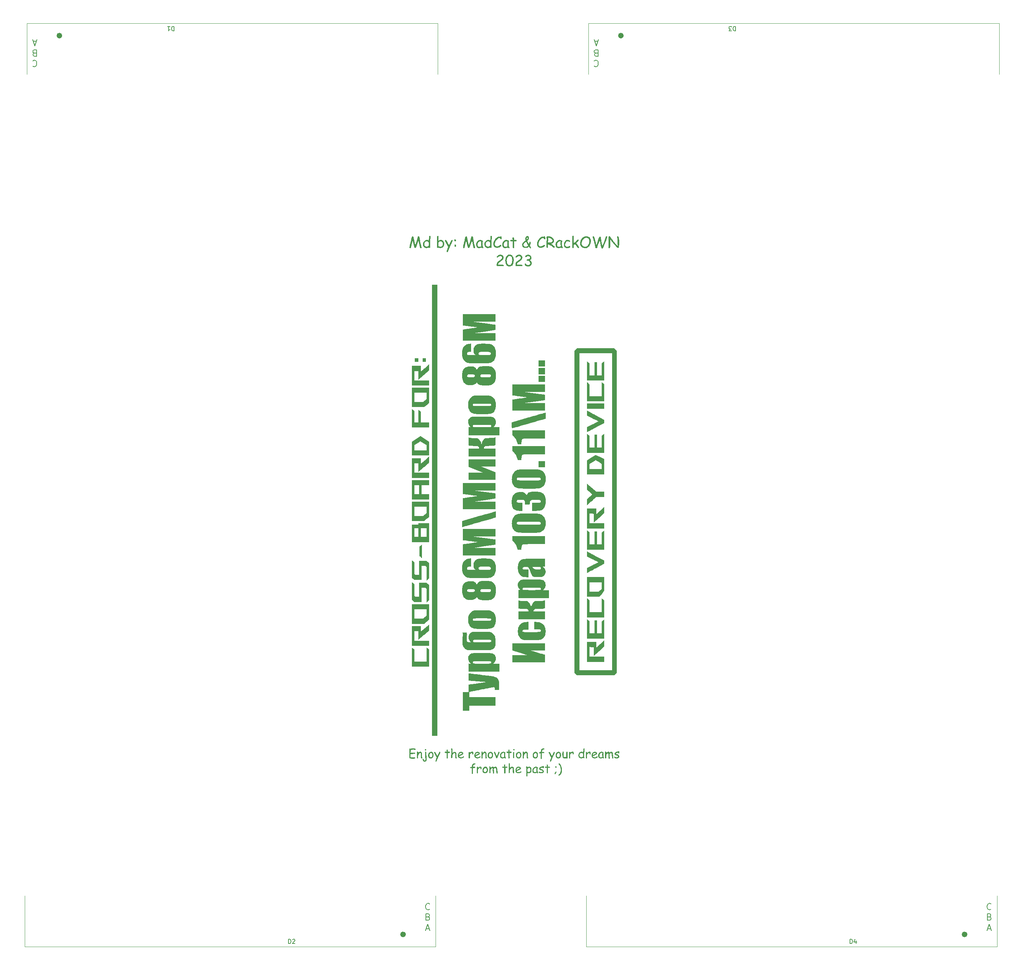
<source format=gbr>
%TF.GenerationSoftware,KiCad,Pcbnew,7.0.1*%
%TF.CreationDate,2023-10-13T00:12:24+03:00*%
%TF.ProjectId,turbo_86m_extender_board,74757262-6f5f-4383-966d-5f657874656e,rev?*%
%TF.SameCoordinates,Original*%
%TF.FileFunction,Legend,Top*%
%TF.FilePolarity,Positive*%
%FSLAX46Y46*%
G04 Gerber Fmt 4.6, Leading zero omitted, Abs format (unit mm)*
G04 Created by KiCad (PCBNEW 7.0.1) date 2023-10-13 00:12:24*
%MOMM*%
%LPD*%
G01*
G04 APERTURE LIST*
%ADD10C,0.150000*%
%ADD11C,0.200000*%
%ADD12C,0.120000*%
%ADD13C,0.668276*%
G04 APERTURE END LIST*
D10*
%TO.C,D2*%
X63261905Y-217762619D02*
X63261905Y-216762619D01*
X63261905Y-216762619D02*
X63500000Y-216762619D01*
X63500000Y-216762619D02*
X63642857Y-216810238D01*
X63642857Y-216810238D02*
X63738095Y-216905476D01*
X63738095Y-216905476D02*
X63785714Y-217000714D01*
X63785714Y-217000714D02*
X63833333Y-217191190D01*
X63833333Y-217191190D02*
X63833333Y-217334047D01*
X63833333Y-217334047D02*
X63785714Y-217524523D01*
X63785714Y-217524523D02*
X63738095Y-217619761D01*
X63738095Y-217619761D02*
X63642857Y-217715000D01*
X63642857Y-217715000D02*
X63500000Y-217762619D01*
X63500000Y-217762619D02*
X63261905Y-217762619D01*
X64214286Y-216857857D02*
X64261905Y-216810238D01*
X64261905Y-216810238D02*
X64357143Y-216762619D01*
X64357143Y-216762619D02*
X64595238Y-216762619D01*
X64595238Y-216762619D02*
X64690476Y-216810238D01*
X64690476Y-216810238D02*
X64738095Y-216857857D01*
X64738095Y-216857857D02*
X64785714Y-216953095D01*
X64785714Y-216953095D02*
X64785714Y-217048333D01*
X64785714Y-217048333D02*
X64738095Y-217191190D01*
X64738095Y-217191190D02*
X64166667Y-217762619D01*
X64166667Y-217762619D02*
X64785714Y-217762619D01*
D11*
X96207142Y-211458214D02*
X96421428Y-211529642D01*
X96421428Y-211529642D02*
X96492857Y-211601071D01*
X96492857Y-211601071D02*
X96564285Y-211743928D01*
X96564285Y-211743928D02*
X96564285Y-211958214D01*
X96564285Y-211958214D02*
X96492857Y-212101071D01*
X96492857Y-212101071D02*
X96421428Y-212172500D01*
X96421428Y-212172500D02*
X96278571Y-212243928D01*
X96278571Y-212243928D02*
X95707142Y-212243928D01*
X95707142Y-212243928D02*
X95707142Y-210743928D01*
X95707142Y-210743928D02*
X96207142Y-210743928D01*
X96207142Y-210743928D02*
X96350000Y-210815357D01*
X96350000Y-210815357D02*
X96421428Y-210886785D01*
X96421428Y-210886785D02*
X96492857Y-211029642D01*
X96492857Y-211029642D02*
X96492857Y-211172500D01*
X96492857Y-211172500D02*
X96421428Y-211315357D01*
X96421428Y-211315357D02*
X96350000Y-211386785D01*
X96350000Y-211386785D02*
X96207142Y-211458214D01*
X96207142Y-211458214D02*
X95707142Y-211458214D01*
X96564285Y-209651071D02*
X96492857Y-209722500D01*
X96492857Y-209722500D02*
X96278571Y-209793928D01*
X96278571Y-209793928D02*
X96135714Y-209793928D01*
X96135714Y-209793928D02*
X95921428Y-209722500D01*
X95921428Y-209722500D02*
X95778571Y-209579642D01*
X95778571Y-209579642D02*
X95707142Y-209436785D01*
X95707142Y-209436785D02*
X95635714Y-209151071D01*
X95635714Y-209151071D02*
X95635714Y-208936785D01*
X95635714Y-208936785D02*
X95707142Y-208651071D01*
X95707142Y-208651071D02*
X95778571Y-208508214D01*
X95778571Y-208508214D02*
X95921428Y-208365357D01*
X95921428Y-208365357D02*
X96135714Y-208293928D01*
X96135714Y-208293928D02*
X96278571Y-208293928D01*
X96278571Y-208293928D02*
X96492857Y-208365357D01*
X96492857Y-208365357D02*
X96564285Y-208436785D01*
X95742857Y-214265357D02*
X96457143Y-214265357D01*
X95600000Y-214693928D02*
X96100000Y-213193928D01*
X96100000Y-213193928D02*
X96600000Y-214693928D01*
D10*
%TO.C,D4*%
X195761905Y-217762619D02*
X195761905Y-216762619D01*
X195761905Y-216762619D02*
X196000000Y-216762619D01*
X196000000Y-216762619D02*
X196142857Y-216810238D01*
X196142857Y-216810238D02*
X196238095Y-216905476D01*
X196238095Y-216905476D02*
X196285714Y-217000714D01*
X196285714Y-217000714D02*
X196333333Y-217191190D01*
X196333333Y-217191190D02*
X196333333Y-217334047D01*
X196333333Y-217334047D02*
X196285714Y-217524523D01*
X196285714Y-217524523D02*
X196238095Y-217619761D01*
X196238095Y-217619761D02*
X196142857Y-217715000D01*
X196142857Y-217715000D02*
X196000000Y-217762619D01*
X196000000Y-217762619D02*
X195761905Y-217762619D01*
X197190476Y-217095952D02*
X197190476Y-217762619D01*
X196952381Y-216715000D02*
X196714286Y-217429285D01*
X196714286Y-217429285D02*
X197333333Y-217429285D01*
D11*
X228242857Y-214265357D02*
X228957143Y-214265357D01*
X228100000Y-214693928D02*
X228600000Y-213193928D01*
X228600000Y-213193928D02*
X229100000Y-214693928D01*
X229064285Y-209651071D02*
X228992857Y-209722500D01*
X228992857Y-209722500D02*
X228778571Y-209793928D01*
X228778571Y-209793928D02*
X228635714Y-209793928D01*
X228635714Y-209793928D02*
X228421428Y-209722500D01*
X228421428Y-209722500D02*
X228278571Y-209579642D01*
X228278571Y-209579642D02*
X228207142Y-209436785D01*
X228207142Y-209436785D02*
X228135714Y-209151071D01*
X228135714Y-209151071D02*
X228135714Y-208936785D01*
X228135714Y-208936785D02*
X228207142Y-208651071D01*
X228207142Y-208651071D02*
X228278571Y-208508214D01*
X228278571Y-208508214D02*
X228421428Y-208365357D01*
X228421428Y-208365357D02*
X228635714Y-208293928D01*
X228635714Y-208293928D02*
X228778571Y-208293928D01*
X228778571Y-208293928D02*
X228992857Y-208365357D01*
X228992857Y-208365357D02*
X229064285Y-208436785D01*
X228707142Y-211458214D02*
X228921428Y-211529642D01*
X228921428Y-211529642D02*
X228992857Y-211601071D01*
X228992857Y-211601071D02*
X229064285Y-211743928D01*
X229064285Y-211743928D02*
X229064285Y-211958214D01*
X229064285Y-211958214D02*
X228992857Y-212101071D01*
X228992857Y-212101071D02*
X228921428Y-212172500D01*
X228921428Y-212172500D02*
X228778571Y-212243928D01*
X228778571Y-212243928D02*
X228207142Y-212243928D01*
X228207142Y-212243928D02*
X228207142Y-210743928D01*
X228207142Y-210743928D02*
X228707142Y-210743928D01*
X228707142Y-210743928D02*
X228850000Y-210815357D01*
X228850000Y-210815357D02*
X228921428Y-210886785D01*
X228921428Y-210886785D02*
X228992857Y-211029642D01*
X228992857Y-211029642D02*
X228992857Y-211172500D01*
X228992857Y-211172500D02*
X228921428Y-211315357D01*
X228921428Y-211315357D02*
X228850000Y-211386785D01*
X228850000Y-211386785D02*
X228707142Y-211458214D01*
X228707142Y-211458214D02*
X228207142Y-211458214D01*
D10*
%TO.C,D1*%
X36238094Y-1237380D02*
X36238094Y-2237380D01*
X36238094Y-2237380D02*
X35999999Y-2237380D01*
X35999999Y-2237380D02*
X35857142Y-2189761D01*
X35857142Y-2189761D02*
X35761904Y-2094523D01*
X35761904Y-2094523D02*
X35714285Y-1999285D01*
X35714285Y-1999285D02*
X35666666Y-1808809D01*
X35666666Y-1808809D02*
X35666666Y-1665952D01*
X35666666Y-1665952D02*
X35714285Y-1475476D01*
X35714285Y-1475476D02*
X35761904Y-1380238D01*
X35761904Y-1380238D02*
X35857142Y-1285000D01*
X35857142Y-1285000D02*
X35999999Y-1237380D01*
X35999999Y-1237380D02*
X36238094Y-1237380D01*
X34714285Y-1237380D02*
X35285713Y-1237380D01*
X34999999Y-1237380D02*
X34999999Y-2237380D01*
X34999999Y-2237380D02*
X35095237Y-2094523D01*
X35095237Y-2094523D02*
X35190475Y-1999285D01*
X35190475Y-1999285D02*
X35285713Y-1951666D01*
D11*
X2935714Y-9348928D02*
X3007142Y-9277500D01*
X3007142Y-9277500D02*
X3221428Y-9206071D01*
X3221428Y-9206071D02*
X3364285Y-9206071D01*
X3364285Y-9206071D02*
X3578571Y-9277500D01*
X3578571Y-9277500D02*
X3721428Y-9420357D01*
X3721428Y-9420357D02*
X3792857Y-9563214D01*
X3792857Y-9563214D02*
X3864285Y-9848928D01*
X3864285Y-9848928D02*
X3864285Y-10063214D01*
X3864285Y-10063214D02*
X3792857Y-10348928D01*
X3792857Y-10348928D02*
X3721428Y-10491785D01*
X3721428Y-10491785D02*
X3578571Y-10634642D01*
X3578571Y-10634642D02*
X3364285Y-10706071D01*
X3364285Y-10706071D02*
X3221428Y-10706071D01*
X3221428Y-10706071D02*
X3007142Y-10634642D01*
X3007142Y-10634642D02*
X2935714Y-10563214D01*
X3292857Y-7541785D02*
X3078571Y-7470357D01*
X3078571Y-7470357D02*
X3007142Y-7398928D01*
X3007142Y-7398928D02*
X2935714Y-7256071D01*
X2935714Y-7256071D02*
X2935714Y-7041785D01*
X2935714Y-7041785D02*
X3007142Y-6898928D01*
X3007142Y-6898928D02*
X3078571Y-6827500D01*
X3078571Y-6827500D02*
X3221428Y-6756071D01*
X3221428Y-6756071D02*
X3792857Y-6756071D01*
X3792857Y-6756071D02*
X3792857Y-8256071D01*
X3792857Y-8256071D02*
X3292857Y-8256071D01*
X3292857Y-8256071D02*
X3150000Y-8184642D01*
X3150000Y-8184642D02*
X3078571Y-8113214D01*
X3078571Y-8113214D02*
X3007142Y-7970357D01*
X3007142Y-7970357D02*
X3007142Y-7827500D01*
X3007142Y-7827500D02*
X3078571Y-7684642D01*
X3078571Y-7684642D02*
X3150000Y-7613214D01*
X3150000Y-7613214D02*
X3292857Y-7541785D01*
X3292857Y-7541785D02*
X3792857Y-7541785D01*
X3757142Y-4734642D02*
X3042857Y-4734642D01*
X3899999Y-4306071D02*
X3399999Y-5806071D01*
X3399999Y-5806071D02*
X2899999Y-4306071D01*
D10*
%TO.C,D3*%
X168738094Y-1237380D02*
X168738094Y-2237380D01*
X168738094Y-2237380D02*
X168499999Y-2237380D01*
X168499999Y-2237380D02*
X168357142Y-2189761D01*
X168357142Y-2189761D02*
X168261904Y-2094523D01*
X168261904Y-2094523D02*
X168214285Y-1999285D01*
X168214285Y-1999285D02*
X168166666Y-1808809D01*
X168166666Y-1808809D02*
X168166666Y-1665952D01*
X168166666Y-1665952D02*
X168214285Y-1475476D01*
X168214285Y-1475476D02*
X168261904Y-1380238D01*
X168261904Y-1380238D02*
X168357142Y-1285000D01*
X168357142Y-1285000D02*
X168499999Y-1237380D01*
X168499999Y-1237380D02*
X168738094Y-1237380D01*
X167833332Y-2237380D02*
X167214285Y-2237380D01*
X167214285Y-2237380D02*
X167547618Y-1856428D01*
X167547618Y-1856428D02*
X167404761Y-1856428D01*
X167404761Y-1856428D02*
X167309523Y-1808809D01*
X167309523Y-1808809D02*
X167261904Y-1761190D01*
X167261904Y-1761190D02*
X167214285Y-1665952D01*
X167214285Y-1665952D02*
X167214285Y-1427857D01*
X167214285Y-1427857D02*
X167261904Y-1332619D01*
X167261904Y-1332619D02*
X167309523Y-1285000D01*
X167309523Y-1285000D02*
X167404761Y-1237380D01*
X167404761Y-1237380D02*
X167690475Y-1237380D01*
X167690475Y-1237380D02*
X167785713Y-1285000D01*
X167785713Y-1285000D02*
X167833332Y-1332619D01*
D11*
X136257142Y-4734642D02*
X135542857Y-4734642D01*
X136399999Y-4306071D02*
X135899999Y-5806071D01*
X135899999Y-5806071D02*
X135399999Y-4306071D01*
X135792857Y-7541785D02*
X135578571Y-7470357D01*
X135578571Y-7470357D02*
X135507142Y-7398928D01*
X135507142Y-7398928D02*
X135435714Y-7256071D01*
X135435714Y-7256071D02*
X135435714Y-7041785D01*
X135435714Y-7041785D02*
X135507142Y-6898928D01*
X135507142Y-6898928D02*
X135578571Y-6827500D01*
X135578571Y-6827500D02*
X135721428Y-6756071D01*
X135721428Y-6756071D02*
X136292857Y-6756071D01*
X136292857Y-6756071D02*
X136292857Y-8256071D01*
X136292857Y-8256071D02*
X135792857Y-8256071D01*
X135792857Y-8256071D02*
X135650000Y-8184642D01*
X135650000Y-8184642D02*
X135578571Y-8113214D01*
X135578571Y-8113214D02*
X135507142Y-7970357D01*
X135507142Y-7970357D02*
X135507142Y-7827500D01*
X135507142Y-7827500D02*
X135578571Y-7684642D01*
X135578571Y-7684642D02*
X135650000Y-7613214D01*
X135650000Y-7613214D02*
X135792857Y-7541785D01*
X135792857Y-7541785D02*
X136292857Y-7541785D01*
X135435714Y-9348928D02*
X135507142Y-9277500D01*
X135507142Y-9277500D02*
X135721428Y-9206071D01*
X135721428Y-9206071D02*
X135864285Y-9206071D01*
X135864285Y-9206071D02*
X136078571Y-9277500D01*
X136078571Y-9277500D02*
X136221428Y-9420357D01*
X136221428Y-9420357D02*
X136292857Y-9563214D01*
X136292857Y-9563214D02*
X136364285Y-9848928D01*
X136364285Y-9848928D02*
X136364285Y-10063214D01*
X136364285Y-10063214D02*
X136292857Y-10348928D01*
X136292857Y-10348928D02*
X136221428Y-10491785D01*
X136221428Y-10491785D02*
X136078571Y-10634642D01*
X136078571Y-10634642D02*
X135864285Y-10706071D01*
X135864285Y-10706071D02*
X135721428Y-10706071D01*
X135721428Y-10706071D02*
X135507142Y-10634642D01*
X135507142Y-10634642D02*
X135435714Y-10563214D01*
%TO.C,G\u002A\u002A\u002A*%
G36*
X102617638Y-51473333D02*
G01*
X102665793Y-51488354D01*
X102704851Y-51517791D01*
X102734903Y-51561757D01*
X102756040Y-51620365D01*
X102768355Y-51693728D01*
X102771141Y-51733808D01*
X102772641Y-51777424D01*
X102772391Y-51808129D01*
X102769937Y-51830232D01*
X102764822Y-51848040D01*
X102757351Y-51864384D01*
X102725788Y-51908715D01*
X102684239Y-51940195D01*
X102635199Y-51957904D01*
X102581163Y-51960921D01*
X102527159Y-51949232D01*
X102500642Y-51935248D01*
X102472652Y-51913495D01*
X102460747Y-51901577D01*
X102441032Y-51875014D01*
X102426538Y-51843688D01*
X102416592Y-51804708D01*
X102410522Y-51755188D01*
X102407653Y-51692238D01*
X102407338Y-51672326D01*
X102407104Y-51630121D01*
X102407982Y-51601133D01*
X102410694Y-51581312D01*
X102415959Y-51566612D01*
X102424496Y-51552987D01*
X102429847Y-51545799D01*
X102469967Y-51506023D01*
X102518526Y-51481306D01*
X102560295Y-51472615D01*
X102617638Y-51473333D01*
G37*
G36*
X102639613Y-52708400D02*
G01*
X102666818Y-52714412D01*
X102688727Y-52725467D01*
X102711924Y-52745323D01*
X102721806Y-52755294D01*
X102748497Y-52787975D01*
X102768777Y-52825711D01*
X102784106Y-52872196D01*
X102795940Y-52931127D01*
X102798866Y-52950645D01*
X102806376Y-53021243D01*
X102806571Y-53078598D01*
X102799062Y-53125283D01*
X102783459Y-53163873D01*
X102762028Y-53193977D01*
X102720077Y-53229283D01*
X102670112Y-53250267D01*
X102614701Y-53256255D01*
X102559202Y-53247392D01*
X102528381Y-53231753D01*
X102497406Y-53205226D01*
X102471544Y-53173316D01*
X102456063Y-53141528D01*
X102455364Y-53138881D01*
X102448610Y-53105032D01*
X102441597Y-53060028D01*
X102434982Y-53009397D01*
X102429423Y-52958666D01*
X102425580Y-52913362D01*
X102424110Y-52879012D01*
X102424117Y-52876605D01*
X102432438Y-52825298D01*
X102454947Y-52780923D01*
X102489346Y-52745271D01*
X102533338Y-52720138D01*
X102584626Y-52707315D01*
X102639613Y-52708400D01*
G37*
G36*
X129153926Y-51595192D02*
G01*
X129256638Y-51611676D01*
X129369315Y-51641245D01*
X129374647Y-51642879D01*
X129474462Y-51677827D01*
X129558362Y-51716186D01*
X129626160Y-51757781D01*
X129677671Y-51802434D01*
X129712709Y-51849969D01*
X129731087Y-51900209D01*
X129732619Y-51952977D01*
X129727604Y-51978095D01*
X129712000Y-52013191D01*
X129686547Y-52047090D01*
X129655672Y-52075238D01*
X129623804Y-52093078D01*
X129612866Y-52096115D01*
X129564278Y-52098127D01*
X129519101Y-52084444D01*
X129485486Y-52063345D01*
X129432383Y-52024020D01*
X129388188Y-51994454D01*
X129348968Y-51972861D01*
X129310790Y-51957455D01*
X129269720Y-51946451D01*
X129221825Y-51938065D01*
X129204053Y-51935594D01*
X129127430Y-51928624D01*
X129062798Y-51930634D01*
X129006861Y-51942576D01*
X128956322Y-51965403D01*
X128907885Y-52000069D01*
X128874455Y-52030900D01*
X128824414Y-52087900D01*
X128773986Y-52158519D01*
X128724953Y-52239244D01*
X128679097Y-52326565D01*
X128638201Y-52416970D01*
X128604047Y-52506946D01*
X128578416Y-52592983D01*
X128569793Y-52631203D01*
X128562537Y-52685417D01*
X128559887Y-52747120D01*
X128561743Y-52809559D01*
X128568005Y-52865977D01*
X128573686Y-52893552D01*
X128603000Y-52973773D01*
X128647003Y-53046194D01*
X128704424Y-53109602D01*
X128773990Y-53162782D01*
X128854430Y-53204522D01*
X128924962Y-53228646D01*
X128969222Y-53237484D01*
X129024038Y-53242372D01*
X129084060Y-53243661D01*
X129128976Y-53242930D01*
X129167810Y-53240171D01*
X129203606Y-53234405D01*
X129239411Y-53224652D01*
X129278269Y-53209935D01*
X129323227Y-53189274D01*
X129377329Y-53161690D01*
X129435087Y-53130822D01*
X129481077Y-53106598D01*
X129523966Y-53085183D01*
X129560604Y-53068060D01*
X129587842Y-53056713D01*
X129600728Y-53052794D01*
X129640997Y-53054361D01*
X129679142Y-53070312D01*
X129712929Y-53097763D01*
X129740124Y-53133832D01*
X129758491Y-53175636D01*
X129765796Y-53220291D01*
X129761240Y-53259882D01*
X129743206Y-53298093D01*
X129709677Y-53338069D01*
X129662199Y-53378783D01*
X129602319Y-53419207D01*
X129531581Y-53458316D01*
X129451531Y-53495082D01*
X129363715Y-53528479D01*
X129349870Y-53533167D01*
X129260039Y-53559983D01*
X129178914Y-53576859D01*
X129101438Y-53584280D01*
X129022553Y-53582731D01*
X128937289Y-53572709D01*
X128817298Y-53546133D01*
X128706620Y-53505184D01*
X128604401Y-53449448D01*
X128509788Y-53378507D01*
X128476565Y-53348348D01*
X128402003Y-53266601D01*
X128341653Y-53176507D01*
X128294452Y-53076309D01*
X128271617Y-53009324D01*
X128257801Y-52948416D01*
X128248260Y-52875610D01*
X128243183Y-52795784D01*
X128242758Y-52713819D01*
X128247176Y-52634592D01*
X128254743Y-52573872D01*
X128280535Y-52457425D01*
X128319542Y-52336930D01*
X128369983Y-52215868D01*
X128430073Y-52097722D01*
X128498030Y-51985971D01*
X128572070Y-51884098D01*
X128650412Y-51795583D01*
X128656433Y-51789559D01*
X128733291Y-51720600D01*
X128810416Y-51666708D01*
X128889426Y-51627551D01*
X128971937Y-51602799D01*
X129059565Y-51592123D01*
X129153926Y-51595192D01*
G37*
G36*
X114428278Y-56401489D02*
G01*
X114767990Y-56401489D01*
X114770593Y-56526154D01*
X114773449Y-56580495D01*
X114785433Y-56729123D01*
X114802654Y-56862613D01*
X114825456Y-56982387D01*
X114854180Y-57089865D01*
X114889171Y-57186469D01*
X114930771Y-57273621D01*
X114948031Y-57303966D01*
X114986829Y-57358602D01*
X115035780Y-57411619D01*
X115090013Y-57458416D01*
X115144658Y-57494390D01*
X115155589Y-57500070D01*
X115243111Y-57533822D01*
X115336264Y-57552364D01*
X115431821Y-57555306D01*
X115518861Y-57543946D01*
X115603714Y-57517284D01*
X115682285Y-57474848D01*
X115754099Y-57417125D01*
X115818680Y-57344603D01*
X115875553Y-57257768D01*
X115924245Y-57157108D01*
X115942726Y-57109198D01*
X115977097Y-56997864D01*
X116004930Y-56875297D01*
X116026148Y-56744425D01*
X116040672Y-56608177D01*
X116048425Y-56469483D01*
X116049327Y-56331271D01*
X116043301Y-56196470D01*
X116030269Y-56068009D01*
X116010152Y-55948817D01*
X115982873Y-55841823D01*
X115977034Y-55823598D01*
X115936356Y-55722219D01*
X115886376Y-55635316D01*
X115826935Y-55562720D01*
X115757873Y-55504258D01*
X115679029Y-55459759D01*
X115615302Y-55436022D01*
X115566573Y-55425823D01*
X115507010Y-55420240D01*
X115442400Y-55419221D01*
X115378533Y-55422713D01*
X115321198Y-55430664D01*
X115287595Y-55438999D01*
X115200712Y-55475495D01*
X115119705Y-55527713D01*
X115045175Y-55594931D01*
X114977724Y-55676430D01*
X114917953Y-55771487D01*
X114866464Y-55879383D01*
X114826237Y-55991595D01*
X114800837Y-56086771D01*
X114782842Y-56184806D01*
X114771983Y-56288709D01*
X114767990Y-56401489D01*
X114428278Y-56401489D01*
X114428911Y-56346517D01*
X114433279Y-56249249D01*
X114440839Y-56162146D01*
X114449679Y-56099513D01*
X114484647Y-55941323D01*
X114532342Y-55792611D01*
X114592359Y-55654230D01*
X114664297Y-55527035D01*
X114747753Y-55411878D01*
X114804822Y-55347196D01*
X114893244Y-55264400D01*
X114986583Y-55197338D01*
X115087033Y-55144695D01*
X115196791Y-55105154D01*
X115218599Y-55099088D01*
X115253795Y-55090201D01*
X115284666Y-55083916D01*
X115315605Y-55079788D01*
X115351000Y-55077371D01*
X115395244Y-55076220D01*
X115447316Y-55075897D01*
X115521053Y-55076814D01*
X115582275Y-55080326D01*
X115635638Y-55087191D01*
X115685795Y-55098165D01*
X115737402Y-55114008D01*
X115782015Y-55130370D01*
X115878363Y-55176595D01*
X115969188Y-55238253D01*
X116053640Y-55314156D01*
X116130871Y-55403116D01*
X116200033Y-55503943D01*
X116260277Y-55615450D01*
X116310754Y-55736447D01*
X116350616Y-55865745D01*
X116370673Y-55954927D01*
X116387771Y-56067909D01*
X116398395Y-56193661D01*
X116402640Y-56328982D01*
X116400597Y-56470671D01*
X116392362Y-56615528D01*
X116378027Y-56760354D01*
X116357685Y-56901947D01*
X116340320Y-56995479D01*
X116303289Y-57146124D01*
X116256567Y-57283721D01*
X116200370Y-57407979D01*
X116134915Y-57518611D01*
X116060418Y-57615325D01*
X115977094Y-57697834D01*
X115885160Y-57765848D01*
X115784831Y-57819078D01*
X115702006Y-57849805D01*
X115616758Y-57870670D01*
X115521755Y-57884794D01*
X115423333Y-57891696D01*
X115327830Y-57890896D01*
X115253792Y-57883817D01*
X115135400Y-57858480D01*
X115025821Y-57818341D01*
X114925120Y-57763485D01*
X114833365Y-57693999D01*
X114750625Y-57609971D01*
X114676965Y-57511486D01*
X114612454Y-57398631D01*
X114557158Y-57271492D01*
X114511146Y-57130157D01*
X114474484Y-56974711D01*
X114454206Y-56856095D01*
X114442937Y-56763390D01*
X114434750Y-56662388D01*
X114429669Y-56556779D01*
X114427716Y-56450258D01*
X114428278Y-56401489D01*
G37*
G36*
X132085634Y-52453623D02*
G01*
X132447007Y-52453623D01*
X132450518Y-52544249D01*
X132460508Y-52625232D01*
X132471589Y-52674785D01*
X132507694Y-52772844D01*
X132558744Y-52863890D01*
X132623500Y-52946938D01*
X132700728Y-53021002D01*
X132789191Y-53085097D01*
X132887651Y-53138239D01*
X132994873Y-53179443D01*
X133109621Y-53207723D01*
X133148482Y-53213989D01*
X133191683Y-53217835D01*
X133245212Y-53219264D01*
X133304113Y-53218473D01*
X133363433Y-53215661D01*
X133418218Y-53211026D01*
X133463511Y-53204765D01*
X133482870Y-53200626D01*
X133588757Y-53164332D01*
X133689298Y-53111734D01*
X133784244Y-53043024D01*
X133873346Y-52958396D01*
X133956354Y-52858042D01*
X133994273Y-52803874D01*
X134076508Y-52665709D01*
X134142770Y-52522687D01*
X134193306Y-52373963D01*
X134228363Y-52218691D01*
X134248189Y-52056025D01*
X134253252Y-51918932D01*
X134250050Y-51797390D01*
X134239707Y-51690266D01*
X134221776Y-51596065D01*
X134195810Y-51513286D01*
X134161362Y-51440434D01*
X134117984Y-51376010D01*
X134077627Y-51330611D01*
X134015968Y-51279041D01*
X133942200Y-51236496D01*
X133855525Y-51202672D01*
X133755142Y-51177266D01*
X133640254Y-51159976D01*
X133622430Y-51158133D01*
X133494895Y-51151011D01*
X133378279Y-51156047D01*
X133270904Y-51173588D01*
X133171091Y-51203982D01*
X133077163Y-51247577D01*
X133017994Y-51283475D01*
X132927060Y-51353077D01*
X132839957Y-51437636D01*
X132758116Y-51535008D01*
X132682964Y-51643051D01*
X132615931Y-51759621D01*
X132558445Y-51882576D01*
X132511935Y-52009773D01*
X132494930Y-52067965D01*
X132473935Y-52160523D01*
X132458856Y-52258095D01*
X132449833Y-52357016D01*
X132447007Y-52453623D01*
X132085634Y-52453623D01*
X132086519Y-52395487D01*
X132090667Y-52311679D01*
X132097542Y-52230176D01*
X132106964Y-52155784D01*
X132110361Y-52134989D01*
X132148337Y-51964488D01*
X132201850Y-51798486D01*
X132270087Y-51638558D01*
X132352233Y-51486283D01*
X132447476Y-51343237D01*
X132555002Y-51210997D01*
X132624466Y-51138098D01*
X132734073Y-51040722D01*
X132850002Y-50959251D01*
X132973153Y-50893195D01*
X133104430Y-50842064D01*
X133232496Y-50807926D01*
X133282149Y-50800246D01*
X133345047Y-50795023D01*
X133417347Y-50792226D01*
X133495207Y-50791824D01*
X133574784Y-50793787D01*
X133652236Y-50798084D01*
X133723720Y-50804684D01*
X133778167Y-50812292D01*
X133916965Y-50842094D01*
X134042072Y-50882265D01*
X134153884Y-50933185D01*
X134252794Y-50995234D01*
X134339199Y-51068793D01*
X134413491Y-51154241D01*
X134476067Y-51251959D01*
X134527319Y-51362327D01*
X134567644Y-51485725D01*
X134592894Y-51597230D01*
X134598962Y-51640077D01*
X134604039Y-51696373D01*
X134608034Y-51762323D01*
X134610856Y-51834133D01*
X134612415Y-51908007D01*
X134612621Y-51980151D01*
X134611381Y-52046771D01*
X134608606Y-52104071D01*
X134605777Y-52135944D01*
X134576556Y-52321838D01*
X134531905Y-52500007D01*
X134471789Y-52670541D01*
X134396176Y-52833530D01*
X134305033Y-52989063D01*
X134272785Y-53036981D01*
X134177573Y-53161448D01*
X134076055Y-53269844D01*
X133968207Y-53362183D01*
X133854003Y-53438478D01*
X133733420Y-53498743D01*
X133606433Y-53542990D01*
X133473019Y-53571233D01*
X133333152Y-53583486D01*
X133275890Y-53583920D01*
X133235053Y-53583079D01*
X133198108Y-53581854D01*
X133170106Y-53580435D01*
X133159110Y-53579502D01*
X133009594Y-53555267D01*
X132872310Y-53519793D01*
X132745860Y-53472437D01*
X132628843Y-53412556D01*
X132519857Y-53339508D01*
X132417505Y-53252650D01*
X132390966Y-53226888D01*
X132301618Y-53126652D01*
X132227929Y-53019541D01*
X132169574Y-52904892D01*
X132126233Y-52782043D01*
X132097583Y-52650331D01*
X132092264Y-52612683D01*
X132087135Y-52550795D01*
X132085281Y-52476794D01*
X132085634Y-52453623D01*
G37*
G36*
X107545522Y-52670548D02*
G01*
X107894551Y-52670548D01*
X107894813Y-52746068D01*
X107899658Y-52817373D01*
X107901218Y-52830809D01*
X107919842Y-52933622D01*
X107948171Y-53022160D01*
X107986281Y-53096481D01*
X108034245Y-53156642D01*
X108092139Y-53202701D01*
X108160037Y-53234715D01*
X108238015Y-53252742D01*
X108326148Y-53256839D01*
X108424509Y-53247064D01*
X108439798Y-53244468D01*
X108526528Y-53220341D01*
X108612480Y-53179057D01*
X108697444Y-53120719D01*
X108699178Y-53119341D01*
X108767254Y-53065138D01*
X108762299Y-53007892D01*
X108759574Y-52978092D01*
X108755543Y-52936103D01*
X108750693Y-52886910D01*
X108745510Y-52835499D01*
X108744041Y-52821142D01*
X108732855Y-52707461D01*
X108724305Y-52608063D01*
X108718392Y-52520162D01*
X108715113Y-52440978D01*
X108714468Y-52367726D01*
X108716457Y-52297623D01*
X108721077Y-52227887D01*
X108728330Y-52155734D01*
X108738212Y-52078382D01*
X108743793Y-52039251D01*
X108749562Y-51999848D01*
X108698966Y-51977608D01*
X108652239Y-51958017D01*
X108615441Y-51945492D01*
X108583293Y-51938923D01*
X108550516Y-51937198D01*
X108515209Y-51938940D01*
X108416319Y-51955071D01*
X108322408Y-51987641D01*
X108233818Y-52036456D01*
X108150893Y-52101321D01*
X108073975Y-52182044D01*
X108063751Y-52194543D01*
X108003431Y-52280697D01*
X107954502Y-52373604D01*
X107919653Y-52468128D01*
X107918699Y-52471481D01*
X107906751Y-52527977D01*
X107898616Y-52596092D01*
X107894551Y-52670548D01*
X107545522Y-52670548D01*
X107546656Y-52603773D01*
X107556457Y-52498683D01*
X107574482Y-52401607D01*
X107576788Y-52392316D01*
X107615297Y-52274008D01*
X107668511Y-52161039D01*
X107734967Y-52054953D01*
X107813200Y-51957295D01*
X107901748Y-51869610D01*
X107999145Y-51793445D01*
X108103929Y-51730343D01*
X108214635Y-51681851D01*
X108265418Y-51665374D01*
X108386101Y-51637809D01*
X108502917Y-51626571D01*
X108617747Y-51631703D01*
X108732467Y-51653249D01*
X108813454Y-51678029D01*
X108904466Y-51713688D01*
X108978802Y-51750698D01*
X109037028Y-51789425D01*
X109079707Y-51830238D01*
X109104935Y-51868340D01*
X109122062Y-51911152D01*
X109126146Y-51948201D01*
X109117267Y-51984940D01*
X109107000Y-52006779D01*
X109097436Y-52028034D01*
X109089281Y-52054067D01*
X109082338Y-52086596D01*
X109076409Y-52127342D01*
X109071296Y-52178021D01*
X109066803Y-52240352D01*
X109062731Y-52316055D01*
X109058882Y-52406847D01*
X109057866Y-52433880D01*
X109054418Y-52558489D01*
X109053891Y-52667596D01*
X109056357Y-52762730D01*
X109061888Y-52845418D01*
X109070555Y-52917190D01*
X109082429Y-52979574D01*
X109083754Y-52985180D01*
X109093640Y-53020262D01*
X109109261Y-53068209D01*
X109129523Y-53126026D01*
X109153331Y-53190720D01*
X109179591Y-53259295D01*
X109207208Y-53328758D01*
X109226564Y-53375834D01*
X109238650Y-53407014D01*
X109243947Y-53429042D01*
X109243404Y-53448200D01*
X109239880Y-53463935D01*
X109219319Y-53508828D01*
X109185538Y-53546320D01*
X109149474Y-53568985D01*
X109110735Y-53582220D01*
X109076792Y-53582593D01*
X109041198Y-53570275D01*
X109024077Y-53558908D01*
X108998136Y-53537852D01*
X108966544Y-53509842D01*
X108932473Y-53477614D01*
X108922977Y-53468263D01*
X108834974Y-53380797D01*
X108771889Y-53413993D01*
X108672920Y-53463747D01*
X108584399Y-53502869D01*
X108503709Y-53532015D01*
X108428231Y-53551840D01*
X108355346Y-53562999D01*
X108282436Y-53566150D01*
X108206883Y-53561947D01*
X108188819Y-53560005D01*
X108073645Y-53540467D01*
X107971382Y-53509875D01*
X107881294Y-53467756D01*
X107802648Y-53413637D01*
X107734709Y-53347045D01*
X107676741Y-53267508D01*
X107644566Y-53209653D01*
X107611020Y-53128838D01*
X107583984Y-53035362D01*
X107563743Y-52932672D01*
X107550585Y-52824214D01*
X107544794Y-52713432D01*
X107545522Y-52670548D01*
G37*
G36*
X113718533Y-52670548D02*
G01*
X114067563Y-52670548D01*
X114067824Y-52746068D01*
X114072669Y-52817373D01*
X114074229Y-52830809D01*
X114092854Y-52933622D01*
X114121183Y-53022160D01*
X114159292Y-53096481D01*
X114207256Y-53156642D01*
X114265150Y-53202701D01*
X114333049Y-53234715D01*
X114411027Y-53252742D01*
X114499159Y-53256839D01*
X114597521Y-53247064D01*
X114612810Y-53244468D01*
X114699539Y-53220341D01*
X114785491Y-53179057D01*
X114870455Y-53120719D01*
X114872190Y-53119341D01*
X114940266Y-53065138D01*
X114935310Y-53007892D01*
X114932586Y-52978092D01*
X114928555Y-52936103D01*
X114923704Y-52886910D01*
X114918522Y-52835499D01*
X114917053Y-52821142D01*
X114905866Y-52707461D01*
X114897317Y-52608063D01*
X114891403Y-52520162D01*
X114888124Y-52440978D01*
X114887480Y-52367726D01*
X114889468Y-52297623D01*
X114894089Y-52227887D01*
X114901341Y-52155734D01*
X114911224Y-52078382D01*
X114916805Y-52039251D01*
X114922574Y-51999848D01*
X114871977Y-51977608D01*
X114825250Y-51958017D01*
X114788452Y-51945492D01*
X114756304Y-51938923D01*
X114723528Y-51937198D01*
X114688220Y-51938940D01*
X114589331Y-51955071D01*
X114495419Y-51987641D01*
X114406830Y-52036456D01*
X114323904Y-52101321D01*
X114246987Y-52182044D01*
X114236762Y-52194543D01*
X114176443Y-52280697D01*
X114127514Y-52373604D01*
X114092664Y-52468128D01*
X114091710Y-52471481D01*
X114079763Y-52527977D01*
X114071628Y-52596092D01*
X114067563Y-52670548D01*
X113718533Y-52670548D01*
X113719667Y-52603773D01*
X113729468Y-52498683D01*
X113747494Y-52401607D01*
X113749800Y-52392316D01*
X113788309Y-52274008D01*
X113841523Y-52161039D01*
X113907979Y-52054953D01*
X113986212Y-51957295D01*
X114074759Y-51869610D01*
X114172157Y-51793445D01*
X114276941Y-51730343D01*
X114387647Y-51681851D01*
X114438429Y-51665374D01*
X114559112Y-51637809D01*
X114675929Y-51626571D01*
X114790758Y-51631703D01*
X114905478Y-51653249D01*
X114986465Y-51678029D01*
X115077477Y-51713688D01*
X115151814Y-51750698D01*
X115210039Y-51789425D01*
X115252718Y-51830238D01*
X115277946Y-51868340D01*
X115295074Y-51911152D01*
X115299158Y-51948201D01*
X115290278Y-51984940D01*
X115280012Y-52006779D01*
X115270447Y-52028034D01*
X115262292Y-52054067D01*
X115255349Y-52086596D01*
X115249420Y-52127342D01*
X115244308Y-52178021D01*
X115239815Y-52240352D01*
X115235742Y-52316055D01*
X115231893Y-52406847D01*
X115230877Y-52433880D01*
X115227430Y-52558489D01*
X115226903Y-52667596D01*
X115229369Y-52762730D01*
X115234899Y-52845418D01*
X115243566Y-52917190D01*
X115255441Y-52979574D01*
X115256766Y-52985180D01*
X115266651Y-53020262D01*
X115282272Y-53068209D01*
X115302534Y-53126026D01*
X115326343Y-53190720D01*
X115352602Y-53259295D01*
X115380220Y-53328758D01*
X115399575Y-53375834D01*
X115411661Y-53407014D01*
X115416958Y-53429042D01*
X115416416Y-53448200D01*
X115412891Y-53463935D01*
X115392330Y-53508828D01*
X115358549Y-53546320D01*
X115322486Y-53568985D01*
X115283746Y-53582220D01*
X115249804Y-53582593D01*
X115214209Y-53570275D01*
X115197088Y-53558908D01*
X115171147Y-53537852D01*
X115139556Y-53509842D01*
X115105485Y-53477614D01*
X115095988Y-53468263D01*
X115007985Y-53380797D01*
X114944901Y-53413993D01*
X114845932Y-53463747D01*
X114757411Y-53502869D01*
X114676721Y-53532015D01*
X114601242Y-53551840D01*
X114528357Y-53562999D01*
X114455448Y-53566150D01*
X114379895Y-53561947D01*
X114361830Y-53560005D01*
X114246656Y-53540467D01*
X114144393Y-53509875D01*
X114054306Y-53467756D01*
X113975660Y-53413637D01*
X113907720Y-53347045D01*
X113849752Y-53267508D01*
X113817578Y-53209653D01*
X113784031Y-53128838D01*
X113756995Y-53035362D01*
X113736755Y-52932672D01*
X113723596Y-52824214D01*
X113717805Y-52713432D01*
X113718533Y-52670548D01*
G37*
G36*
X126289030Y-52670548D02*
G01*
X126638059Y-52670548D01*
X126638321Y-52746068D01*
X126643166Y-52817373D01*
X126644726Y-52830809D01*
X126663350Y-52933622D01*
X126691679Y-53022160D01*
X126729788Y-53096481D01*
X126777753Y-53156642D01*
X126835647Y-53202701D01*
X126903545Y-53234715D01*
X126981523Y-53252742D01*
X127069656Y-53256839D01*
X127168017Y-53247064D01*
X127183306Y-53244468D01*
X127270036Y-53220341D01*
X127355988Y-53179057D01*
X127440952Y-53120719D01*
X127442686Y-53119341D01*
X127510762Y-53065138D01*
X127505806Y-53007892D01*
X127503082Y-52978092D01*
X127499051Y-52936103D01*
X127494201Y-52886910D01*
X127489018Y-52835499D01*
X127487549Y-52821142D01*
X127476363Y-52707461D01*
X127467813Y-52608063D01*
X127461899Y-52520162D01*
X127458621Y-52440978D01*
X127457976Y-52367726D01*
X127459964Y-52297623D01*
X127464585Y-52227887D01*
X127471837Y-52155734D01*
X127481720Y-52078382D01*
X127487301Y-52039251D01*
X127493070Y-51999848D01*
X127442474Y-51977608D01*
X127395746Y-51958017D01*
X127358948Y-51945492D01*
X127326801Y-51938923D01*
X127294024Y-51937198D01*
X127258717Y-51938940D01*
X127159827Y-51955071D01*
X127065915Y-51987641D01*
X126977326Y-52036456D01*
X126894401Y-52101321D01*
X126817483Y-52182044D01*
X126807258Y-52194543D01*
X126746939Y-52280697D01*
X126698010Y-52373604D01*
X126663161Y-52468128D01*
X126662207Y-52471481D01*
X126650259Y-52527977D01*
X126642124Y-52596092D01*
X126638059Y-52670548D01*
X126289030Y-52670548D01*
X126290164Y-52603773D01*
X126299964Y-52498683D01*
X126317990Y-52401607D01*
X126320296Y-52392316D01*
X126358805Y-52274008D01*
X126412019Y-52161039D01*
X126478475Y-52054953D01*
X126556708Y-51957295D01*
X126645256Y-51869610D01*
X126742653Y-51793445D01*
X126847437Y-51730343D01*
X126958143Y-51681851D01*
X127008926Y-51665374D01*
X127129608Y-51637809D01*
X127246425Y-51626571D01*
X127361254Y-51631703D01*
X127475975Y-51653249D01*
X127556962Y-51678029D01*
X127647973Y-51713688D01*
X127722310Y-51750698D01*
X127780536Y-51789425D01*
X127823214Y-51830238D01*
X127848443Y-51868340D01*
X127865570Y-51911152D01*
X127869654Y-51948201D01*
X127860775Y-51984940D01*
X127850508Y-52006779D01*
X127840943Y-52028034D01*
X127832788Y-52054067D01*
X127825845Y-52086596D01*
X127819917Y-52127342D01*
X127814804Y-52178021D01*
X127810311Y-52240352D01*
X127806238Y-52316055D01*
X127802390Y-52406847D01*
X127801374Y-52433880D01*
X127797926Y-52558489D01*
X127797399Y-52667596D01*
X127799865Y-52762730D01*
X127805396Y-52845418D01*
X127814062Y-52917190D01*
X127825937Y-52979574D01*
X127827262Y-52985180D01*
X127837147Y-53020262D01*
X127852769Y-53068209D01*
X127873031Y-53126026D01*
X127896839Y-53190720D01*
X127923099Y-53259295D01*
X127950716Y-53328758D01*
X127970072Y-53375834D01*
X127982158Y-53407014D01*
X127987455Y-53429042D01*
X127986912Y-53448200D01*
X127983388Y-53463935D01*
X127962826Y-53508828D01*
X127929046Y-53546320D01*
X127892982Y-53568985D01*
X127854243Y-53582220D01*
X127820300Y-53582593D01*
X127784705Y-53570275D01*
X127767585Y-53558908D01*
X127741644Y-53537852D01*
X127710052Y-53509842D01*
X127675981Y-53477614D01*
X127666485Y-53468263D01*
X127578481Y-53380797D01*
X127515397Y-53413993D01*
X127416428Y-53463747D01*
X127327907Y-53502869D01*
X127247217Y-53532015D01*
X127171738Y-53551840D01*
X127098854Y-53562999D01*
X127025944Y-53566150D01*
X126950391Y-53561947D01*
X126932326Y-53560005D01*
X126817152Y-53540467D01*
X126714889Y-53509875D01*
X126624802Y-53467756D01*
X126546156Y-53413637D01*
X126478216Y-53347045D01*
X126420249Y-53267508D01*
X126388074Y-53209653D01*
X126354528Y-53128838D01*
X126327491Y-53035362D01*
X126307251Y-52932672D01*
X126294093Y-52824214D01*
X126288302Y-52713432D01*
X126289030Y-52670548D01*
G37*
G36*
X100411007Y-51639263D02*
G01*
X100449564Y-51657469D01*
X100449611Y-51657503D01*
X100474199Y-51680670D01*
X100505210Y-51718197D01*
X100541873Y-51768744D01*
X100583418Y-51830972D01*
X100629076Y-51903543D01*
X100678077Y-51985118D01*
X100729650Y-52074358D01*
X100783027Y-52169924D01*
X100837437Y-52270477D01*
X100892110Y-52374678D01*
X100946277Y-52481189D01*
X100999167Y-52588670D01*
X101050012Y-52695783D01*
X101064074Y-52726172D01*
X101086013Y-52773808D01*
X101105395Y-52815771D01*
X101121103Y-52849653D01*
X101132020Y-52873048D01*
X101137031Y-52883549D01*
X101137211Y-52883874D01*
X101140833Y-52876680D01*
X101150542Y-52855173D01*
X101165652Y-52820926D01*
X101185481Y-52775510D01*
X101209342Y-52720498D01*
X101236553Y-52657462D01*
X101266429Y-52587972D01*
X101291714Y-52528964D01*
X101338147Y-52421725D01*
X101385006Y-52315910D01*
X101431482Y-52213217D01*
X101476764Y-52115343D01*
X101520042Y-52023988D01*
X101560506Y-51940847D01*
X101597345Y-51867619D01*
X101629750Y-51806001D01*
X101656911Y-51757691D01*
X101669910Y-51736486D01*
X101708651Y-51686640D01*
X101750421Y-51653564D01*
X101795948Y-51636917D01*
X101845960Y-51636357D01*
X101871556Y-51641643D01*
X101915654Y-51661231D01*
X101953471Y-51692588D01*
X101982371Y-51732057D01*
X101999717Y-51775980D01*
X102002874Y-51820699D01*
X102002543Y-51823410D01*
X101998307Y-51836034D01*
X101987256Y-51863234D01*
X101969872Y-51903935D01*
X101946637Y-51957063D01*
X101918033Y-52021544D01*
X101884542Y-52096305D01*
X101846646Y-52180271D01*
X101804827Y-52272368D01*
X101759568Y-52371523D01*
X101711349Y-52476660D01*
X101660654Y-52586706D01*
X101637322Y-52637195D01*
X101563660Y-52796503D01*
X101496839Y-52941193D01*
X101436411Y-53072301D01*
X101381928Y-53190863D01*
X101332944Y-53297914D01*
X101289012Y-53394490D01*
X101249683Y-53481628D01*
X101214511Y-53560363D01*
X101183048Y-53631731D01*
X101154847Y-53696768D01*
X101129461Y-53756509D01*
X101106442Y-53811991D01*
X101085343Y-53864250D01*
X101065717Y-53914321D01*
X101047116Y-53963240D01*
X101029094Y-54012043D01*
X101011202Y-54061766D01*
X100992994Y-54113445D01*
X100974023Y-54168115D01*
X100965257Y-54193561D01*
X100939506Y-54267449D01*
X100917869Y-54326736D01*
X100899354Y-54373318D01*
X100882971Y-54409091D01*
X100867730Y-54435948D01*
X100852639Y-54455785D01*
X100836709Y-54470498D01*
X100818948Y-54481981D01*
X100812779Y-54485251D01*
X100771865Y-54497646D01*
X100725106Y-54498472D01*
X100679432Y-54487781D01*
X100670939Y-54484221D01*
X100629681Y-54458441D01*
X100595824Y-54423973D01*
X100573697Y-54385497D01*
X100570437Y-54375553D01*
X100566072Y-54343030D01*
X100568276Y-54300539D01*
X100577237Y-54247512D01*
X100593140Y-54183382D01*
X100616173Y-54107580D01*
X100646522Y-54019541D01*
X100684372Y-53918695D01*
X100729912Y-53804475D01*
X100783327Y-53676314D01*
X100844804Y-53533643D01*
X100853990Y-53512650D01*
X100881552Y-53449487D01*
X100902713Y-53400103D01*
X100918165Y-53362530D01*
X100928597Y-53334805D01*
X100934700Y-53314960D01*
X100937163Y-53301029D01*
X100936677Y-53291047D01*
X100934309Y-53283860D01*
X100924853Y-53264234D01*
X100908132Y-53230924D01*
X100884931Y-53185427D01*
X100856035Y-53129239D01*
X100822229Y-53063857D01*
X100784299Y-52990780D01*
X100743029Y-52911502D01*
X100699206Y-52827523D01*
X100653615Y-52740338D01*
X100607041Y-52651445D01*
X100560269Y-52562340D01*
X100514085Y-52474521D01*
X100469274Y-52389485D01*
X100426622Y-52308729D01*
X100386913Y-52233749D01*
X100350933Y-52166043D01*
X100319468Y-52107107D01*
X100293303Y-52058440D01*
X100273222Y-52021537D01*
X100260012Y-51997895D01*
X100256963Y-51992710D01*
X100220954Y-51928224D01*
X100197629Y-51873244D01*
X100186843Y-51825717D01*
X100188452Y-51783593D01*
X100202310Y-51744820D01*
X100228272Y-51707346D01*
X100236168Y-51698447D01*
X100275785Y-51665228D01*
X100320525Y-51643832D01*
X100366797Y-51634947D01*
X100411007Y-51639263D01*
G37*
G36*
X116365987Y-51012023D02*
G01*
X116367420Y-51012710D01*
X116403914Y-51037860D01*
X116433738Y-51075146D01*
X116457065Y-51125252D01*
X116474071Y-51188857D01*
X116484929Y-51266644D01*
X116489814Y-51359295D01*
X116488898Y-51467492D01*
X116488239Y-51485934D01*
X116482389Y-51635703D01*
X116515243Y-51630802D01*
X116625349Y-51616948D01*
X116726388Y-51609961D01*
X116824940Y-51609409D01*
X116836136Y-51609729D01*
X116885994Y-51611649D01*
X116922421Y-51614108D01*
X116949257Y-51617696D01*
X116970339Y-51623003D01*
X116989504Y-51630620D01*
X116997745Y-51634570D01*
X117039868Y-51663221D01*
X117067770Y-51701071D01*
X117082621Y-51749762D01*
X117083345Y-51754640D01*
X117084008Y-51812451D01*
X117070298Y-51864709D01*
X117043317Y-51908893D01*
X117004167Y-51942487D01*
X117000049Y-51944926D01*
X116984737Y-51953211D01*
X116970364Y-51958969D01*
X116953557Y-51962583D01*
X116930944Y-51964442D01*
X116899152Y-51964931D01*
X116854808Y-51964436D01*
X116833006Y-51964053D01*
X116784968Y-51964062D01*
X116732727Y-51965560D01*
X116679350Y-51968292D01*
X116627907Y-51972002D01*
X116581466Y-51976435D01*
X116543097Y-51981337D01*
X116515867Y-51986451D01*
X116502868Y-51991502D01*
X116502168Y-52000865D01*
X116502019Y-52025977D01*
X116502391Y-52065330D01*
X116503251Y-52117413D01*
X116504568Y-52180720D01*
X116506311Y-52253740D01*
X116508449Y-52334966D01*
X116510949Y-52422889D01*
X116513782Y-52516000D01*
X116513811Y-52516934D01*
X116518231Y-52659594D01*
X116521981Y-52786127D01*
X116525024Y-52897663D01*
X116527327Y-52995330D01*
X116528855Y-53080257D01*
X116529572Y-53153573D01*
X116529445Y-53216408D01*
X116528438Y-53269890D01*
X116526517Y-53315147D01*
X116523647Y-53353310D01*
X116519793Y-53385506D01*
X116514921Y-53412865D01*
X116508995Y-53436516D01*
X116501981Y-53457588D01*
X116493845Y-53477209D01*
X116484551Y-53496509D01*
X116483607Y-53498365D01*
X116453830Y-53539100D01*
X116414075Y-53567410D01*
X116367434Y-53582150D01*
X116317001Y-53582178D01*
X116281642Y-53573034D01*
X116252183Y-53558195D01*
X116224697Y-53538432D01*
X116222302Y-53536253D01*
X116207531Y-53521667D01*
X116195913Y-53507390D01*
X116187136Y-53491266D01*
X116180887Y-53471138D01*
X116176854Y-53444849D01*
X116174723Y-53410243D01*
X116174183Y-53365162D01*
X116174921Y-53307450D01*
X116176625Y-53234950D01*
X116176933Y-53223121D01*
X116177908Y-53161552D01*
X116178082Y-53085215D01*
X116177512Y-52996590D01*
X116176257Y-52898155D01*
X116174374Y-52792388D01*
X116171922Y-52681769D01*
X116168959Y-52568775D01*
X116165544Y-52455885D01*
X116161733Y-52345577D01*
X116157586Y-52240331D01*
X116153161Y-52142625D01*
X116150252Y-52085982D01*
X116145039Y-51989708D01*
X116065977Y-51983959D01*
X115970973Y-51976764D01*
X115891619Y-51969992D01*
X115826312Y-51963318D01*
X115773451Y-51956416D01*
X115731434Y-51948961D01*
X115698660Y-51940628D01*
X115673526Y-51931089D01*
X115654432Y-51920021D01*
X115639775Y-51907097D01*
X115630307Y-51895400D01*
X115607995Y-51850068D01*
X115598783Y-51798533D01*
X115602491Y-51745621D01*
X115618934Y-51696160D01*
X115639040Y-51664806D01*
X115655671Y-51646241D01*
X115672851Y-51631751D01*
X115692676Y-51621066D01*
X115717242Y-51613915D01*
X115748645Y-51610029D01*
X115788984Y-51609137D01*
X115840353Y-51610970D01*
X115904849Y-51615256D01*
X115977815Y-51621154D01*
X116027546Y-51625106D01*
X116071097Y-51628093D01*
X116105648Y-51629961D01*
X116128379Y-51630554D01*
X116136409Y-51629861D01*
X116137187Y-51620437D01*
X116137199Y-51596030D01*
X116136502Y-51558904D01*
X116135152Y-51511324D01*
X116133203Y-51455555D01*
X116130710Y-51393862D01*
X116130552Y-51390199D01*
X116127320Y-51306555D01*
X116125493Y-51237877D01*
X116125076Y-51184718D01*
X116126072Y-51147630D01*
X116128487Y-51127166D01*
X116128672Y-51126495D01*
X116150359Y-51076730D01*
X116183426Y-51039198D01*
X116217728Y-51017332D01*
X116269138Y-50999019D01*
X116317889Y-50997270D01*
X116365987Y-51012023D01*
G37*
G36*
X113400199Y-50772525D02*
G01*
X113436874Y-50779592D01*
X113467703Y-50794039D01*
X113493288Y-50817210D01*
X113514230Y-50850447D01*
X113531133Y-50895092D01*
X113544598Y-50952487D01*
X113555226Y-51023976D01*
X113563620Y-51110899D01*
X113565930Y-51142153D01*
X113569721Y-51203554D01*
X113571438Y-51250967D01*
X113571077Y-51287545D01*
X113568636Y-51316445D01*
X113565723Y-51333619D01*
X113547266Y-51387779D01*
X113517890Y-51431413D01*
X113479854Y-51463225D01*
X113435416Y-51481921D01*
X113386833Y-51486204D01*
X113336362Y-51474779D01*
X113326769Y-51470736D01*
X113300873Y-51455675D01*
X113277528Y-51433986D01*
X113254483Y-51402869D01*
X113229487Y-51359524D01*
X113215584Y-51332450D01*
X113191374Y-51285580D01*
X113170209Y-51251082D01*
X113148816Y-51227073D01*
X113123923Y-51211669D01*
X113092257Y-51202987D01*
X113050546Y-51199145D01*
X112995519Y-51198259D01*
X112982428Y-51198271D01*
X112932042Y-51198861D01*
X112894509Y-51200723D01*
X112865433Y-51204372D01*
X112840416Y-51210325D01*
X112819665Y-51217354D01*
X112745290Y-51252458D01*
X112667145Y-51303373D01*
X112586081Y-51369267D01*
X112502944Y-51449312D01*
X112418586Y-51542680D01*
X112333853Y-51648540D01*
X112249596Y-51766065D01*
X112233856Y-51789428D01*
X112147361Y-51930311D01*
X112076838Y-52069592D01*
X112022463Y-52206774D01*
X111984411Y-52341363D01*
X111962856Y-52472864D01*
X111957615Y-52570768D01*
X111961976Y-52667547D01*
X111976602Y-52752701D01*
X112002629Y-52829264D01*
X112041195Y-52900268D01*
X112093436Y-52968745D01*
X112116168Y-52993741D01*
X112185969Y-53057132D01*
X112260488Y-53104499D01*
X112340267Y-53135952D01*
X112425850Y-53151605D01*
X112517780Y-53151570D01*
X112616600Y-53135957D01*
X112697520Y-53113459D01*
X112741850Y-53098019D01*
X112783998Y-53080841D01*
X112826325Y-53060571D01*
X112871189Y-53035860D01*
X112920951Y-53005354D01*
X112977970Y-52967704D01*
X113044608Y-52921558D01*
X113094665Y-52886032D01*
X113150314Y-52846969D01*
X113194820Y-52817626D01*
X113230475Y-52796878D01*
X113259573Y-52783604D01*
X113284409Y-52776680D01*
X113307277Y-52774983D01*
X113319727Y-52775857D01*
X113368083Y-52789419D01*
X113409796Y-52816619D01*
X113442932Y-52854480D01*
X113465555Y-52900026D01*
X113475731Y-52950282D01*
X113471526Y-53002271D01*
X113470259Y-53007377D01*
X113454909Y-53039922D01*
X113424721Y-53078967D01*
X113380493Y-53123694D01*
X113323027Y-53173283D01*
X113263012Y-53219649D01*
X113131408Y-53309239D01*
X113001032Y-53382282D01*
X112870709Y-53439333D01*
X112739266Y-53480946D01*
X112680253Y-53494614D01*
X112634921Y-53501761D01*
X112579004Y-53507270D01*
X112517590Y-53510956D01*
X112455764Y-53512634D01*
X112398612Y-53512119D01*
X112351221Y-53509226D01*
X112334909Y-53507174D01*
X112241307Y-53485885D01*
X112146198Y-53452040D01*
X112056257Y-53408291D01*
X112002785Y-53375155D01*
X111966104Y-53346871D01*
X111923257Y-53308977D01*
X111878479Y-53265644D01*
X111836006Y-53221046D01*
X111800074Y-53179354D01*
X111787481Y-53163076D01*
X111718011Y-53055009D01*
X111664422Y-52940461D01*
X111626986Y-52820051D01*
X111617794Y-52776872D01*
X111606148Y-52685192D01*
X111603015Y-52582551D01*
X111608112Y-52472847D01*
X111621156Y-52359979D01*
X111641866Y-52247844D01*
X111661831Y-52168094D01*
X111707865Y-52029558D01*
X111768555Y-51887358D01*
X111842404Y-51743939D01*
X111927916Y-51601740D01*
X112023595Y-51463205D01*
X112127945Y-51330774D01*
X112239468Y-51206891D01*
X112269661Y-51176176D01*
X112360268Y-51090451D01*
X112446434Y-51019134D01*
X112530464Y-50960739D01*
X112614661Y-50913778D01*
X112701330Y-50876765D01*
X112766745Y-50855386D01*
X112795460Y-50847684D01*
X112822259Y-50842265D01*
X112851118Y-50838766D01*
X112886015Y-50836825D01*
X112930926Y-50836078D01*
X112978111Y-50836102D01*
X113053142Y-50837471D01*
X113112386Y-50840887D01*
X113157217Y-50846448D01*
X113174727Y-50850082D01*
X113228889Y-50863417D01*
X113246162Y-50839158D01*
X113263525Y-50821972D01*
X113290071Y-50803243D01*
X113310858Y-50791698D01*
X113344235Y-50777519D01*
X113372205Y-50771834D01*
X113400199Y-50772525D01*
G37*
G36*
X123691430Y-50772525D02*
G01*
X123728104Y-50779592D01*
X123758933Y-50794039D01*
X123784518Y-50817210D01*
X123805461Y-50850447D01*
X123822364Y-50895092D01*
X123835828Y-50952487D01*
X123846457Y-51023976D01*
X123854851Y-51110899D01*
X123857160Y-51142153D01*
X123860951Y-51203554D01*
X123862668Y-51250967D01*
X123862307Y-51287545D01*
X123859866Y-51316445D01*
X123856954Y-51333619D01*
X123838496Y-51387779D01*
X123809120Y-51431413D01*
X123771085Y-51463225D01*
X123726647Y-51481921D01*
X123678063Y-51486204D01*
X123627592Y-51474779D01*
X123617999Y-51470736D01*
X123592103Y-51455675D01*
X123568758Y-51433986D01*
X123545713Y-51402869D01*
X123520718Y-51359524D01*
X123506814Y-51332450D01*
X123482605Y-51285580D01*
X123461440Y-51251082D01*
X123440046Y-51227073D01*
X123415153Y-51211669D01*
X123383487Y-51202987D01*
X123341777Y-51199145D01*
X123286749Y-51198259D01*
X123273658Y-51198271D01*
X123223272Y-51198861D01*
X123185740Y-51200723D01*
X123156663Y-51204372D01*
X123131647Y-51210325D01*
X123110895Y-51217354D01*
X123036520Y-51252458D01*
X122958376Y-51303373D01*
X122877311Y-51369267D01*
X122794175Y-51449312D01*
X122709816Y-51542680D01*
X122625084Y-51648540D01*
X122540827Y-51766065D01*
X122525087Y-51789428D01*
X122438591Y-51930311D01*
X122368068Y-52069592D01*
X122313693Y-52206774D01*
X122275641Y-52341363D01*
X122254087Y-52472864D01*
X122248846Y-52570768D01*
X122253207Y-52667547D01*
X122267832Y-52752701D01*
X122293860Y-52829264D01*
X122332425Y-52900268D01*
X122384666Y-52968745D01*
X122407398Y-52993741D01*
X122477200Y-53057132D01*
X122551719Y-53104499D01*
X122631498Y-53135952D01*
X122717080Y-53151605D01*
X122809010Y-53151570D01*
X122907830Y-53135957D01*
X122988750Y-53113459D01*
X123033081Y-53098019D01*
X123075229Y-53080841D01*
X123117555Y-53060571D01*
X123162419Y-53035860D01*
X123212181Y-53005354D01*
X123269201Y-52967704D01*
X123335838Y-52921558D01*
X123385895Y-52886032D01*
X123441545Y-52846969D01*
X123486050Y-52817626D01*
X123521705Y-52796878D01*
X123550803Y-52783604D01*
X123575639Y-52776680D01*
X123598507Y-52774983D01*
X123610958Y-52775857D01*
X123659314Y-52789419D01*
X123701027Y-52816619D01*
X123734162Y-52854480D01*
X123756786Y-52900026D01*
X123766962Y-52950282D01*
X123762756Y-53002271D01*
X123761489Y-53007377D01*
X123746140Y-53039922D01*
X123715951Y-53078967D01*
X123671724Y-53123694D01*
X123614257Y-53173283D01*
X123554242Y-53219649D01*
X123422639Y-53309239D01*
X123292262Y-53382282D01*
X123161939Y-53439333D01*
X123030497Y-53480946D01*
X122971483Y-53494614D01*
X122926151Y-53501761D01*
X122870235Y-53507270D01*
X122808821Y-53510956D01*
X122746995Y-53512634D01*
X122689843Y-53512119D01*
X122642451Y-53509226D01*
X122626140Y-53507174D01*
X122532537Y-53485885D01*
X122437429Y-53452040D01*
X122347487Y-53408291D01*
X122294016Y-53375155D01*
X122257335Y-53346871D01*
X122214487Y-53308977D01*
X122169710Y-53265644D01*
X122127237Y-53221046D01*
X122091305Y-53179354D01*
X122078711Y-53163076D01*
X122009242Y-53055009D01*
X121955653Y-52940461D01*
X121918216Y-52820051D01*
X121909024Y-52776872D01*
X121897379Y-52685192D01*
X121894246Y-52582551D01*
X121899342Y-52472847D01*
X121912386Y-52359979D01*
X121933097Y-52247844D01*
X121953061Y-52168094D01*
X121999095Y-52029558D01*
X122059785Y-51887358D01*
X122133634Y-51743939D01*
X122219147Y-51601740D01*
X122314826Y-51463205D01*
X122419175Y-51330774D01*
X122530699Y-51206891D01*
X122560892Y-51176176D01*
X122651499Y-51090451D01*
X122737665Y-51019134D01*
X122821694Y-50960739D01*
X122905892Y-50913778D01*
X122992561Y-50876765D01*
X123057976Y-50855386D01*
X123086691Y-50847684D01*
X123113489Y-50842265D01*
X123142348Y-50838766D01*
X123177245Y-50836825D01*
X123222157Y-50836078D01*
X123269342Y-50836102D01*
X123344372Y-50837471D01*
X123403617Y-50840887D01*
X123448447Y-50846448D01*
X123465958Y-50850082D01*
X123520119Y-50863417D01*
X123537393Y-50839158D01*
X123554756Y-50821972D01*
X123581301Y-50803243D01*
X123602089Y-50791698D01*
X123635466Y-50777519D01*
X123663436Y-50771834D01*
X123691430Y-50772525D01*
G37*
G36*
X98314210Y-52645388D02*
G01*
X98620626Y-52645388D01*
X98620676Y-52747983D01*
X98620925Y-52834474D01*
X98621403Y-52906022D01*
X98622136Y-52963789D01*
X98623154Y-53008935D01*
X98624483Y-53042623D01*
X98626152Y-53066015D01*
X98628189Y-53080271D01*
X98630622Y-53086554D01*
X98631255Y-53087000D01*
X98642751Y-53091690D01*
X98667097Y-53101637D01*
X98701164Y-53115562D01*
X98741821Y-53132185D01*
X98760226Y-53139712D01*
X98869539Y-53178740D01*
X98972352Y-53203303D01*
X99071094Y-53213720D01*
X99168190Y-53210307D01*
X99230285Y-53201069D01*
X99320410Y-53175202D01*
X99404599Y-53133884D01*
X99480582Y-53078535D01*
X99546089Y-53010578D01*
X99557175Y-52996343D01*
X99610179Y-52916222D01*
X99648528Y-52834980D01*
X99673627Y-52748666D01*
X99686878Y-52653323D01*
X99688576Y-52626169D01*
X99687463Y-52506464D01*
X99672028Y-52396372D01*
X99642274Y-52295908D01*
X99598207Y-52205084D01*
X99539830Y-52123916D01*
X99509722Y-52091373D01*
X99440525Y-52033347D01*
X99364465Y-51991051D01*
X99282122Y-51964636D01*
X99194076Y-51954251D01*
X99100907Y-51960048D01*
X99044258Y-51971000D01*
X98984813Y-51988353D01*
X98925293Y-52012474D01*
X98862657Y-52044909D01*
X98793867Y-52087205D01*
X98730042Y-52130819D01*
X98620790Y-52208157D01*
X98620626Y-52645388D01*
X98314210Y-52645388D01*
X98313177Y-52585012D01*
X98312468Y-52544867D01*
X98310702Y-52434701D01*
X98309223Y-52319435D01*
X98308026Y-52200421D01*
X98307104Y-52079010D01*
X98306452Y-51956554D01*
X98306066Y-51834403D01*
X98305939Y-51713910D01*
X98306067Y-51596426D01*
X98306444Y-51483302D01*
X98307064Y-51375889D01*
X98307923Y-51275539D01*
X98309014Y-51183604D01*
X98310333Y-51101434D01*
X98311873Y-51030381D01*
X98313631Y-50971796D01*
X98315600Y-50927031D01*
X98317775Y-50897438D01*
X98319057Y-50888116D01*
X98332039Y-50843092D01*
X98352415Y-50796483D01*
X98376783Y-50755304D01*
X98393761Y-50734126D01*
X98429353Y-50707526D01*
X98472794Y-50691238D01*
X98518980Y-50686002D01*
X98562808Y-50692556D01*
X98590929Y-50705567D01*
X98616795Y-50732006D01*
X98634888Y-50770007D01*
X98643511Y-50814971D01*
X98643116Y-50846999D01*
X98639791Y-50889217D01*
X98636496Y-50946042D01*
X98633312Y-51014813D01*
X98630322Y-51092868D01*
X98627608Y-51177547D01*
X98625252Y-51266190D01*
X98623336Y-51356136D01*
X98621943Y-51444724D01*
X98621154Y-51529293D01*
X98621024Y-51562380D01*
X98620463Y-51823129D01*
X98705337Y-51771786D01*
X98823139Y-51708130D01*
X98938328Y-51661399D01*
X99051352Y-51631524D01*
X99162659Y-51618437D01*
X99272697Y-51622070D01*
X99381913Y-51642353D01*
X99438256Y-51659365D01*
X99539921Y-51703039D01*
X99634258Y-51761524D01*
X99720314Y-51833585D01*
X99797135Y-51917984D01*
X99863767Y-52013485D01*
X99919256Y-52118852D01*
X99962648Y-52232849D01*
X99992990Y-52354239D01*
X99998404Y-52385464D01*
X100006680Y-52458835D01*
X100010274Y-52540723D01*
X100009371Y-52626099D01*
X100004161Y-52709939D01*
X99994831Y-52787215D01*
X99981568Y-52852900D01*
X99980836Y-52855676D01*
X99943909Y-52964620D01*
X99892892Y-53070955D01*
X99829800Y-53171774D01*
X99756647Y-53264169D01*
X99675449Y-53345234D01*
X99601245Y-53403310D01*
X99552917Y-53432673D01*
X99493960Y-53462597D01*
X99430675Y-53490273D01*
X99369369Y-53512896D01*
X99328041Y-53524966D01*
X99280331Y-53533898D01*
X99220562Y-53540787D01*
X99153847Y-53545416D01*
X99085297Y-53547565D01*
X99020024Y-53547018D01*
X98963140Y-53543555D01*
X98944223Y-53541351D01*
X98862415Y-53527076D01*
X98779312Y-53507202D01*
X98702718Y-53483689D01*
X98677285Y-53474340D01*
X98613292Y-53449491D01*
X98595778Y-53473180D01*
X98570464Y-53496868D01*
X98535258Y-53517076D01*
X98497536Y-53530193D01*
X98473125Y-53533223D01*
X98430091Y-53525394D01*
X98387769Y-53504690D01*
X98352687Y-53474495D01*
X98347503Y-53468127D01*
X98322605Y-53435497D01*
X98322847Y-53288040D01*
X98322730Y-53253793D01*
X98322312Y-53204171D01*
X98321620Y-53141064D01*
X98320679Y-53066359D01*
X98319517Y-52981948D01*
X98318159Y-52889718D01*
X98316632Y-52791559D01*
X98314963Y-52689361D01*
X98314210Y-52645388D01*
G37*
G36*
X119903790Y-55129855D02*
G01*
X119904973Y-55129983D01*
X120033250Y-55150287D01*
X120149083Y-55181947D01*
X120252279Y-55224825D01*
X120342649Y-55278780D01*
X120419999Y-55343673D01*
X120484140Y-55419365D01*
X120534878Y-55505714D01*
X120572023Y-55602582D01*
X120576999Y-55620184D01*
X120588071Y-55677488D01*
X120594422Y-55745618D01*
X120596052Y-55818790D01*
X120592966Y-55891222D01*
X120585165Y-55957132D01*
X120576824Y-55996577D01*
X120544330Y-56088859D01*
X120499082Y-56169508D01*
X120440999Y-56238617D01*
X120369999Y-56296275D01*
X120286000Y-56342573D01*
X120250413Y-56357298D01*
X120197120Y-56377572D01*
X120264541Y-56409263D01*
X120362928Y-56463710D01*
X120447206Y-56528041D01*
X120517623Y-56602544D01*
X120574424Y-56687507D01*
X120617857Y-56783218D01*
X120637188Y-56844391D01*
X120648064Y-56899270D01*
X120655043Y-56965903D01*
X120658113Y-57039221D01*
X120657263Y-57114154D01*
X120652482Y-57185633D01*
X120643758Y-57248587D01*
X120638149Y-57274355D01*
X120603431Y-57381469D01*
X120555123Y-57480050D01*
X120492021Y-57572194D01*
X120420778Y-57652161D01*
X120331599Y-57730445D01*
X120233644Y-57795149D01*
X120128993Y-57845076D01*
X120030829Y-57876381D01*
X119975310Y-57886750D01*
X119908449Y-57894065D01*
X119835936Y-57898127D01*
X119763458Y-57898734D01*
X119696705Y-57895687D01*
X119647554Y-57889881D01*
X119522541Y-57862546D01*
X119410647Y-57824586D01*
X119311050Y-57775561D01*
X119222929Y-57715033D01*
X119145462Y-57642565D01*
X119113055Y-57604948D01*
X119080406Y-57559294D01*
X119051083Y-57508757D01*
X119027368Y-57458053D01*
X119011543Y-57411896D01*
X119006348Y-57384465D01*
X119009564Y-57334586D01*
X119027583Y-57289502D01*
X119058119Y-57251540D01*
X119098887Y-57223027D01*
X119147600Y-57206291D01*
X119184787Y-57202827D01*
X119216372Y-57206910D01*
X119246104Y-57219995D01*
X119276117Y-57243787D01*
X119308546Y-57279991D01*
X119345527Y-57330315D01*
X119346996Y-57332449D01*
X119383901Y-57384107D01*
X119416076Y-57423619D01*
X119446847Y-57454113D01*
X119479544Y-57478714D01*
X119517492Y-57500550D01*
X119535367Y-57509441D01*
X119617163Y-57540201D01*
X119706356Y-57558514D01*
X119799023Y-57564378D01*
X119891236Y-57557790D01*
X119979073Y-57538746D01*
X120053397Y-57509852D01*
X120129662Y-57463899D01*
X120193683Y-57407779D01*
X120244471Y-57342979D01*
X120281039Y-57270990D01*
X120302399Y-57193299D01*
X120307873Y-57126372D01*
X120299949Y-57027278D01*
X120276873Y-56936123D01*
X120238992Y-56853232D01*
X120186650Y-56778929D01*
X120120194Y-56713537D01*
X120039969Y-56657380D01*
X119946321Y-56610782D01*
X119839595Y-56574068D01*
X119720137Y-56547561D01*
X119684374Y-56542000D01*
X119611360Y-56528740D01*
X119554105Y-56511438D01*
X119511392Y-56489208D01*
X119482003Y-56461165D01*
X119464720Y-56426424D01*
X119458327Y-56384097D01*
X119458232Y-56377453D01*
X119460812Y-56344315D01*
X119470475Y-56318733D01*
X119481958Y-56301750D01*
X119496955Y-56283996D01*
X119514047Y-56268491D01*
X119535190Y-56254445D01*
X119562336Y-56241068D01*
X119597440Y-56227573D01*
X119642455Y-56213169D01*
X119699336Y-56197068D01*
X119770037Y-56178479D01*
X119816174Y-56166744D01*
X119879827Y-56150292D01*
X119940297Y-56133935D01*
X119994865Y-56118463D01*
X120040808Y-56104670D01*
X120075406Y-56093348D01*
X120095931Y-56085292D01*
X120161189Y-56044577D01*
X120213266Y-55992799D01*
X120249316Y-55935662D01*
X120264253Y-55903021D01*
X120272814Y-55875949D01*
X120276701Y-55846804D01*
X120277621Y-55808771D01*
X120274164Y-55746205D01*
X120262459Y-55694906D01*
X120240620Y-55650089D01*
X120206765Y-55606971D01*
X120192236Y-55591902D01*
X120137549Y-55545571D01*
X120076390Y-55510181D01*
X120006340Y-55484801D01*
X119924981Y-55468503D01*
X119853302Y-55461568D01*
X119791706Y-55459597D01*
X119737369Y-55462552D01*
X119686797Y-55471505D01*
X119636494Y-55487530D01*
X119582964Y-55511701D01*
X119522711Y-55545091D01*
X119464464Y-55580974D01*
X119409914Y-55615349D01*
X119367427Y-55641256D01*
X119334679Y-55659769D01*
X119309346Y-55671967D01*
X119289101Y-55678926D01*
X119271622Y-55681722D01*
X119254581Y-55681433D01*
X119248797Y-55680859D01*
X119202213Y-55667506D01*
X119162007Y-55640659D01*
X119130201Y-55603530D01*
X119108817Y-55559336D01*
X119099877Y-55511289D01*
X119105405Y-55462604D01*
X119107382Y-55456119D01*
X119130324Y-55411964D01*
X119170073Y-55366978D01*
X119226209Y-55321501D01*
X119298313Y-55275870D01*
X119385964Y-55230427D01*
X119387755Y-55229578D01*
X119482992Y-55187631D01*
X119569465Y-55156792D01*
X119650977Y-55136327D01*
X119731333Y-55125504D01*
X119814336Y-55123591D01*
X119903790Y-55129855D01*
G37*
G36*
X95006142Y-52656174D02*
G01*
X95318721Y-52656174D01*
X95324806Y-52744603D01*
X95341618Y-52823441D01*
X95370006Y-52895252D01*
X95410817Y-52962599D01*
X95464902Y-53028048D01*
X95486228Y-53050087D01*
X95543926Y-53102936D01*
X95599477Y-53142832D01*
X95657639Y-53172643D01*
X95723172Y-53195241D01*
X95729955Y-53197117D01*
X95789644Y-53207955D01*
X95858368Y-53211840D01*
X95929442Y-53208961D01*
X95996179Y-53199509D01*
X96039031Y-53188331D01*
X96077774Y-53172928D01*
X96118466Y-53152881D01*
X96142625Y-53138654D01*
X96177578Y-53114308D01*
X96217467Y-53084189D01*
X96258003Y-53051771D01*
X96294901Y-53020524D01*
X96323874Y-52993923D01*
X96333596Y-52983945D01*
X96356212Y-52959279D01*
X96356492Y-52596668D01*
X96356771Y-52234058D01*
X96330052Y-52186573D01*
X96283364Y-52120235D01*
X96223604Y-52061651D01*
X96154204Y-52013496D01*
X96078594Y-51978440D01*
X96051972Y-51969950D01*
X96016315Y-51963380D01*
X95968499Y-51959387D01*
X95913431Y-51957917D01*
X95856019Y-51958918D01*
X95801170Y-51962337D01*
X95753790Y-51968123D01*
X95728213Y-51973416D01*
X95638679Y-52004239D01*
X95560709Y-52046764D01*
X95494050Y-52101352D01*
X95438451Y-52168365D01*
X95393658Y-52248166D01*
X95359420Y-52341118D01*
X95335483Y-52447582D01*
X95322513Y-52555591D01*
X95318721Y-52656174D01*
X95006142Y-52656174D01*
X95005332Y-52621465D01*
X95013498Y-52500176D01*
X95032421Y-52380059D01*
X95061899Y-52263875D01*
X95101729Y-52154384D01*
X95151710Y-52054349D01*
X95159211Y-52041740D01*
X95226758Y-51945273D01*
X95305222Y-51859234D01*
X95392683Y-51785226D01*
X95487223Y-51724853D01*
X95586922Y-51679719D01*
X95596519Y-51676308D01*
X95690713Y-51650001D01*
X95791079Y-51633439D01*
X95893447Y-51626733D01*
X95993642Y-51629993D01*
X96087492Y-51643331D01*
X96155575Y-51661457D01*
X96191898Y-51677436D01*
X96237036Y-51703380D01*
X96287428Y-51737214D01*
X96295109Y-51742761D01*
X96328628Y-51766985D01*
X96356850Y-51786997D01*
X96377004Y-51800861D01*
X96386318Y-51806637D01*
X96386558Y-51806696D01*
X96387914Y-51798483D01*
X96389606Y-51775515D01*
X96391505Y-51740299D01*
X96393480Y-51695340D01*
X96395402Y-51643144D01*
X96396051Y-51623232D01*
X96399485Y-51526007D01*
X96403667Y-51427270D01*
X96408469Y-51328878D01*
X96413763Y-51232688D01*
X96419421Y-51140559D01*
X96425316Y-51054348D01*
X96431320Y-50975911D01*
X96437305Y-50907107D01*
X96443144Y-50849792D01*
X96448708Y-50805825D01*
X96453870Y-50777062D01*
X96454388Y-50774983D01*
X96474900Y-50723119D01*
X96505736Y-50685072D01*
X96546568Y-50661066D01*
X96597068Y-50651330D01*
X96632145Y-50652458D01*
X96683097Y-50664881D01*
X96722694Y-50690204D01*
X96750453Y-50727992D01*
X96764838Y-50771890D01*
X96767330Y-50797874D01*
X96768079Y-50840348D01*
X96767124Y-50898628D01*
X96764502Y-50972029D01*
X96760250Y-51059867D01*
X96754405Y-51161456D01*
X96747005Y-51276111D01*
X96738087Y-51403150D01*
X96727689Y-51541885D01*
X96715847Y-51691633D01*
X96712452Y-51733310D01*
X96702987Y-51852108D01*
X96695290Y-51957062D01*
X96689241Y-52051494D01*
X96684717Y-52138723D01*
X96681595Y-52222070D01*
X96679754Y-52304855D01*
X96679071Y-52390398D01*
X96679425Y-52482020D01*
X96680692Y-52583040D01*
X96680841Y-52592352D01*
X96682933Y-52704175D01*
X96685423Y-52801347D01*
X96688472Y-52886481D01*
X96692242Y-52962191D01*
X96696897Y-53031092D01*
X96702597Y-53095797D01*
X96709505Y-53158920D01*
X96717784Y-53223075D01*
X96721715Y-53250992D01*
X96729368Y-53310110D01*
X96732820Y-53355595D01*
X96731708Y-53390653D01*
X96725670Y-53418488D01*
X96714341Y-53442302D01*
X96697463Y-53465179D01*
X96673861Y-53486990D01*
X96645109Y-53505757D01*
X96639413Y-53508550D01*
X96590054Y-53522859D01*
X96543319Y-53520568D01*
X96500543Y-53502296D01*
X96463058Y-53468662D01*
X96432197Y-53420284D01*
X96427502Y-53410180D01*
X96413736Y-53384311D01*
X96402568Y-53374474D01*
X96398980Y-53375154D01*
X96386639Y-53382813D01*
X96364780Y-53396583D01*
X96341687Y-53411225D01*
X96253459Y-53459686D01*
X96156034Y-53499711D01*
X96083216Y-53521838D01*
X96017579Y-53534897D01*
X95942244Y-53543620D01*
X95863276Y-53547746D01*
X95786737Y-53547014D01*
X95718690Y-53541162D01*
X95700769Y-53538356D01*
X95586823Y-53511110D01*
X95483512Y-53471155D01*
X95388614Y-53417297D01*
X95299903Y-53348345D01*
X95242433Y-53292704D01*
X95187405Y-53230923D01*
X95143264Y-53171045D01*
X95105686Y-53106798D01*
X95084295Y-53063114D01*
X95047405Y-52964750D01*
X95022083Y-52856513D01*
X95008126Y-52741164D01*
X95006142Y-52656174D01*
G37*
G36*
X109493294Y-52656174D02*
G01*
X109805872Y-52656174D01*
X109811958Y-52744603D01*
X109828770Y-52823441D01*
X109857157Y-52895252D01*
X109897969Y-52962599D01*
X109952053Y-53028048D01*
X109973379Y-53050087D01*
X110031078Y-53102936D01*
X110086628Y-53142832D01*
X110144791Y-53172643D01*
X110210324Y-53195241D01*
X110217106Y-53197117D01*
X110276796Y-53207955D01*
X110345520Y-53211840D01*
X110416593Y-53208961D01*
X110483331Y-53199509D01*
X110526183Y-53188331D01*
X110564926Y-53172928D01*
X110605617Y-53152881D01*
X110629777Y-53138654D01*
X110664730Y-53114308D01*
X110704618Y-53084189D01*
X110745155Y-53051771D01*
X110782053Y-53020524D01*
X110811025Y-52993923D01*
X110820748Y-52983945D01*
X110843364Y-52959279D01*
X110843643Y-52596668D01*
X110843923Y-52234058D01*
X110817203Y-52186573D01*
X110770515Y-52120235D01*
X110710756Y-52061651D01*
X110641356Y-52013496D01*
X110565745Y-51978440D01*
X110539124Y-51969950D01*
X110503467Y-51963380D01*
X110455651Y-51959387D01*
X110400583Y-51957917D01*
X110343171Y-51958918D01*
X110288321Y-51962337D01*
X110240941Y-51968123D01*
X110215365Y-51973416D01*
X110125830Y-52004239D01*
X110047860Y-52046764D01*
X109981202Y-52101352D01*
X109925603Y-52168365D01*
X109880810Y-52248166D01*
X109846572Y-52341118D01*
X109822635Y-52447582D01*
X109809664Y-52555591D01*
X109805872Y-52656174D01*
X109493294Y-52656174D01*
X109492484Y-52621465D01*
X109500649Y-52500176D01*
X109519572Y-52380059D01*
X109549051Y-52263875D01*
X109588881Y-52154384D01*
X109638862Y-52054349D01*
X109646363Y-52041740D01*
X109713910Y-51945273D01*
X109792373Y-51859234D01*
X109879834Y-51785226D01*
X109974374Y-51724853D01*
X110074073Y-51679719D01*
X110083671Y-51676308D01*
X110177864Y-51650001D01*
X110278231Y-51633439D01*
X110380598Y-51626733D01*
X110480793Y-51629993D01*
X110574644Y-51643331D01*
X110642727Y-51661457D01*
X110679050Y-51677436D01*
X110724188Y-51703380D01*
X110774579Y-51737214D01*
X110782261Y-51742761D01*
X110815780Y-51766985D01*
X110844002Y-51786997D01*
X110864156Y-51800861D01*
X110873470Y-51806637D01*
X110873710Y-51806696D01*
X110875066Y-51798483D01*
X110876758Y-51775515D01*
X110878656Y-51740299D01*
X110880631Y-51695340D01*
X110882554Y-51643144D01*
X110883203Y-51623232D01*
X110886637Y-51526007D01*
X110890819Y-51427270D01*
X110895621Y-51328878D01*
X110900915Y-51232688D01*
X110906573Y-51140559D01*
X110912468Y-51054348D01*
X110918472Y-50975911D01*
X110924457Y-50907107D01*
X110930295Y-50849792D01*
X110935860Y-50805825D01*
X110941022Y-50777062D01*
X110941540Y-50774983D01*
X110962051Y-50723119D01*
X110992888Y-50685072D01*
X111033720Y-50661066D01*
X111084219Y-50651330D01*
X111119297Y-50652458D01*
X111170249Y-50664881D01*
X111209846Y-50690204D01*
X111237605Y-50727992D01*
X111251990Y-50771890D01*
X111254481Y-50797874D01*
X111255231Y-50840348D01*
X111254276Y-50898628D01*
X111251654Y-50972029D01*
X111247402Y-51059867D01*
X111241557Y-51161456D01*
X111234157Y-51276111D01*
X111225239Y-51403150D01*
X111214840Y-51541885D01*
X111202998Y-51691633D01*
X111199604Y-51733310D01*
X111190138Y-51852108D01*
X111182442Y-51957062D01*
X111176393Y-52051494D01*
X111171869Y-52138723D01*
X111168747Y-52222070D01*
X111166906Y-52304855D01*
X111166223Y-52390398D01*
X111166576Y-52482020D01*
X111167844Y-52583040D01*
X111167993Y-52592352D01*
X111170085Y-52704175D01*
X111172574Y-52801347D01*
X111175623Y-52886481D01*
X111179394Y-52962191D01*
X111184048Y-53031092D01*
X111189748Y-53095797D01*
X111196657Y-53158920D01*
X111204936Y-53223075D01*
X111208866Y-53250992D01*
X111216520Y-53310110D01*
X111219972Y-53355595D01*
X111218860Y-53390653D01*
X111212821Y-53418488D01*
X111201493Y-53442302D01*
X111184614Y-53465179D01*
X111161013Y-53486990D01*
X111132261Y-53505757D01*
X111126565Y-53508550D01*
X111077206Y-53522859D01*
X111030471Y-53520568D01*
X110987695Y-53502296D01*
X110950209Y-53468662D01*
X110919349Y-53420284D01*
X110914654Y-53410180D01*
X110900888Y-53384311D01*
X110889720Y-53374474D01*
X110886132Y-53375154D01*
X110873791Y-53382813D01*
X110851931Y-53396583D01*
X110828839Y-53411225D01*
X110740611Y-53459686D01*
X110643186Y-53499711D01*
X110570368Y-53521838D01*
X110504730Y-53534897D01*
X110429396Y-53543620D01*
X110350428Y-53547746D01*
X110273889Y-53547014D01*
X110205841Y-53541162D01*
X110187921Y-53538356D01*
X110073974Y-53511110D01*
X109970664Y-53471155D01*
X109875765Y-53417297D01*
X109787054Y-53348345D01*
X109729584Y-53292704D01*
X109674557Y-53230923D01*
X109630415Y-53171045D01*
X109592838Y-53106798D01*
X109571447Y-53063114D01*
X109534557Y-52964750D01*
X109509235Y-52856513D01*
X109495278Y-52741164D01*
X109493294Y-52656174D01*
G37*
G36*
X113347952Y-55111972D02*
G01*
X113421205Y-55119047D01*
X113487915Y-55131988D01*
X113553219Y-55151771D01*
X113616945Y-55177056D01*
X113718823Y-55228685D01*
X113806495Y-55288884D01*
X113879628Y-55357159D01*
X113937885Y-55433016D01*
X113980932Y-55515962D01*
X114008434Y-55605502D01*
X114020056Y-55701141D01*
X114018710Y-55769510D01*
X114002640Y-55900432D01*
X113974300Y-56019941D01*
X113933124Y-56129321D01*
X113878546Y-56229852D01*
X113809999Y-56322818D01*
X113743028Y-56394248D01*
X113695650Y-56437587D01*
X113641004Y-56482766D01*
X113577322Y-56531097D01*
X113502838Y-56583893D01*
X113415785Y-56642464D01*
X113357989Y-56680148D01*
X113262444Y-56742396D01*
X113180489Y-56797092D01*
X113110748Y-56845300D01*
X113051846Y-56888083D01*
X113002407Y-56926507D01*
X112961058Y-56961633D01*
X112926423Y-56994528D01*
X112897127Y-57026254D01*
X112874548Y-57054212D01*
X112829871Y-57121024D01*
X112791800Y-57193379D01*
X112763686Y-57264659D01*
X112757734Y-57284704D01*
X112752001Y-57311011D01*
X112746635Y-57344644D01*
X112741996Y-57381723D01*
X112738443Y-57418368D01*
X112736338Y-57450700D01*
X112736039Y-57474839D01*
X112737909Y-57486906D01*
X112738896Y-57487593D01*
X112748568Y-57486861D01*
X112772892Y-57484813D01*
X112809323Y-57481669D01*
X112855314Y-57477649D01*
X112908319Y-57472974D01*
X112932191Y-57470856D01*
X113011518Y-57464332D01*
X113096819Y-57458244D01*
X113185464Y-57452708D01*
X113274825Y-57447837D01*
X113362274Y-57443746D01*
X113445182Y-57440550D01*
X113520921Y-57438363D01*
X113586863Y-57437298D01*
X113640379Y-57437472D01*
X113673115Y-57438616D01*
X113756634Y-57447825D01*
X113833287Y-57464619D01*
X113901064Y-57488141D01*
X113957957Y-57517534D01*
X114001957Y-57551944D01*
X114031056Y-57590513D01*
X114031488Y-57591352D01*
X114046338Y-57636397D01*
X114045075Y-57683153D01*
X114027626Y-57733600D01*
X114026030Y-57736851D01*
X113999550Y-57778411D01*
X113967048Y-57807225D01*
X113927121Y-57823601D01*
X113878366Y-57827845D01*
X113819380Y-57820265D01*
X113748760Y-57801169D01*
X113742183Y-57799027D01*
X113655847Y-57770584D01*
X113522027Y-57776182D01*
X113419847Y-57780714D01*
X113318942Y-57785676D01*
X113221411Y-57790936D01*
X113129355Y-57796360D01*
X113044875Y-57801816D01*
X112970071Y-57807169D01*
X112907044Y-57812288D01*
X112857895Y-57817038D01*
X112835657Y-57819694D01*
X112768532Y-57827387D01*
X112711399Y-57830657D01*
X112657574Y-57829574D01*
X112600377Y-57824206D01*
X112585283Y-57822271D01*
X112532478Y-57812519D01*
X112489776Y-57797687D01*
X112456204Y-57776120D01*
X112430790Y-57746164D01*
X112412561Y-57706163D01*
X112400547Y-57654464D01*
X112393774Y-57589410D01*
X112391271Y-57509348D01*
X112391197Y-57491910D01*
X112395408Y-57369410D01*
X112408685Y-57258946D01*
X112431689Y-57157466D01*
X112465085Y-57061920D01*
X112501556Y-56984202D01*
X112524872Y-56942253D01*
X112550099Y-56902642D01*
X112578485Y-56864229D01*
X112611279Y-56825877D01*
X112649731Y-56786449D01*
X112695090Y-56744806D01*
X112748605Y-56699810D01*
X112811524Y-56650323D01*
X112885098Y-56595208D01*
X112970575Y-56533326D01*
X113069204Y-56463540D01*
X113086031Y-56451745D01*
X113173653Y-56390022D01*
X113248254Y-56336571D01*
X113311267Y-56290224D01*
X113364131Y-56249814D01*
X113408281Y-56214173D01*
X113445152Y-56182133D01*
X113476182Y-56152528D01*
X113502805Y-56124188D01*
X113526460Y-56095947D01*
X113531412Y-56089626D01*
X113586962Y-56004778D01*
X113625977Y-55915036D01*
X113648415Y-55820522D01*
X113654309Y-55748207D01*
X113654046Y-55708764D01*
X113650777Y-55680467D01*
X113643491Y-55657309D01*
X113636619Y-55643097D01*
X113607678Y-55602885D01*
X113565163Y-55562687D01*
X113512606Y-55524861D01*
X113453540Y-55491765D01*
X113391496Y-55465756D01*
X113354017Y-55454459D01*
X113276774Y-55443254D01*
X113193988Y-55446513D01*
X113108845Y-55463801D01*
X113024530Y-55494681D01*
X113010091Y-55501454D01*
X112986992Y-55514792D01*
X112953501Y-55536989D01*
X112912568Y-55565947D01*
X112867145Y-55599564D01*
X112820182Y-55635742D01*
X112809756Y-55643979D01*
X112751850Y-55689614D01*
X112705161Y-55725318D01*
X112667640Y-55752212D01*
X112637238Y-55771415D01*
X112611904Y-55784050D01*
X112589590Y-55791235D01*
X112568246Y-55794093D01*
X112545822Y-55793743D01*
X112537101Y-55793049D01*
X112482271Y-55781695D01*
X112439549Y-55759163D01*
X112409783Y-55726261D01*
X112393818Y-55683795D01*
X112391217Y-55653838D01*
X112393358Y-55623250D01*
X112400425Y-55594592D01*
X112413800Y-55566034D01*
X112434866Y-55535749D01*
X112465006Y-55501907D01*
X112505602Y-55462679D01*
X112558036Y-55416237D01*
X112593917Y-55385696D01*
X112706921Y-55298255D01*
X112818978Y-55227394D01*
X112931114Y-55172540D01*
X113044354Y-55133119D01*
X113047180Y-55132334D01*
X113081842Y-55123304D01*
X113112355Y-55117023D01*
X113143303Y-55113015D01*
X113179269Y-55110798D01*
X113224840Y-55109895D01*
X113263019Y-55109786D01*
X113347952Y-55111972D01*
G37*
G36*
X117776980Y-55111972D02*
G01*
X117850233Y-55119047D01*
X117916942Y-55131988D01*
X117982247Y-55151771D01*
X118045973Y-55177056D01*
X118147851Y-55228685D01*
X118235523Y-55288884D01*
X118308656Y-55357159D01*
X118366913Y-55433016D01*
X118409960Y-55515962D01*
X118437462Y-55605502D01*
X118449084Y-55701141D01*
X118447737Y-55769510D01*
X118431668Y-55900432D01*
X118403328Y-56019941D01*
X118362152Y-56129321D01*
X118307574Y-56229852D01*
X118239027Y-56322818D01*
X118172056Y-56394248D01*
X118124678Y-56437587D01*
X118070032Y-56482766D01*
X118006350Y-56531097D01*
X117931865Y-56583893D01*
X117844812Y-56642464D01*
X117787017Y-56680148D01*
X117691472Y-56742396D01*
X117609517Y-56797092D01*
X117539776Y-56845300D01*
X117480873Y-56888083D01*
X117431435Y-56926507D01*
X117390086Y-56961633D01*
X117355451Y-56994528D01*
X117326155Y-57026254D01*
X117303576Y-57054212D01*
X117258899Y-57121024D01*
X117220827Y-57193379D01*
X117192714Y-57264659D01*
X117186762Y-57284704D01*
X117181029Y-57311011D01*
X117175663Y-57344644D01*
X117171024Y-57381723D01*
X117167471Y-57418368D01*
X117165366Y-57450700D01*
X117165067Y-57474839D01*
X117166936Y-57486906D01*
X117167924Y-57487593D01*
X117177596Y-57486861D01*
X117201920Y-57484813D01*
X117238351Y-57481669D01*
X117284342Y-57477649D01*
X117337346Y-57472974D01*
X117361218Y-57470856D01*
X117440546Y-57464332D01*
X117525847Y-57458244D01*
X117614492Y-57452708D01*
X117703853Y-57447837D01*
X117791302Y-57443746D01*
X117874210Y-57440550D01*
X117949949Y-57438363D01*
X118015891Y-57437298D01*
X118069407Y-57437472D01*
X118102142Y-57438616D01*
X118185662Y-57447825D01*
X118262315Y-57464619D01*
X118330092Y-57488141D01*
X118386984Y-57517534D01*
X118430985Y-57551944D01*
X118460084Y-57590513D01*
X118460516Y-57591352D01*
X118475366Y-57636397D01*
X118474103Y-57683153D01*
X118456653Y-57733600D01*
X118455058Y-57736851D01*
X118428578Y-57778411D01*
X118396076Y-57807225D01*
X118356149Y-57823601D01*
X118307394Y-57827845D01*
X118248408Y-57820265D01*
X118177788Y-57801169D01*
X118171211Y-57799027D01*
X118084875Y-57770584D01*
X117951055Y-57776182D01*
X117848875Y-57780714D01*
X117747970Y-57785676D01*
X117650438Y-57790936D01*
X117558383Y-57796360D01*
X117473902Y-57801816D01*
X117399099Y-57807169D01*
X117336072Y-57812288D01*
X117286922Y-57817038D01*
X117264685Y-57819694D01*
X117197560Y-57827387D01*
X117140426Y-57830657D01*
X117086602Y-57829574D01*
X117029405Y-57824206D01*
X117014311Y-57822271D01*
X116961506Y-57812519D01*
X116918804Y-57797687D01*
X116885231Y-57776120D01*
X116859817Y-57746164D01*
X116841589Y-57706163D01*
X116829575Y-57654464D01*
X116822802Y-57589410D01*
X116820299Y-57509348D01*
X116820225Y-57491910D01*
X116824436Y-57369410D01*
X116837713Y-57258946D01*
X116860717Y-57157466D01*
X116894113Y-57061920D01*
X116930583Y-56984202D01*
X116953900Y-56942253D01*
X116979127Y-56902642D01*
X117007513Y-56864229D01*
X117040307Y-56825877D01*
X117078759Y-56786449D01*
X117124118Y-56744806D01*
X117177633Y-56699810D01*
X117240552Y-56650323D01*
X117314126Y-56595208D01*
X117399603Y-56533326D01*
X117498232Y-56463540D01*
X117515059Y-56451745D01*
X117602681Y-56390022D01*
X117677281Y-56336571D01*
X117740295Y-56290224D01*
X117793159Y-56249814D01*
X117837308Y-56214173D01*
X117874180Y-56182133D01*
X117905210Y-56152528D01*
X117931833Y-56124188D01*
X117955487Y-56095947D01*
X117960440Y-56089626D01*
X118015989Y-56004778D01*
X118055005Y-55915036D01*
X118077443Y-55820522D01*
X118083337Y-55748207D01*
X118083074Y-55708764D01*
X118079805Y-55680467D01*
X118072519Y-55657309D01*
X118065647Y-55643097D01*
X118036706Y-55602885D01*
X117994191Y-55562687D01*
X117941634Y-55524861D01*
X117882567Y-55491765D01*
X117820524Y-55465756D01*
X117783044Y-55454459D01*
X117705801Y-55443254D01*
X117623016Y-55446513D01*
X117537873Y-55463801D01*
X117453558Y-55494681D01*
X117439119Y-55501454D01*
X117416020Y-55514792D01*
X117382529Y-55536989D01*
X117341596Y-55565947D01*
X117296173Y-55599564D01*
X117249210Y-55635742D01*
X117238784Y-55643979D01*
X117180878Y-55689614D01*
X117134189Y-55725318D01*
X117096668Y-55752212D01*
X117066266Y-55771415D01*
X117040932Y-55784050D01*
X117018618Y-55791235D01*
X116997274Y-55794093D01*
X116974850Y-55793743D01*
X116966129Y-55793049D01*
X116911298Y-55781695D01*
X116868577Y-55759163D01*
X116838811Y-55726261D01*
X116822846Y-55683795D01*
X116820245Y-55653838D01*
X116822386Y-55623250D01*
X116829452Y-55594592D01*
X116842828Y-55566034D01*
X116863894Y-55535749D01*
X116894034Y-55501907D01*
X116934630Y-55462679D01*
X116987064Y-55416237D01*
X117022945Y-55385696D01*
X117135949Y-55298255D01*
X117248006Y-55227394D01*
X117360141Y-55172540D01*
X117473382Y-55133119D01*
X117476208Y-55132334D01*
X117510870Y-55123304D01*
X117541383Y-55117023D01*
X117572331Y-55113015D01*
X117608297Y-55110798D01*
X117653868Y-55109895D01*
X117692047Y-55109786D01*
X117776980Y-55111972D01*
G37*
G36*
X139029419Y-50735902D02*
G01*
X139058318Y-50749592D01*
X139089050Y-50771946D01*
X139122701Y-50804009D01*
X139160358Y-50846827D01*
X139203103Y-50901447D01*
X139252024Y-50968915D01*
X139308205Y-51050275D01*
X139314722Y-51059891D01*
X139468796Y-51284460D01*
X139617410Y-51494532D01*
X139761694Y-51691569D01*
X139902778Y-51877033D01*
X140041792Y-52052387D01*
X140179865Y-52219094D01*
X140318128Y-52378616D01*
X140425221Y-52497243D01*
X140474780Y-52550630D01*
X140529160Y-52608258D01*
X140586365Y-52668091D01*
X140644401Y-52728093D01*
X140701273Y-52786227D01*
X140754984Y-52840459D01*
X140803541Y-52888752D01*
X140844947Y-52929071D01*
X140877208Y-52959379D01*
X140884840Y-52966246D01*
X140944300Y-53018962D01*
X140938642Y-52579025D01*
X140935974Y-52398228D01*
X140932785Y-52233633D01*
X140929002Y-52084181D01*
X140924546Y-51948813D01*
X140919343Y-51826468D01*
X140913317Y-51716089D01*
X140906391Y-51616616D01*
X140898490Y-51526989D01*
X140889538Y-51446149D01*
X140879459Y-51373037D01*
X140868177Y-51306594D01*
X140855615Y-51245759D01*
X140841700Y-51189475D01*
X140838127Y-51176444D01*
X140824952Y-51125976D01*
X140813291Y-51075125D01*
X140804230Y-51029082D01*
X140798859Y-50993037D01*
X140798212Y-50986076D01*
X140798748Y-50917435D01*
X140811410Y-50860168D01*
X140835955Y-50814727D01*
X140872142Y-50781566D01*
X140918367Y-50761498D01*
X140972923Y-50753451D01*
X141022806Y-50760110D01*
X141068119Y-50781692D01*
X141108963Y-50818411D01*
X141145440Y-50870485D01*
X141177651Y-50938129D01*
X141205699Y-51021559D01*
X141229686Y-51120990D01*
X141249712Y-51236640D01*
X141265880Y-51368722D01*
X141278292Y-51517455D01*
X141278867Y-51526104D01*
X141281041Y-51570382D01*
X141282850Y-51630305D01*
X141284296Y-51704253D01*
X141285377Y-51790608D01*
X141286093Y-51887751D01*
X141286444Y-51994064D01*
X141286429Y-52107927D01*
X141286050Y-52227721D01*
X141285304Y-52351829D01*
X141284193Y-52478631D01*
X141282715Y-52606508D01*
X141280871Y-52733841D01*
X141279054Y-52838409D01*
X141276515Y-52957825D01*
X141273558Y-53061290D01*
X141269966Y-53150118D01*
X141265520Y-53225623D01*
X141260004Y-53289121D01*
X141253198Y-53341925D01*
X141244887Y-53385350D01*
X141234852Y-53420712D01*
X141222875Y-53449323D01*
X141208739Y-53472500D01*
X141192226Y-53491555D01*
X141173119Y-53507805D01*
X141167563Y-53511828D01*
X141145658Y-53525802D01*
X141125708Y-53533592D01*
X141101141Y-53536907D01*
X141068887Y-53537473D01*
X141038716Y-53536066D01*
X141010207Y-53531411D01*
X140981887Y-53522459D01*
X140952289Y-53508165D01*
X140919941Y-53487481D01*
X140883375Y-53459360D01*
X140841119Y-53422756D01*
X140791705Y-53376621D01*
X140733662Y-53319909D01*
X140665520Y-53251574D01*
X140660919Y-53246919D01*
X140472760Y-53051169D01*
X140281243Y-52841265D01*
X140086046Y-52616822D01*
X139886849Y-52377456D01*
X139683332Y-52122783D01*
X139475176Y-51852418D01*
X139271231Y-51578496D01*
X139176718Y-51449582D01*
X139169904Y-51677782D01*
X139168855Y-51724244D01*
X139167988Y-51786001D01*
X139167307Y-51861084D01*
X139166818Y-51947522D01*
X139166523Y-52043344D01*
X139166427Y-52146580D01*
X139166534Y-52255259D01*
X139166849Y-52367412D01*
X139167375Y-52481067D01*
X139168007Y-52579401D01*
X139168931Y-52712497D01*
X139169611Y-52829572D01*
X139170003Y-52931872D01*
X139170064Y-53020643D01*
X139169751Y-53097129D01*
X139169023Y-53162576D01*
X139167835Y-53218230D01*
X139166147Y-53265336D01*
X139163914Y-53305139D01*
X139161094Y-53338885D01*
X139157644Y-53367820D01*
X139153522Y-53393188D01*
X139148684Y-53416236D01*
X139143089Y-53438208D01*
X139137930Y-53456215D01*
X139113750Y-53518434D01*
X139082898Y-53564732D01*
X139045342Y-53595129D01*
X139001054Y-53609642D01*
X138950005Y-53608288D01*
X138907548Y-53596973D01*
X138871151Y-53576846D01*
X138836294Y-53545246D01*
X138807998Y-53507612D01*
X138791867Y-53471601D01*
X138788914Y-53457036D01*
X138787119Y-53437431D01*
X138786522Y-53410800D01*
X138787160Y-53375155D01*
X138789075Y-53328509D01*
X138792305Y-53268876D01*
X138796889Y-53194269D01*
X138797562Y-53183752D01*
X138800958Y-53120508D01*
X138803975Y-53043675D01*
X138806612Y-52954995D01*
X138808869Y-52856211D01*
X138810745Y-52749067D01*
X138812241Y-52635305D01*
X138813355Y-52516668D01*
X138814087Y-52394899D01*
X138814437Y-52271741D01*
X138814405Y-52148938D01*
X138813990Y-52028231D01*
X138813193Y-51911365D01*
X138812011Y-51800081D01*
X138810446Y-51696124D01*
X138808497Y-51601235D01*
X138806163Y-51517158D01*
X138803445Y-51445636D01*
X138800341Y-51388411D01*
X138797935Y-51357749D01*
X138788445Y-51255822D01*
X138780825Y-51169479D01*
X138775152Y-51097133D01*
X138771504Y-51037194D01*
X138769958Y-50988074D01*
X138770592Y-50948184D01*
X138773483Y-50915934D01*
X138778708Y-50889737D01*
X138786346Y-50868003D01*
X138796473Y-50849143D01*
X138809168Y-50831569D01*
X138824473Y-50813730D01*
X138870677Y-50770853D01*
X138919092Y-50743602D01*
X138972613Y-50730349D01*
X138972785Y-50730329D01*
X139001270Y-50729830D01*
X139029419Y-50735902D01*
G37*
G36*
X130462549Y-50647415D02*
G01*
X130491333Y-50657530D01*
X130529228Y-50681158D01*
X130560761Y-50712161D01*
X130580588Y-50745253D01*
X130583379Y-50759882D01*
X130586728Y-50789068D01*
X130590407Y-50830118D01*
X130594189Y-50880340D01*
X130597847Y-50937041D01*
X130600028Y-50975688D01*
X130602552Y-51027798D01*
X130604495Y-51079895D01*
X130605861Y-51134002D01*
X130606651Y-51192144D01*
X130606867Y-51256343D01*
X130606510Y-51328623D01*
X130605583Y-51411007D01*
X130604088Y-51505520D01*
X130602027Y-51614185D01*
X130600692Y-51678837D01*
X130598736Y-51773531D01*
X130596907Y-51866087D01*
X130595237Y-51954513D01*
X130593761Y-52036813D01*
X130592513Y-52110994D01*
X130591527Y-52175062D01*
X130590838Y-52227021D01*
X130590478Y-52264878D01*
X130590434Y-52279688D01*
X130590682Y-52323887D01*
X130591509Y-52353396D01*
X130593320Y-52370787D01*
X130596516Y-52378638D01*
X130601500Y-52379522D01*
X130605755Y-52377653D01*
X130616776Y-52369866D01*
X130638814Y-52352800D01*
X130669630Y-52328242D01*
X130706987Y-52297980D01*
X130748648Y-52263801D01*
X130759001Y-52255244D01*
X130814634Y-52207451D01*
X130880473Y-52147695D01*
X130956766Y-52075739D01*
X131043765Y-51991345D01*
X131141718Y-51894277D01*
X131194970Y-51840824D01*
X131263895Y-51771479D01*
X131321857Y-51713442D01*
X131369974Y-51665681D01*
X131409360Y-51627165D01*
X131441133Y-51596861D01*
X131466408Y-51573738D01*
X131486302Y-51556764D01*
X131501930Y-51544907D01*
X131514410Y-51537136D01*
X131524856Y-51532418D01*
X131530494Y-51530656D01*
X131581266Y-51525437D01*
X131630265Y-51535706D01*
X131674697Y-51559713D01*
X131711766Y-51595708D01*
X131738677Y-51641942D01*
X131746852Y-51666079D01*
X131752053Y-51708155D01*
X131743904Y-51750008D01*
X131721559Y-51794236D01*
X131692024Y-51834125D01*
X131655746Y-51876272D01*
X131609301Y-51927534D01*
X131555200Y-51985304D01*
X131495954Y-52046974D01*
X131434074Y-52109939D01*
X131372071Y-52171590D01*
X131312457Y-52229321D01*
X131299764Y-52241376D01*
X131261215Y-52278054D01*
X131227153Y-52310862D01*
X131199512Y-52337906D01*
X131180223Y-52357291D01*
X131171220Y-52367123D01*
X131170828Y-52367763D01*
X131175234Y-52375950D01*
X131188876Y-52396536D01*
X131210707Y-52428049D01*
X131239681Y-52469015D01*
X131274753Y-52517961D01*
X131314876Y-52573414D01*
X131359005Y-52633902D01*
X131383863Y-52667775D01*
X131459153Y-52770471D01*
X131524701Y-52860629D01*
X131581268Y-52939418D01*
X131629617Y-53008004D01*
X131670508Y-53067557D01*
X131704703Y-53119244D01*
X131732964Y-53164232D01*
X131756051Y-53203690D01*
X131774726Y-53238786D01*
X131789750Y-53270686D01*
X131801886Y-53300560D01*
X131808428Y-53318977D01*
X131819567Y-53361364D01*
X131820082Y-53396838D01*
X131809275Y-53432291D01*
X131793929Y-53461956D01*
X131763644Y-53498468D01*
X131722246Y-53526234D01*
X131674444Y-53543428D01*
X131624943Y-53548227D01*
X131587527Y-53541989D01*
X131561194Y-53529287D01*
X131534783Y-53506565D01*
X131506726Y-53472031D01*
X131475459Y-53423890D01*
X131457374Y-53392816D01*
X131430525Y-53346876D01*
X131399579Y-53296264D01*
X131369357Y-53248778D01*
X131354819Y-53226863D01*
X131340994Y-53207002D01*
X131319146Y-53176304D01*
X131290585Y-53136560D01*
X131256622Y-53089562D01*
X131218565Y-53037102D01*
X131177726Y-52980973D01*
X131135414Y-52922966D01*
X131092939Y-52864873D01*
X131051611Y-52808486D01*
X131012741Y-52755597D01*
X130977637Y-52707999D01*
X130947611Y-52667482D01*
X130923971Y-52635840D01*
X130908029Y-52614864D01*
X130901497Y-52606747D01*
X130892444Y-52608831D01*
X130872607Y-52619746D01*
X130844848Y-52637745D01*
X130812028Y-52661079D01*
X130809618Y-52662865D01*
X130766913Y-52694145D01*
X130719885Y-52727872D01*
X130675300Y-52759225D01*
X130650105Y-52776543D01*
X130575795Y-52826913D01*
X130570421Y-52931947D01*
X130568448Y-52974627D01*
X130566217Y-53029673D01*
X130563908Y-53092188D01*
X130561704Y-53157277D01*
X130559835Y-53218286D01*
X130557856Y-53274361D01*
X130555342Y-53326178D01*
X130552495Y-53370663D01*
X130549520Y-53404743D01*
X130546619Y-53425345D01*
X130545979Y-53427870D01*
X130524290Y-53471433D01*
X130490682Y-53505534D01*
X130448451Y-53528875D01*
X130400894Y-53540158D01*
X130351309Y-53538083D01*
X130305452Y-53522620D01*
X130263759Y-53492098D01*
X130232925Y-53448312D01*
X130217708Y-53409080D01*
X130213240Y-53382499D01*
X130210417Y-53340354D01*
X130209220Y-53284268D01*
X130209631Y-53215863D01*
X130211631Y-53136763D01*
X130215203Y-53048591D01*
X130220326Y-52952969D01*
X130223446Y-52903161D01*
X130226799Y-52851146D01*
X130229792Y-52802367D01*
X130232467Y-52755330D01*
X130234869Y-52708542D01*
X130237041Y-52660510D01*
X130239028Y-52609739D01*
X130240873Y-52554735D01*
X130242620Y-52494005D01*
X130244314Y-52426056D01*
X130245997Y-52349393D01*
X130247714Y-52262524D01*
X130249509Y-52163953D01*
X130251425Y-52052188D01*
X130253507Y-51925734D01*
X130255145Y-51823963D01*
X130257171Y-51692164D01*
X130258763Y-51576089D01*
X130259920Y-51474203D01*
X130260639Y-51384968D01*
X130260921Y-51306847D01*
X130260763Y-51238303D01*
X130260163Y-51177800D01*
X130259121Y-51123800D01*
X130257635Y-51074767D01*
X130255704Y-51029163D01*
X130254370Y-51003524D01*
X130250657Y-50930745D01*
X130248668Y-50872771D01*
X130248658Y-50827201D01*
X130250878Y-50791637D01*
X130255583Y-50763677D01*
X130263024Y-50740923D01*
X130273456Y-50720975D01*
X130286079Y-50702816D01*
X130320427Y-50670935D01*
X130364190Y-50650435D01*
X130413015Y-50642275D01*
X130462549Y-50647415D01*
G37*
G36*
X124138695Y-52254271D02*
G01*
X124494591Y-52254271D01*
X124495000Y-52261392D01*
X124505565Y-52263411D01*
X124530694Y-52264429D01*
X124567718Y-52264546D01*
X124613968Y-52263863D01*
X124666776Y-52262478D01*
X124723474Y-52260492D01*
X124781392Y-52258004D01*
X124837863Y-52255114D01*
X124890218Y-52251921D01*
X124935788Y-52248526D01*
X124971905Y-52245028D01*
X124987425Y-52242997D01*
X125101997Y-52221516D01*
X125202499Y-52193531D01*
X125291261Y-52157950D01*
X125370610Y-52113675D01*
X125442877Y-52059613D01*
X125506395Y-51998928D01*
X125549739Y-51948774D01*
X125579063Y-51903477D01*
X125595443Y-51859509D01*
X125599954Y-51813342D01*
X125593671Y-51761448D01*
X125587213Y-51733762D01*
X125559223Y-51657868D01*
X125515767Y-51582209D01*
X125458603Y-51508246D01*
X125389490Y-51437439D01*
X125310184Y-51371251D01*
X125222443Y-51311142D01*
X125128026Y-51258573D01*
X125028690Y-51215007D01*
X124926194Y-51181903D01*
X124922026Y-51180810D01*
X124894541Y-51174905D01*
X124856478Y-51168428D01*
X124810792Y-51161711D01*
X124760439Y-51155082D01*
X124708376Y-51148870D01*
X124657559Y-51143405D01*
X124610944Y-51139015D01*
X124571487Y-51136031D01*
X124542145Y-51134782D01*
X124525873Y-51135597D01*
X124523792Y-51136451D01*
X124523475Y-51145680D01*
X124524573Y-51169386D01*
X124526906Y-51204854D01*
X124530296Y-51249368D01*
X124534563Y-51300213D01*
X124534782Y-51302719D01*
X124543134Y-51436860D01*
X124545050Y-51577843D01*
X124540467Y-51728027D01*
X124529319Y-51889770D01*
X124514639Y-52038053D01*
X124508223Y-52097556D01*
X124502804Y-52151273D01*
X124498589Y-52196860D01*
X124495782Y-52231974D01*
X124494591Y-52254271D01*
X124138695Y-52254271D01*
X124139666Y-52241625D01*
X124147357Y-52156954D01*
X124156976Y-52060725D01*
X124163204Y-52000951D01*
X124175938Y-51869141D01*
X124184806Y-51750814D01*
X124189891Y-51642645D01*
X124191276Y-51541308D01*
X124189045Y-51443477D01*
X124183278Y-51345824D01*
X124180370Y-51310265D01*
X124175451Y-51249478D01*
X124171088Y-51187112D01*
X124167573Y-51128001D01*
X124165196Y-51076982D01*
X124164277Y-51042624D01*
X124164191Y-50999237D01*
X124165558Y-50968052D01*
X124169180Y-50944018D01*
X124175865Y-50922082D01*
X124186417Y-50897192D01*
X124188005Y-50893716D01*
X124210289Y-50854024D01*
X124237533Y-50818171D01*
X124249640Y-50805765D01*
X124267318Y-50790171D01*
X124284202Y-50777853D01*
X124302370Y-50768603D01*
X124323900Y-50762216D01*
X124350872Y-50758484D01*
X124385364Y-50757202D01*
X124429456Y-50758162D01*
X124485225Y-50761158D01*
X124554751Y-50765984D01*
X124608998Y-50770056D01*
X124721210Y-50779420D01*
X124818621Y-50789596D01*
X124903696Y-50801207D01*
X124978898Y-50814875D01*
X125046692Y-50831222D01*
X125109544Y-50850870D01*
X125169917Y-50874443D01*
X125230277Y-50902562D01*
X125293088Y-50935849D01*
X125315417Y-50948442D01*
X125453194Y-51034193D01*
X125574643Y-51124695D01*
X125679698Y-51219876D01*
X125768292Y-51319660D01*
X125840359Y-51423974D01*
X125895831Y-51532744D01*
X125930189Y-51629707D01*
X125938545Y-51661867D01*
X125944225Y-51692560D01*
X125947702Y-51726436D01*
X125949447Y-51768143D01*
X125949933Y-51822328D01*
X125949934Y-51823963D01*
X125949662Y-51874868D01*
X125948513Y-51912726D01*
X125945971Y-51941755D01*
X125941521Y-51966172D01*
X125934645Y-51990192D01*
X125926864Y-52012474D01*
X125900338Y-52075959D01*
X125868457Y-52132816D01*
X125827912Y-52188231D01*
X125780111Y-52242400D01*
X125694072Y-52322441D01*
X125593583Y-52395588D01*
X125480468Y-52460709D01*
X125356555Y-52516674D01*
X125307622Y-52535089D01*
X125226358Y-52564078D01*
X125268771Y-52588164D01*
X125411852Y-52672118D01*
X125540096Y-52753258D01*
X125655410Y-52832985D01*
X125759700Y-52912701D01*
X125854874Y-52993807D01*
X125942839Y-53077705D01*
X125963272Y-53098601D01*
X126007275Y-53145385D01*
X126039890Y-53183406D01*
X126062685Y-53215316D01*
X126077229Y-53243765D01*
X126085090Y-53271405D01*
X126087837Y-53300888D01*
X126087906Y-53309278D01*
X126080128Y-53361308D01*
X126059073Y-53406773D01*
X126027325Y-53443889D01*
X125987467Y-53470874D01*
X125942083Y-53485944D01*
X125893755Y-53487316D01*
X125848267Y-53474663D01*
X125824609Y-53460763D01*
X125793076Y-53437401D01*
X125757647Y-53407673D01*
X125732448Y-53384532D01*
X125564217Y-53234304D01*
X125388847Y-53097787D01*
X125207550Y-52975776D01*
X125021542Y-52869068D01*
X124832037Y-52778459D01*
X124767268Y-52751558D01*
X124709399Y-52729137D01*
X124653382Y-52708718D01*
X124601535Y-52691024D01*
X124556174Y-52676778D01*
X124519615Y-52666703D01*
X124494174Y-52661522D01*
X124482168Y-52661959D01*
X124481742Y-52662419D01*
X124479573Y-52676182D01*
X124481365Y-52694007D01*
X124482652Y-52707712D01*
X124484338Y-52736641D01*
X124486339Y-52778760D01*
X124488571Y-52832032D01*
X124490949Y-52894423D01*
X124493388Y-52963896D01*
X124495804Y-53038417D01*
X124496212Y-53051593D01*
X124506456Y-53385648D01*
X124482766Y-53434070D01*
X124453911Y-53479191D01*
X124417740Y-53509404D01*
X124371874Y-53526346D01*
X124342640Y-53530520D01*
X124308706Y-53531614D01*
X124281916Y-53526837D01*
X124252618Y-53514341D01*
X124249253Y-53512634D01*
X124207623Y-53484715D01*
X124178033Y-53448742D01*
X124159488Y-53402715D01*
X124150996Y-53344635D01*
X124150192Y-53313313D01*
X124149891Y-53291614D01*
X124148936Y-53254849D01*
X124147403Y-53205202D01*
X124145367Y-53144859D01*
X124142902Y-53076005D01*
X124140083Y-53000825D01*
X124136985Y-52921505D01*
X124135591Y-52886820D01*
X124131446Y-52779438D01*
X124128431Y-52686092D01*
X124126646Y-52603584D01*
X124126192Y-52528714D01*
X124127166Y-52458282D01*
X124129671Y-52389090D01*
X124133804Y-52317938D01*
X124138695Y-52254271D01*
G37*
G36*
X119126506Y-51299569D02*
G01*
X119438456Y-51299569D01*
X119440983Y-51342504D01*
X119446984Y-51387706D01*
X119453742Y-51430095D01*
X119460753Y-51469499D01*
X119467055Y-51500744D01*
X119470648Y-51515388D01*
X119476901Y-51532463D01*
X119484692Y-51540546D01*
X119496066Y-51538765D01*
X119513072Y-51526249D01*
X119537755Y-51502127D01*
X119561963Y-51476513D01*
X119614744Y-51415637D01*
X119653823Y-51360069D01*
X119680627Y-51306796D01*
X119696587Y-51252807D01*
X119703129Y-51195091D01*
X119703467Y-51178259D01*
X119699554Y-51118843D01*
X119687318Y-51074204D01*
X119666592Y-51043897D01*
X119647840Y-51031375D01*
X119622510Y-51022679D01*
X119600094Y-51022544D01*
X119578638Y-51032392D01*
X119556182Y-51053644D01*
X119530772Y-51087723D01*
X119500449Y-51136051D01*
X119497909Y-51140312D01*
X119470518Y-51188425D01*
X119452176Y-51227615D01*
X119441838Y-51262968D01*
X119438456Y-51299569D01*
X119126506Y-51299569D01*
X119127147Y-51272101D01*
X119129641Y-51224373D01*
X119133464Y-51188069D01*
X119139689Y-51157347D01*
X119149390Y-51126364D01*
X119158253Y-51102846D01*
X119192073Y-51030257D01*
X119235356Y-50958612D01*
X119285556Y-50890962D01*
X119340129Y-50830358D01*
X119396532Y-50779853D01*
X119452220Y-50742498D01*
X119463627Y-50736590D01*
X119534738Y-50711126D01*
X119609154Y-50702454D01*
X119686256Y-50710553D01*
X119765426Y-50735397D01*
X119795806Y-50749165D01*
X119860156Y-50789717D01*
X119914092Y-50843348D01*
X119958407Y-50910889D01*
X119968383Y-50930691D01*
X120002415Y-51021481D01*
X120020005Y-51115724D01*
X120021351Y-51212260D01*
X120006650Y-51309924D01*
X119976100Y-51407555D01*
X119929897Y-51503991D01*
X119868240Y-51598068D01*
X119851408Y-51619861D01*
X119820897Y-51655422D01*
X119782417Y-51696195D01*
X119739953Y-51738320D01*
X119697487Y-51777937D01*
X119659004Y-51811187D01*
X119634274Y-51830247D01*
X119614417Y-51845524D01*
X119602149Y-51857330D01*
X119600253Y-51860763D01*
X119603951Y-51870827D01*
X119614308Y-51893515D01*
X119629979Y-51926150D01*
X119649619Y-51966056D01*
X119671883Y-52010557D01*
X119695426Y-52056976D01*
X119718903Y-52102637D01*
X119740970Y-52144864D01*
X119760280Y-52180981D01*
X119770499Y-52199524D01*
X119796391Y-52245090D01*
X119825371Y-52295078D01*
X119856156Y-52347376D01*
X119887461Y-52399873D01*
X119918000Y-52450457D01*
X119946491Y-52497017D01*
X119971648Y-52537442D01*
X119992187Y-52569619D01*
X120006824Y-52591438D01*
X120014273Y-52600788D01*
X120014720Y-52600985D01*
X120019280Y-52596770D01*
X120025473Y-52582807D01*
X120033981Y-52557123D01*
X120045486Y-52517745D01*
X120053556Y-52488749D01*
X120056187Y-52476228D01*
X120061199Y-52449821D01*
X120068018Y-52412657D01*
X120076066Y-52367862D01*
X120082216Y-52333111D01*
X120095866Y-52261013D01*
X120109160Y-52203658D01*
X120122985Y-52158567D01*
X120138231Y-52123261D01*
X120155784Y-52095262D01*
X120175256Y-52073316D01*
X120196207Y-52055362D01*
X120215713Y-52046731D01*
X120242085Y-52044184D01*
X120250226Y-52044119D01*
X120292218Y-52049526D01*
X120326165Y-52066997D01*
X120354695Y-52098411D01*
X120374400Y-52132822D01*
X120383770Y-52152648D01*
X120390330Y-52170012D01*
X120394552Y-52188534D01*
X120396909Y-52211835D01*
X120397875Y-52243536D01*
X120397921Y-52287255D01*
X120397768Y-52311760D01*
X120392327Y-52426805D01*
X120376953Y-52534298D01*
X120350542Y-52638758D01*
X120311990Y-52744702D01*
X120268818Y-52839361D01*
X120221534Y-52935282D01*
X120293612Y-53050884D01*
X120355632Y-53152308D01*
X120407686Y-53241621D01*
X120449640Y-53318562D01*
X120481362Y-53382868D01*
X120502717Y-53434277D01*
X120513574Y-53472528D01*
X120515024Y-53486728D01*
X120507213Y-53527820D01*
X120484973Y-53566818D01*
X120451034Y-53599693D01*
X120429433Y-53613152D01*
X120380417Y-53632265D01*
X120335923Y-53635448D01*
X120294077Y-53622806D01*
X120290621Y-53621026D01*
X120275424Y-53611696D01*
X120260519Y-53599295D01*
X120244674Y-53582083D01*
X120226653Y-53558319D01*
X120205225Y-53526265D01*
X120179154Y-53484181D01*
X120147207Y-53430326D01*
X120110494Y-53367030D01*
X120012251Y-53196552D01*
X119959406Y-53242943D01*
X119846228Y-53332296D01*
X119727661Y-53406667D01*
X119605046Y-53465321D01*
X119479722Y-53507523D01*
X119474618Y-53508873D01*
X119434517Y-53519036D01*
X119401241Y-53526308D01*
X119370295Y-53531185D01*
X119337188Y-53534165D01*
X119297425Y-53535745D01*
X119246514Y-53536422D01*
X119224508Y-53536541D01*
X119165679Y-53536443D01*
X119120009Y-53535348D01*
X119083403Y-53532919D01*
X119051765Y-53528819D01*
X119021001Y-53522712D01*
X119002739Y-53518318D01*
X118893498Y-53484209D01*
X118795511Y-53438994D01*
X118705483Y-53380871D01*
X118622085Y-53309918D01*
X118548463Y-53230162D01*
X118490923Y-53146294D01*
X118448785Y-53056705D01*
X118421367Y-52959782D01*
X118407988Y-52853914D01*
X118406354Y-52799558D01*
X118406555Y-52795241D01*
X118719674Y-52795241D01*
X118726820Y-52876755D01*
X118748790Y-52950121D01*
X118786273Y-53016918D01*
X118839957Y-53078722D01*
X118845929Y-53084395D01*
X118918521Y-53140734D01*
X118999896Y-53182425D01*
X119089464Y-53209323D01*
X119186634Y-53221282D01*
X119290818Y-53218156D01*
X119352679Y-53209644D01*
X119459797Y-53182274D01*
X119563041Y-53138490D01*
X119661245Y-53078933D01*
X119753245Y-53004242D01*
X119787483Y-52970850D01*
X119832443Y-52924745D01*
X119797016Y-52869134D01*
X119770264Y-52825430D01*
X119736643Y-52767654D01*
X119696932Y-52697218D01*
X119651904Y-52615534D01*
X119602338Y-52524012D01*
X119549007Y-52424064D01*
X119492690Y-52317102D01*
X119477498Y-52288018D01*
X119446105Y-52228070D01*
X119417190Y-52173334D01*
X119391727Y-52125615D01*
X119370688Y-52086715D01*
X119355046Y-52058441D01*
X119345774Y-52042595D01*
X119343660Y-52039802D01*
X119334013Y-52044645D01*
X119312963Y-52058011D01*
X119282991Y-52078152D01*
X119246577Y-52103324D01*
X119206200Y-52131781D01*
X119164342Y-52161775D01*
X119123481Y-52191562D01*
X119086097Y-52219395D01*
X119058120Y-52240828D01*
X118960084Y-52324198D01*
X118879095Y-52408049D01*
X118814932Y-52492741D01*
X118767377Y-52578635D01*
X118736209Y-52666089D01*
X118721209Y-52755465D01*
X118719674Y-52795241D01*
X118406555Y-52795241D01*
X118411114Y-52697362D01*
X118426765Y-52603197D01*
X118454620Y-52511446D01*
X118495997Y-52416490D01*
X118496084Y-52416313D01*
X118530974Y-52352070D01*
X118571698Y-52289718D01*
X118619459Y-52228088D01*
X118675464Y-52166012D01*
X118740918Y-52102319D01*
X118817026Y-52035841D01*
X118904995Y-51965408D01*
X119006028Y-51889852D01*
X119121333Y-51808002D01*
X119127981Y-51803386D01*
X119165467Y-51776685D01*
X119189995Y-51757292D01*
X119203360Y-51743540D01*
X119207357Y-51733761D01*
X119206620Y-51730311D01*
X119201726Y-51716311D01*
X119193431Y-51689951D01*
X119183051Y-51655481D01*
X119175509Y-51629707D01*
X119147322Y-51515922D01*
X119131146Y-51409381D01*
X119126367Y-51305548D01*
X119126506Y-51299569D01*
G37*
G36*
X94020886Y-50764608D02*
G01*
X94064494Y-50788468D01*
X94090428Y-50813363D01*
X94112300Y-50841181D01*
X94131849Y-50870562D01*
X94149459Y-50902966D01*
X94165510Y-50939854D01*
X94180386Y-50982689D01*
X94194469Y-51032931D01*
X94208142Y-51092042D01*
X94221787Y-51161484D01*
X94235787Y-51242717D01*
X94250523Y-51337204D01*
X94266379Y-51446405D01*
X94278079Y-51530421D01*
X94307192Y-51734186D01*
X94336681Y-51923705D01*
X94367161Y-52102000D01*
X94399250Y-52272091D01*
X94433562Y-52436997D01*
X94470715Y-52599739D01*
X94511324Y-52763338D01*
X94556006Y-52930814D01*
X94584527Y-53032664D01*
X94613766Y-53137238D01*
X94638063Y-53228016D01*
X94657300Y-53304497D01*
X94671355Y-53366180D01*
X94680109Y-53412563D01*
X94683441Y-53443145D01*
X94683471Y-53445195D01*
X94677281Y-53483960D01*
X94660843Y-53524558D01*
X94637811Y-53558179D01*
X94609760Y-53580522D01*
X94571947Y-53600356D01*
X94531807Y-53614422D01*
X94497928Y-53619474D01*
X94466909Y-53615562D01*
X94434463Y-53606044D01*
X94428785Y-53603647D01*
X94398576Y-53586631D01*
X94371537Y-53563706D01*
X94347030Y-53533434D01*
X94324416Y-53494374D01*
X94303058Y-53445088D01*
X94282316Y-53384137D01*
X94261554Y-53310083D01*
X94240132Y-53221486D01*
X94221477Y-53136267D01*
X94207565Y-53070775D01*
X94192544Y-53000643D01*
X94177578Y-52931271D01*
X94163833Y-52868056D01*
X94152567Y-52816825D01*
X94140015Y-52757848D01*
X94125239Y-52684353D01*
X94108702Y-52598881D01*
X94090869Y-52503970D01*
X94072203Y-52402159D01*
X94053169Y-52295989D01*
X94034229Y-52187998D01*
X94015848Y-52080725D01*
X93998490Y-51976711D01*
X93993277Y-51944833D01*
X93983331Y-51884534D01*
X93973963Y-51829319D01*
X93965612Y-51781652D01*
X93958717Y-51743997D01*
X93953718Y-51718819D01*
X93951273Y-51709035D01*
X93947663Y-51714491D01*
X93939118Y-51735283D01*
X93926008Y-51770316D01*
X93908702Y-51818495D01*
X93887569Y-51878723D01*
X93862978Y-51949905D01*
X93835298Y-52030945D01*
X93804897Y-52120747D01*
X93772145Y-52218216D01*
X93737411Y-52322255D01*
X93701063Y-52431769D01*
X93663472Y-52545662D01*
X93625005Y-52662838D01*
X93586031Y-52782201D01*
X93546921Y-52902656D01*
X93508042Y-53023107D01*
X93492485Y-53071515D01*
X93457773Y-53174765D01*
X93424135Y-53265057D01*
X93391966Y-53341494D01*
X93361655Y-53403180D01*
X93333596Y-53449218D01*
X93319492Y-53467286D01*
X93275794Y-53505729D01*
X93226286Y-53530228D01*
X93173894Y-53540587D01*
X93121549Y-53536607D01*
X93072176Y-53518091D01*
X93030616Y-53486780D01*
X93010235Y-53462768D01*
X92991010Y-53431907D01*
X92972178Y-53392318D01*
X92952978Y-53342121D01*
X92932646Y-53279436D01*
X92910420Y-53202383D01*
X92900679Y-53166560D01*
X92886770Y-53114774D01*
X92869729Y-53051440D01*
X92850935Y-52981679D01*
X92831767Y-52910611D01*
X92813605Y-52843356D01*
X92811101Y-52834092D01*
X92777440Y-52706006D01*
X92742249Y-52565541D01*
X92706629Y-52417385D01*
X92671679Y-52266226D01*
X92638500Y-52116750D01*
X92608192Y-51973646D01*
X92601865Y-51942728D01*
X92589718Y-51883561D01*
X92578592Y-51830536D01*
X92568964Y-51785829D01*
X92561310Y-51751615D01*
X92556104Y-51730068D01*
X92553851Y-51723319D01*
X92551341Y-51732263D01*
X92546010Y-51755533D01*
X92538421Y-51790525D01*
X92529139Y-51834632D01*
X92518725Y-51885250D01*
X92516992Y-51893778D01*
X92508078Y-51935890D01*
X92495566Y-51992341D01*
X92480018Y-52060715D01*
X92461999Y-52138593D01*
X92442072Y-52223558D01*
X92420801Y-52313192D01*
X92398750Y-52405077D01*
X92376482Y-52496796D01*
X92374229Y-52506016D01*
X92352802Y-52594402D01*
X92332264Y-52680626D01*
X92313069Y-52762681D01*
X92295671Y-52838556D01*
X92280523Y-52906242D01*
X92268080Y-52963730D01*
X92258796Y-53009011D01*
X92253125Y-53040076D01*
X92252293Y-53045615D01*
X92245290Y-53091412D01*
X92236080Y-53144809D01*
X92225316Y-53202648D01*
X92213653Y-53261773D01*
X92201742Y-53319027D01*
X92190238Y-53371254D01*
X92179793Y-53415296D01*
X92171060Y-53447998D01*
X92165744Y-53463879D01*
X92136608Y-53515139D01*
X92098043Y-53553109D01*
X92051550Y-53576703D01*
X91998632Y-53584834D01*
X91998505Y-53584834D01*
X91948816Y-53577016D01*
X91902549Y-53555424D01*
X91863498Y-53522852D01*
X91835458Y-53482092D01*
X91826353Y-53458104D01*
X91819707Y-53417512D01*
X91817772Y-53362535D01*
X91820331Y-53295337D01*
X91827163Y-53218083D01*
X91838052Y-53132936D01*
X91852777Y-53042061D01*
X91871120Y-52947620D01*
X91883757Y-52890210D01*
X91890409Y-52862814D01*
X91901068Y-52820829D01*
X91915189Y-52766326D01*
X91932226Y-52701371D01*
X91951634Y-52628034D01*
X91972868Y-52548382D01*
X91995382Y-52464485D01*
X92018632Y-52378410D01*
X92020317Y-52372195D01*
X92047951Y-52269871D01*
X92071528Y-52181436D01*
X92091688Y-52104164D01*
X92109067Y-52035327D01*
X92124304Y-51972197D01*
X92138037Y-51912047D01*
X92150905Y-51852151D01*
X92163545Y-51789781D01*
X92176595Y-51722209D01*
X92190694Y-51646709D01*
X92193032Y-51634024D01*
X92215311Y-51514974D01*
X92235539Y-51411313D01*
X92254112Y-51321337D01*
X92271422Y-51243342D01*
X92287865Y-51175623D01*
X92303833Y-51116478D01*
X92319722Y-51064201D01*
X92335208Y-51019052D01*
X92369514Y-50938854D01*
X92408138Y-50875253D01*
X92451279Y-50828082D01*
X92499135Y-50797169D01*
X92551901Y-50782344D01*
X92609389Y-50783382D01*
X92634194Y-50788907D01*
X92655051Y-50799302D01*
X92677579Y-50817943D01*
X92693979Y-50834228D01*
X92714186Y-50856254D01*
X92729522Y-50877168D01*
X92742423Y-50901505D01*
X92755329Y-50933797D01*
X92769175Y-50974050D01*
X92784029Y-51021089D01*
X92798379Y-51071694D01*
X92812637Y-51127748D01*
X92827212Y-51191133D01*
X92842516Y-51263733D01*
X92858959Y-51347431D01*
X92876950Y-51444110D01*
X92896902Y-51555653D01*
X92900812Y-51577906D01*
X92942367Y-51804519D01*
X92984884Y-52015521D01*
X93028703Y-52212557D01*
X93056036Y-52325862D01*
X93070278Y-52382187D01*
X93085956Y-52442643D01*
X93102454Y-52504999D01*
X93119153Y-52567023D01*
X93135434Y-52626483D01*
X93150680Y-52681148D01*
X93164271Y-52728786D01*
X93175589Y-52767166D01*
X93184016Y-52794057D01*
X93188934Y-52807227D01*
X93189698Y-52808183D01*
X93194944Y-52800244D01*
X93204902Y-52777567D01*
X93218986Y-52741850D01*
X93236609Y-52694789D01*
X93257185Y-52638080D01*
X93280129Y-52573422D01*
X93304854Y-52502511D01*
X93330774Y-52427044D01*
X93357304Y-52348717D01*
X93383858Y-52269228D01*
X93409849Y-52190274D01*
X93434691Y-52113551D01*
X93457798Y-52040756D01*
X93478585Y-51973586D01*
X93483377Y-51957783D01*
X93523104Y-51824631D01*
X93557734Y-51705095D01*
X93587969Y-51596526D01*
X93614514Y-51496276D01*
X93638071Y-51401697D01*
X93659343Y-51310141D01*
X93677094Y-51228246D01*
X93698094Y-51132737D01*
X93717989Y-51052616D01*
X93737440Y-50986091D01*
X93757108Y-50931374D01*
X93777655Y-50886675D01*
X93799744Y-50850204D01*
X93824034Y-50820171D01*
X93830366Y-50813621D01*
X93874581Y-50779705D01*
X93923016Y-50760229D01*
X93972755Y-50755196D01*
X94020886Y-50764608D01*
G37*
G36*
X106651818Y-50764608D02*
G01*
X106695426Y-50788468D01*
X106721359Y-50813363D01*
X106743231Y-50841181D01*
X106762781Y-50870562D01*
X106780390Y-50902966D01*
X106796441Y-50939854D01*
X106811317Y-50982689D01*
X106825401Y-51032931D01*
X106839074Y-51092042D01*
X106852718Y-51161484D01*
X106866718Y-51242717D01*
X106881454Y-51337204D01*
X106897310Y-51446405D01*
X106909010Y-51530421D01*
X106938123Y-51734186D01*
X106967612Y-51923705D01*
X106998092Y-52102000D01*
X107030181Y-52272091D01*
X107064493Y-52436997D01*
X107101646Y-52599739D01*
X107142255Y-52763338D01*
X107186937Y-52930814D01*
X107215458Y-53032664D01*
X107244697Y-53137238D01*
X107268995Y-53228016D01*
X107288231Y-53304497D01*
X107302287Y-53366180D01*
X107311041Y-53412563D01*
X107314373Y-53443145D01*
X107314403Y-53445195D01*
X107308213Y-53483960D01*
X107291774Y-53524558D01*
X107268743Y-53558179D01*
X107240691Y-53580522D01*
X107202878Y-53600356D01*
X107162738Y-53614422D01*
X107128859Y-53619474D01*
X107097840Y-53615562D01*
X107065394Y-53606044D01*
X107059716Y-53603647D01*
X107029507Y-53586631D01*
X107002468Y-53563706D01*
X106977961Y-53533434D01*
X106955347Y-53494374D01*
X106933989Y-53445088D01*
X106913248Y-53384137D01*
X106892485Y-53310083D01*
X106871063Y-53221486D01*
X106852408Y-53136267D01*
X106838496Y-53070775D01*
X106823475Y-53000643D01*
X106808510Y-52931271D01*
X106794764Y-52868056D01*
X106783498Y-52816825D01*
X106770946Y-52757848D01*
X106756170Y-52684353D01*
X106739634Y-52598881D01*
X106721801Y-52503970D01*
X106703135Y-52402159D01*
X106684100Y-52295989D01*
X106665160Y-52187998D01*
X106646779Y-52080725D01*
X106629421Y-51976711D01*
X106624208Y-51944833D01*
X106614262Y-51884534D01*
X106604894Y-51829319D01*
X106596543Y-51781652D01*
X106589649Y-51743997D01*
X106584649Y-51718819D01*
X106582204Y-51709035D01*
X106578594Y-51714491D01*
X106570049Y-51735283D01*
X106556940Y-51770316D01*
X106539634Y-51818495D01*
X106518501Y-51878723D01*
X106493909Y-51949905D01*
X106466229Y-52030945D01*
X106435828Y-52120747D01*
X106403076Y-52218216D01*
X106368342Y-52322255D01*
X106331995Y-52431769D01*
X106294403Y-52545662D01*
X106255936Y-52662838D01*
X106216963Y-52782201D01*
X106177852Y-52902656D01*
X106138973Y-53023107D01*
X106123417Y-53071515D01*
X106088704Y-53174765D01*
X106055067Y-53265057D01*
X106022897Y-53341494D01*
X105992587Y-53403180D01*
X105964527Y-53449218D01*
X105950423Y-53467286D01*
X105906725Y-53505729D01*
X105857217Y-53530228D01*
X105804826Y-53540587D01*
X105752480Y-53536607D01*
X105703108Y-53518091D01*
X105661548Y-53486780D01*
X105641166Y-53462768D01*
X105621941Y-53431907D01*
X105603110Y-53392318D01*
X105583909Y-53342121D01*
X105563578Y-53279436D01*
X105541351Y-53202383D01*
X105531610Y-53166560D01*
X105517702Y-53114774D01*
X105500661Y-53051440D01*
X105481866Y-52981679D01*
X105462698Y-52910611D01*
X105444536Y-52843356D01*
X105442032Y-52834092D01*
X105408372Y-52706006D01*
X105373181Y-52565541D01*
X105337560Y-52417385D01*
X105302610Y-52266226D01*
X105269431Y-52116750D01*
X105239123Y-51973646D01*
X105232796Y-51942728D01*
X105220649Y-51883561D01*
X105209524Y-51830536D01*
X105199896Y-51785829D01*
X105192241Y-51751615D01*
X105187036Y-51730068D01*
X105184783Y-51723319D01*
X105182273Y-51732263D01*
X105176941Y-51755533D01*
X105169353Y-51790525D01*
X105160070Y-51834632D01*
X105149657Y-51885250D01*
X105147923Y-51893778D01*
X105139010Y-51935890D01*
X105126497Y-51992341D01*
X105110949Y-52060715D01*
X105092930Y-52138593D01*
X105073003Y-52223558D01*
X105051732Y-52313192D01*
X105029681Y-52405077D01*
X105007414Y-52496796D01*
X105005160Y-52506016D01*
X104983733Y-52594402D01*
X104963196Y-52680626D01*
X104944001Y-52762681D01*
X104926602Y-52838556D01*
X104911455Y-52906242D01*
X104899012Y-52963730D01*
X104889728Y-53009011D01*
X104884057Y-53040076D01*
X104883225Y-53045615D01*
X104876221Y-53091412D01*
X104867011Y-53144809D01*
X104856248Y-53202648D01*
X104844584Y-53261773D01*
X104832674Y-53319027D01*
X104821169Y-53371254D01*
X104810724Y-53415296D01*
X104801992Y-53447998D01*
X104796675Y-53463879D01*
X104767539Y-53515139D01*
X104728974Y-53553109D01*
X104682481Y-53576703D01*
X104629564Y-53584834D01*
X104629437Y-53584834D01*
X104579748Y-53577016D01*
X104533481Y-53555424D01*
X104494430Y-53522852D01*
X104466389Y-53482092D01*
X104457284Y-53458104D01*
X104450638Y-53417512D01*
X104448703Y-53362535D01*
X104451262Y-53295337D01*
X104458095Y-53218083D01*
X104468983Y-53132936D01*
X104483708Y-53042061D01*
X104502052Y-52947620D01*
X104514688Y-52890210D01*
X104521340Y-52862814D01*
X104531999Y-52820829D01*
X104546120Y-52766326D01*
X104563157Y-52701371D01*
X104582565Y-52628034D01*
X104603799Y-52548382D01*
X104626314Y-52464485D01*
X104649564Y-52378410D01*
X104651248Y-52372195D01*
X104678882Y-52269871D01*
X104702460Y-52181436D01*
X104722619Y-52104164D01*
X104739998Y-52035327D01*
X104755235Y-51972197D01*
X104768968Y-51912047D01*
X104781836Y-51852151D01*
X104794476Y-51789781D01*
X104807526Y-51722209D01*
X104821625Y-51646709D01*
X104823963Y-51634024D01*
X104846242Y-51514974D01*
X104866470Y-51411313D01*
X104885043Y-51321337D01*
X104902354Y-51243342D01*
X104918796Y-51175623D01*
X104934765Y-51116478D01*
X104950653Y-51064201D01*
X104966139Y-51019052D01*
X105000445Y-50938854D01*
X105039070Y-50875253D01*
X105082211Y-50828082D01*
X105130066Y-50797169D01*
X105182833Y-50782344D01*
X105240320Y-50783382D01*
X105265125Y-50788907D01*
X105285983Y-50799302D01*
X105308510Y-50817943D01*
X105324910Y-50834228D01*
X105345118Y-50856254D01*
X105360453Y-50877168D01*
X105373355Y-50901505D01*
X105386260Y-50933797D01*
X105400106Y-50974050D01*
X105414960Y-51021089D01*
X105429310Y-51071694D01*
X105443568Y-51127748D01*
X105458144Y-51191133D01*
X105473447Y-51263733D01*
X105489890Y-51347431D01*
X105507882Y-51444110D01*
X105527833Y-51555653D01*
X105531743Y-51577906D01*
X105573298Y-51804519D01*
X105615815Y-52015521D01*
X105659635Y-52212557D01*
X105686968Y-52325862D01*
X105701209Y-52382187D01*
X105716888Y-52442643D01*
X105733386Y-52504999D01*
X105750084Y-52567023D01*
X105766366Y-52626483D01*
X105781611Y-52681148D01*
X105795202Y-52728786D01*
X105806520Y-52767166D01*
X105814948Y-52794057D01*
X105819865Y-52807227D01*
X105820629Y-52808183D01*
X105825876Y-52800244D01*
X105835834Y-52777567D01*
X105849917Y-52741850D01*
X105867540Y-52694789D01*
X105888116Y-52638080D01*
X105911060Y-52573422D01*
X105935785Y-52502511D01*
X105961706Y-52427044D01*
X105988236Y-52348717D01*
X106014789Y-52269228D01*
X106040780Y-52190274D01*
X106065622Y-52113551D01*
X106088730Y-52040756D01*
X106109517Y-51973586D01*
X106114309Y-51957783D01*
X106154035Y-51824631D01*
X106188665Y-51705095D01*
X106218900Y-51596526D01*
X106245445Y-51496276D01*
X106269002Y-51401697D01*
X106290275Y-51310141D01*
X106308025Y-51228246D01*
X106329025Y-51132737D01*
X106348920Y-51052616D01*
X106368371Y-50986091D01*
X106388039Y-50931374D01*
X106408587Y-50886675D01*
X106430675Y-50850204D01*
X106454965Y-50820171D01*
X106461297Y-50813621D01*
X106505513Y-50779705D01*
X106553947Y-50760229D01*
X106603687Y-50755196D01*
X106651818Y-50764608D01*
G37*
G36*
X138336153Y-50773074D02*
G01*
X138391383Y-50784696D01*
X138434290Y-50808381D01*
X138464793Y-50844053D01*
X138482810Y-50891637D01*
X138486222Y-50911660D01*
X138487732Y-50928607D01*
X138487302Y-50945386D01*
X138484225Y-50964772D01*
X138477793Y-50989541D01*
X138467300Y-51022466D01*
X138452038Y-51066324D01*
X138434062Y-51116272D01*
X138412077Y-51178170D01*
X138387207Y-51250238D01*
X138361598Y-51326127D01*
X138337396Y-51399491D01*
X138320295Y-51452719D01*
X138305499Y-51497601D01*
X138286854Y-51550697D01*
X138263999Y-51612932D01*
X138236574Y-51685232D01*
X138204218Y-51768522D01*
X138166572Y-51863727D01*
X138123274Y-51971772D01*
X138073964Y-52093583D01*
X138018282Y-52230085D01*
X138002513Y-52268592D01*
X137960121Y-52372152D01*
X137918527Y-52473982D01*
X137878361Y-52572525D01*
X137840255Y-52666224D01*
X137804840Y-52753521D01*
X137772744Y-52832860D01*
X137744601Y-52902684D01*
X137721039Y-52961435D01*
X137702691Y-53007557D01*
X137690186Y-53039491D01*
X137688893Y-53042859D01*
X137669200Y-53093282D01*
X137644624Y-53154613D01*
X137617174Y-53221926D01*
X137588861Y-53290297D01*
X137561696Y-53354802D01*
X137557706Y-53364165D01*
X137531723Y-53424603D01*
X137511032Y-53471413D01*
X137494371Y-53506941D01*
X137480481Y-53533536D01*
X137468101Y-53553544D01*
X137455970Y-53569312D01*
X137442829Y-53583189D01*
X137437244Y-53588514D01*
X137388217Y-53623376D01*
X137333560Y-53642195D01*
X137274653Y-53644710D01*
X137213817Y-53630991D01*
X137173118Y-53609848D01*
X137135909Y-53578455D01*
X137106835Y-53541502D01*
X137091502Y-53507511D01*
X137084900Y-53484807D01*
X137074321Y-53450044D01*
X137061114Y-53407592D01*
X137046628Y-53361817D01*
X137043522Y-53352107D01*
X137026498Y-53298649D01*
X137013428Y-53256149D01*
X137003211Y-53220100D01*
X136994744Y-53185991D01*
X136986926Y-53149313D01*
X136978654Y-53105556D01*
X136968827Y-53050212D01*
X136966513Y-53036981D01*
X136959917Y-52999799D01*
X136950636Y-52948286D01*
X136939151Y-52885085D01*
X136925948Y-52812838D01*
X136911508Y-52734187D01*
X136896316Y-52651776D01*
X136880855Y-52568247D01*
X136875713Y-52540550D01*
X136853721Y-52421887D01*
X136834664Y-52318362D01*
X136818230Y-52228151D01*
X136804105Y-52149435D01*
X136791976Y-52080392D01*
X136781530Y-52019199D01*
X136772455Y-51964035D01*
X136764435Y-51913080D01*
X136757160Y-51864510D01*
X136750315Y-51816505D01*
X136746585Y-51789428D01*
X136739903Y-51740730D01*
X136733652Y-51695803D01*
X136728370Y-51658482D01*
X136724599Y-51632603D01*
X136723488Y-51625390D01*
X136721247Y-51617059D01*
X136717903Y-51616620D01*
X136712843Y-51625647D01*
X136705456Y-51645715D01*
X136695128Y-51678397D01*
X136681248Y-51725266D01*
X136671432Y-51759211D01*
X136639576Y-51867513D01*
X136607782Y-51970246D01*
X136575067Y-52070097D01*
X136540448Y-52169756D01*
X136502942Y-52271911D01*
X136461566Y-52379252D01*
X136415339Y-52494466D01*
X136363276Y-52620244D01*
X136314836Y-52734806D01*
X136274351Y-52832260D01*
X136235997Y-52929296D01*
X136201014Y-53022567D01*
X136170639Y-53108725D01*
X136146110Y-53184423D01*
X136136556Y-53216838D01*
X136125801Y-53256244D01*
X136119686Y-53283972D01*
X136117728Y-53304838D01*
X136119448Y-53323655D01*
X136123919Y-53343503D01*
X136130344Y-53398883D01*
X136120429Y-53449278D01*
X136094632Y-53493695D01*
X136053414Y-53531142D01*
X136030652Y-53545079D01*
X135978030Y-53566030D01*
X135921958Y-53575175D01*
X135865616Y-53573240D01*
X135812188Y-53560946D01*
X135764856Y-53539019D01*
X135726801Y-53508183D01*
X135701664Y-53470221D01*
X135690558Y-53438377D01*
X135681809Y-53402181D01*
X135679969Y-53390958D01*
X135675646Y-53365509D01*
X135668259Y-53328327D01*
X135658852Y-53284449D01*
X135648691Y-53239870D01*
X135641693Y-53209648D01*
X135631444Y-53164733D01*
X135618432Y-53107290D01*
X135603144Y-53039482D01*
X135586068Y-52963475D01*
X135567690Y-52881434D01*
X135548497Y-52795522D01*
X135528976Y-52707906D01*
X135528238Y-52704588D01*
X135500483Y-52580732D01*
X135474745Y-52468167D01*
X135450387Y-52364626D01*
X135426774Y-52267839D01*
X135403268Y-52175540D01*
X135379233Y-52085460D01*
X135354032Y-51995330D01*
X135327029Y-51902883D01*
X135297588Y-51805851D01*
X135265072Y-51701965D01*
X135228844Y-51588957D01*
X135188268Y-51464559D01*
X135142708Y-51326504D01*
X135134870Y-51302865D01*
X135107617Y-51220566D01*
X135085374Y-51152857D01*
X135067655Y-51097963D01*
X135053974Y-51054105D01*
X135043845Y-51019505D01*
X135036780Y-50992387D01*
X135032294Y-50970972D01*
X135029900Y-50953484D01*
X135029112Y-50938145D01*
X135029443Y-50923176D01*
X135029689Y-50918478D01*
X135038053Y-50867031D01*
X135057347Y-50827733D01*
X135088685Y-50799538D01*
X135133179Y-50781400D01*
X135184708Y-50772872D01*
X135242685Y-50774793D01*
X135292992Y-50792042D01*
X135336520Y-50824953D01*
X135343462Y-50832299D01*
X135356571Y-50847654D01*
X135368307Y-50863915D01*
X135379583Y-50883198D01*
X135391314Y-50907617D01*
X135404414Y-50939287D01*
X135419796Y-50980323D01*
X135438375Y-51032840D01*
X135461064Y-51098954D01*
X135469788Y-51124643D01*
X135502743Y-51223637D01*
X135533934Y-51321288D01*
X135563848Y-51419453D01*
X135592975Y-51519994D01*
X135621803Y-51624769D01*
X135650820Y-51735641D01*
X135680514Y-51854467D01*
X135711375Y-51983109D01*
X135743890Y-52123426D01*
X135778548Y-52277278D01*
X135810450Y-52421878D01*
X135827821Y-52500547D01*
X135844242Y-52573561D01*
X135859323Y-52639288D01*
X135872677Y-52696094D01*
X135883913Y-52742347D01*
X135892644Y-52776414D01*
X135898480Y-52796661D01*
X135900908Y-52801756D01*
X135906609Y-52791003D01*
X135917424Y-52766628D01*
X135932335Y-52731150D01*
X135950325Y-52687090D01*
X135970377Y-52636967D01*
X135991475Y-52583302D01*
X136012601Y-52528614D01*
X136032739Y-52475423D01*
X136034511Y-52470679D01*
X136061274Y-52397827D01*
X136088073Y-52322438D01*
X136115612Y-52242387D01*
X136144594Y-52155549D01*
X136175721Y-52059798D01*
X136209699Y-51953008D01*
X136247229Y-51833054D01*
X136272763Y-51750577D01*
X136306820Y-51640686D01*
X136336661Y-51545613D01*
X136362910Y-51463600D01*
X136386192Y-51392892D01*
X136407132Y-51331731D01*
X136426354Y-51278360D01*
X136444484Y-51231023D01*
X136462146Y-51187963D01*
X136479965Y-51147424D01*
X136498566Y-51107647D01*
X136509192Y-51085791D01*
X136552132Y-51004620D01*
X136593267Y-50939669D01*
X136633228Y-50890063D01*
X136672647Y-50854927D01*
X136678920Y-50850607D01*
X136704034Y-50836353D01*
X136728756Y-50829170D01*
X136761040Y-50826969D01*
X136768991Y-50826942D01*
X136818389Y-50832737D01*
X136858933Y-50850852D01*
X136892889Y-50882859D01*
X136922524Y-50930330D01*
X136924861Y-50935016D01*
X136934767Y-50956383D01*
X136944009Y-50979309D01*
X136952811Y-51005025D01*
X136961399Y-51034764D01*
X136969997Y-51069759D01*
X136978832Y-51111240D01*
X136988129Y-51160441D01*
X136998112Y-51218593D01*
X137009008Y-51286929D01*
X137021041Y-51366681D01*
X137034436Y-51459081D01*
X137049419Y-51565361D01*
X137066216Y-51686754D01*
X137077954Y-51772454D01*
X137090169Y-51857767D01*
X137103810Y-51944691D01*
X137119291Y-52035426D01*
X137137026Y-52132168D01*
X137157429Y-52237117D01*
X137180914Y-52352470D01*
X137207896Y-52480425D01*
X137234798Y-52604910D01*
X137256522Y-52704533D01*
X137274860Y-52788565D01*
X137290126Y-52858281D01*
X137302631Y-52914956D01*
X137312691Y-52959867D01*
X137320616Y-52994287D01*
X137326722Y-53019493D01*
X137331320Y-53036760D01*
X137334725Y-53047363D01*
X137337248Y-53052577D01*
X137339204Y-53053678D01*
X137340906Y-53051941D01*
X137342665Y-53048641D01*
X137343409Y-53047252D01*
X137351848Y-53029586D01*
X137365813Y-52997155D01*
X137384762Y-52951356D01*
X137408151Y-52893588D01*
X137435436Y-52825250D01*
X137466072Y-52747741D01*
X137499518Y-52662459D01*
X137535228Y-52570802D01*
X137572658Y-52474170D01*
X137611266Y-52373961D01*
X137650507Y-52271574D01*
X137689838Y-52168407D01*
X137728714Y-52065859D01*
X137766593Y-51965328D01*
X137802929Y-51868214D01*
X137827304Y-51802617D01*
X137862068Y-51707865D01*
X137891386Y-51625738D01*
X137916347Y-51552880D01*
X137938037Y-51485932D01*
X137957544Y-51421538D01*
X137975954Y-51356339D01*
X137994357Y-51286978D01*
X137994619Y-51285962D01*
X138021627Y-51184732D01*
X138046515Y-51098945D01*
X138069942Y-51027005D01*
X138092570Y-50967314D01*
X138115058Y-50918273D01*
X138138066Y-50878286D01*
X138162256Y-50845754D01*
X138187166Y-50820087D01*
X138229339Y-50790065D01*
X138275091Y-50774647D01*
X138328698Y-50772481D01*
X138336153Y-50773074D01*
G37*
G36*
X95644790Y-171845462D02*
G01*
X95684167Y-171866006D01*
X95717346Y-171896778D01*
X95729916Y-171914406D01*
X95741532Y-171935174D01*
X95747934Y-171953787D01*
X95750594Y-171976103D01*
X95751017Y-171998435D01*
X95750180Y-172027260D01*
X95746688Y-172048048D01*
X95739070Y-172066658D01*
X95729916Y-172082465D01*
X95699649Y-172119603D01*
X95662148Y-172144820D01*
X95617425Y-172158110D01*
X95594973Y-172160195D01*
X95566829Y-172159763D01*
X95540719Y-172156862D01*
X95525374Y-172153099D01*
X95485392Y-172131284D01*
X95454504Y-172100886D01*
X95433117Y-172064233D01*
X95421636Y-172023651D01*
X95420470Y-171981465D01*
X95430025Y-171940003D01*
X95450708Y-171901591D01*
X95476517Y-171873777D01*
X95515079Y-171849304D01*
X95557685Y-171836700D01*
X95601776Y-171835556D01*
X95644790Y-171845462D01*
G37*
G36*
X116509945Y-171834293D02*
G01*
X116549723Y-171853682D01*
X116584962Y-171885466D01*
X116612773Y-171926157D01*
X116627304Y-171969611D01*
X116629496Y-171994949D01*
X116623089Y-172035682D01*
X116605460Y-172075807D01*
X116578994Y-172111675D01*
X116546076Y-172139637D01*
X116528668Y-172149187D01*
X116498610Y-172157858D01*
X116461816Y-172161348D01*
X116424603Y-172159374D01*
X116402620Y-172154863D01*
X116378154Y-172142950D01*
X116351425Y-172122492D01*
X116326666Y-172097283D01*
X116308107Y-172071118D01*
X116307046Y-172069152D01*
X116296687Y-172042594D01*
X116292248Y-172011162D01*
X116291856Y-171994949D01*
X116296716Y-171949760D01*
X116312237Y-171911602D01*
X116339830Y-171877445D01*
X116351652Y-171866683D01*
X116383874Y-171844387D01*
X116418756Y-171831955D01*
X116460888Y-171827824D01*
X116465648Y-171827807D01*
X116509945Y-171834293D01*
G37*
G36*
X126389354Y-175880939D02*
G01*
X126409402Y-175885923D01*
X126443710Y-175906204D01*
X126471140Y-175938267D01*
X126491479Y-175981644D01*
X126504515Y-176035868D01*
X126510033Y-176100472D01*
X126510155Y-176106886D01*
X126508212Y-176152708D01*
X126500266Y-176188557D01*
X126485303Y-176217482D01*
X126466217Y-176238989D01*
X126435800Y-176259063D01*
X126398243Y-176271634D01*
X126358242Y-176275974D01*
X126320492Y-176271356D01*
X126301829Y-176264459D01*
X126267925Y-176240476D01*
X126240824Y-176207045D01*
X126222871Y-176167935D01*
X126216414Y-176127366D01*
X126215257Y-176110280D01*
X126212280Y-176085262D01*
X126208667Y-176061119D01*
X126206107Y-176011504D01*
X126215461Y-175968053D01*
X126236314Y-175931635D01*
X126268252Y-175903119D01*
X126289524Y-175891510D01*
X126319611Y-175882604D01*
X126355090Y-175878977D01*
X126389354Y-175880939D01*
G37*
G36*
X126422674Y-177178970D02*
G01*
X126443443Y-177191038D01*
X126476424Y-177220256D01*
X126496276Y-177253862D01*
X126502797Y-177291083D01*
X126495785Y-177331144D01*
X126486130Y-177354020D01*
X126474846Y-177373064D01*
X126457043Y-177399411D01*
X126435120Y-177429649D01*
X126411479Y-177460362D01*
X126410375Y-177461748D01*
X126376069Y-177505521D01*
X126349695Y-177541257D01*
X126329856Y-177571287D01*
X126315155Y-177597939D01*
X126304198Y-177623543D01*
X126295589Y-177650429D01*
X126294156Y-177655673D01*
X126281904Y-177694513D01*
X126268131Y-177722316D01*
X126250972Y-177741983D01*
X126229824Y-177755781D01*
X126200618Y-177764877D01*
X126165041Y-177767739D01*
X126129158Y-177764445D01*
X126099034Y-177755071D01*
X126097147Y-177754109D01*
X126068391Y-177731403D01*
X126048835Y-177699525D01*
X126039025Y-177660243D01*
X126039510Y-177615324D01*
X126045023Y-177586195D01*
X126060281Y-177540115D01*
X126083377Y-177488597D01*
X126112662Y-177434086D01*
X126146485Y-177379028D01*
X126183198Y-177325868D01*
X126221150Y-177277050D01*
X126258691Y-177235021D01*
X126294172Y-177202225D01*
X126313609Y-177188109D01*
X126350300Y-177171258D01*
X126386361Y-177168205D01*
X126422674Y-177178970D01*
G37*
G36*
X116451460Y-172513878D02*
G01*
X116478889Y-172524840D01*
X116506410Y-172545658D01*
X116529957Y-172572881D01*
X116539267Y-172588398D01*
X116545116Y-172604832D01*
X116549327Y-172628620D01*
X116551905Y-172660713D01*
X116552856Y-172702063D01*
X116552186Y-172753624D01*
X116549902Y-172816346D01*
X116546008Y-172891183D01*
X116541582Y-172962814D01*
X116536814Y-173047031D01*
X116533224Y-173136148D01*
X116530790Y-173231720D01*
X116529491Y-173335305D01*
X116529304Y-173448462D01*
X116530209Y-173572746D01*
X116531664Y-173678754D01*
X116532573Y-173737289D01*
X116533134Y-173783591D01*
X116533264Y-173819372D01*
X116532876Y-173846341D01*
X116531885Y-173866208D01*
X116530207Y-173880684D01*
X116527756Y-173891477D01*
X116524447Y-173900299D01*
X116520205Y-173908839D01*
X116508038Y-173928977D01*
X116495584Y-173945310D01*
X116492280Y-173948663D01*
X116464360Y-173966204D01*
X116428996Y-173977539D01*
X116391064Y-173981980D01*
X116355435Y-173978840D01*
X116333174Y-173971105D01*
X116297931Y-173946126D01*
X116272421Y-173913804D01*
X116264003Y-173895451D01*
X116260594Y-173878812D01*
X116257466Y-173849793D01*
X116254642Y-173809956D01*
X116252140Y-173760864D01*
X116249982Y-173704079D01*
X116248188Y-173641163D01*
X116246778Y-173573680D01*
X116245773Y-173503190D01*
X116245193Y-173431256D01*
X116245058Y-173359441D01*
X116245389Y-173289307D01*
X116246206Y-173222417D01*
X116247530Y-173160331D01*
X116249380Y-173104614D01*
X116251778Y-173056826D01*
X116252857Y-173040791D01*
X116255410Y-173002459D01*
X116258233Y-172954106D01*
X116261120Y-172899646D01*
X116263866Y-172842995D01*
X116266265Y-172788067D01*
X116266706Y-172777101D01*
X116268909Y-172724185D01*
X116270955Y-172683194D01*
X116273069Y-172652111D01*
X116275477Y-172628923D01*
X116278402Y-172611614D01*
X116282069Y-172598170D01*
X116286703Y-172586575D01*
X116288312Y-172583161D01*
X116311392Y-172550681D01*
X116343711Y-172527219D01*
X116383184Y-172513661D01*
X116427722Y-172510896D01*
X116451460Y-172513878D01*
G37*
G36*
X127127254Y-175203576D02*
G01*
X127160221Y-175219521D01*
X127198435Y-175244696D01*
X127243478Y-175279751D01*
X127259156Y-175292793D01*
X127333565Y-175363357D01*
X127404592Y-175446424D01*
X127471692Y-175540846D01*
X127534316Y-175645471D01*
X127591917Y-175759149D01*
X127643948Y-175880732D01*
X127689862Y-176009068D01*
X127729111Y-176143008D01*
X127761147Y-176281402D01*
X127780108Y-176387395D01*
X127784650Y-176418408D01*
X127788180Y-176448015D01*
X127790820Y-176478629D01*
X127792689Y-176512661D01*
X127793909Y-176552525D01*
X127794598Y-176600632D01*
X127794879Y-176659395D01*
X127794903Y-176683805D01*
X127794558Y-176762125D01*
X127793330Y-176829676D01*
X127791000Y-176889616D01*
X127787346Y-176945106D01*
X127782150Y-176999303D01*
X127775190Y-177055369D01*
X127766248Y-177116460D01*
X127763577Y-177133516D01*
X127735330Y-177277892D01*
X127697721Y-177413826D01*
X127651002Y-177540629D01*
X127595424Y-177657610D01*
X127536330Y-177756498D01*
X127496842Y-177810891D01*
X127451957Y-177864261D01*
X127403204Y-177915392D01*
X127352111Y-177963069D01*
X127300207Y-178006075D01*
X127249020Y-178043197D01*
X127200078Y-178073219D01*
X127154909Y-178094925D01*
X127115042Y-178107100D01*
X127092596Y-178109327D01*
X127059954Y-178105517D01*
X127031769Y-178095930D01*
X127031017Y-178095538D01*
X126998843Y-178071788D01*
X126976761Y-178041138D01*
X126966001Y-178006152D01*
X126967791Y-177969393D01*
X126968723Y-177965659D01*
X126979621Y-177940104D01*
X126999661Y-177912029D01*
X127029758Y-177880436D01*
X127070827Y-177844327D01*
X127104973Y-177817084D01*
X127157346Y-177774392D01*
X127200579Y-177733853D01*
X127238185Y-177691763D01*
X127273678Y-177644415D01*
X127286247Y-177625921D01*
X127342593Y-177529674D01*
X127391176Y-177422052D01*
X127431904Y-177303327D01*
X127464684Y-177173767D01*
X127489424Y-177033645D01*
X127490090Y-177028932D01*
X127493941Y-176992925D01*
X127497142Y-176946010D01*
X127499679Y-176890637D01*
X127501537Y-176829251D01*
X127502701Y-176764300D01*
X127503155Y-176698233D01*
X127502886Y-176633495D01*
X127501877Y-176572535D01*
X127500115Y-176517800D01*
X127497584Y-176471738D01*
X127494269Y-176436795D01*
X127493723Y-176432803D01*
X127477069Y-176331964D01*
X127456299Y-176230505D01*
X127432245Y-176131745D01*
X127405744Y-176039003D01*
X127377628Y-175955599D01*
X127366531Y-175926635D01*
X127334515Y-175850738D01*
X127302353Y-175784823D01*
X127267837Y-175725486D01*
X127228759Y-175669323D01*
X127182913Y-175612931D01*
X127128090Y-175552905D01*
X127116010Y-175540326D01*
X127068953Y-175490732D01*
X127031624Y-175449008D01*
X127003256Y-175413843D01*
X126983084Y-175383925D01*
X126970339Y-175357943D01*
X126964256Y-175334586D01*
X126964067Y-175312542D01*
X126969005Y-175290499D01*
X126969329Y-175289506D01*
X126983905Y-175260262D01*
X127006043Y-175232590D01*
X127031495Y-175211316D01*
X127044000Y-175204644D01*
X127070726Y-175196786D01*
X127097950Y-175196214D01*
X127127254Y-175203576D01*
G37*
G36*
X106693034Y-172473590D02*
G01*
X106729772Y-172475903D01*
X106758213Y-172481168D01*
X106781163Y-172490320D01*
X106801423Y-172504292D01*
X106821798Y-172524022D01*
X106832367Y-172535727D01*
X106855725Y-172567040D01*
X106874019Y-172602998D01*
X106887650Y-172645318D01*
X106897017Y-172695720D01*
X106902522Y-172755922D01*
X106904566Y-172827642D01*
X106904590Y-172845567D01*
X106903723Y-172900682D01*
X106901182Y-172944301D01*
X106896526Y-172978818D01*
X106889311Y-173006627D01*
X106879097Y-173030122D01*
X106866898Y-173049664D01*
X106842886Y-173072468D01*
X106810502Y-173088318D01*
X106773846Y-173096474D01*
X106737021Y-173096196D01*
X106704127Y-173086744D01*
X106693932Y-173080881D01*
X106675862Y-173066706D01*
X106661627Y-173050406D01*
X106650777Y-173030199D01*
X106642860Y-173004304D01*
X106637424Y-172970939D01*
X106634018Y-172928322D01*
X106632191Y-172874672D01*
X106631653Y-172835108D01*
X106631204Y-172795988D01*
X106629951Y-172768838D01*
X106626874Y-172751687D01*
X106620951Y-172742564D01*
X106611161Y-172739496D01*
X106596483Y-172740512D01*
X106583674Y-172742453D01*
X106483792Y-172763611D01*
X106393698Y-172794564D01*
X106312979Y-172835604D01*
X106241220Y-172887021D01*
X106178006Y-172949104D01*
X106122924Y-173022146D01*
X106081397Y-173094627D01*
X106059526Y-173138005D01*
X106059373Y-173554797D01*
X106059320Y-173641824D01*
X106059208Y-173716018D01*
X106059005Y-173778488D01*
X106058677Y-173830346D01*
X106058194Y-173872701D01*
X106057521Y-173906665D01*
X106056626Y-173933349D01*
X106055478Y-173953862D01*
X106054043Y-173969316D01*
X106052289Y-173980821D01*
X106050183Y-173989488D01*
X106047693Y-173996428D01*
X106046348Y-173999478D01*
X106023719Y-174034794D01*
X105994019Y-174059025D01*
X105980634Y-174065251D01*
X105952661Y-174071305D01*
X105918325Y-174072421D01*
X105883666Y-174068915D01*
X105854728Y-174061106D01*
X105848692Y-174058307D01*
X105823830Y-174038668D01*
X105806858Y-174015039D01*
X105791094Y-173985534D01*
X105789143Y-173466099D01*
X105788898Y-173376430D01*
X105788827Y-173286487D01*
X105788921Y-173197917D01*
X105789169Y-173112368D01*
X105789563Y-173031487D01*
X105790095Y-172956921D01*
X105790754Y-172890317D01*
X105791531Y-172833322D01*
X105792418Y-172787584D01*
X105793031Y-172765235D01*
X105794860Y-172710008D01*
X105796497Y-172666865D01*
X105798143Y-172633950D01*
X105799997Y-172609408D01*
X105802259Y-172591383D01*
X105805130Y-172578020D01*
X105808808Y-172567463D01*
X105813496Y-172557856D01*
X105815844Y-172553604D01*
X105840014Y-172523477D01*
X105872326Y-172504655D01*
X105912821Y-172497114D01*
X105920492Y-172496953D01*
X105963086Y-172502605D01*
X105998047Y-172519780D01*
X106025007Y-172547338D01*
X106038905Y-172573105D01*
X106051261Y-172607837D01*
X106060716Y-172646556D01*
X106065912Y-172684286D01*
X106066499Y-172699340D01*
X106066499Y-172728153D01*
X106106589Y-172692161D01*
X106182533Y-172631864D01*
X106267527Y-172578309D01*
X106357773Y-172533553D01*
X106449472Y-172499653D01*
X106475813Y-172492142D01*
X106507269Y-172484402D01*
X106535637Y-172479120D01*
X106565159Y-172475823D01*
X106600081Y-172474039D01*
X106644646Y-172473296D01*
X106645197Y-172473292D01*
X106693034Y-172473590D01*
G37*
G36*
X108617382Y-175987617D02*
G01*
X108654120Y-175989930D01*
X108682561Y-175995195D01*
X108705511Y-176004347D01*
X108725771Y-176018319D01*
X108746146Y-176038049D01*
X108756715Y-176049753D01*
X108780073Y-176081067D01*
X108798367Y-176117025D01*
X108811998Y-176159345D01*
X108821365Y-176209747D01*
X108826870Y-176269948D01*
X108828914Y-176341669D01*
X108828938Y-176359594D01*
X108828071Y-176414709D01*
X108825530Y-176458328D01*
X108820874Y-176492845D01*
X108813659Y-176520654D01*
X108803445Y-176544149D01*
X108791246Y-176563691D01*
X108767234Y-176586494D01*
X108734850Y-176602345D01*
X108698194Y-176610501D01*
X108661369Y-176610223D01*
X108628476Y-176600771D01*
X108618281Y-176594908D01*
X108600210Y-176580733D01*
X108585975Y-176564433D01*
X108575125Y-176544226D01*
X108567208Y-176518331D01*
X108561772Y-176484966D01*
X108558366Y-176442349D01*
X108556539Y-176388699D01*
X108556001Y-176349135D01*
X108555552Y-176310014D01*
X108554299Y-176282865D01*
X108551222Y-176265714D01*
X108545299Y-176256591D01*
X108535509Y-176253523D01*
X108520831Y-176254538D01*
X108508022Y-176256480D01*
X108408140Y-176277638D01*
X108318046Y-176308591D01*
X108237327Y-176349631D01*
X108165568Y-176401048D01*
X108102354Y-176463131D01*
X108047272Y-176536173D01*
X108005745Y-176608654D01*
X107983874Y-176652032D01*
X107983721Y-177068824D01*
X107983668Y-177155851D01*
X107983556Y-177230045D01*
X107983353Y-177292515D01*
X107983025Y-177344373D01*
X107982542Y-177386728D01*
X107981869Y-177420692D01*
X107980975Y-177447376D01*
X107979826Y-177467889D01*
X107978391Y-177483343D01*
X107976637Y-177494848D01*
X107974531Y-177503515D01*
X107972041Y-177510454D01*
X107970696Y-177513505D01*
X107948067Y-177548821D01*
X107918367Y-177573052D01*
X107904982Y-177579277D01*
X107877009Y-177585332D01*
X107842673Y-177586448D01*
X107808015Y-177582942D01*
X107779076Y-177575133D01*
X107773040Y-177572334D01*
X107748178Y-177552695D01*
X107731206Y-177529066D01*
X107715442Y-177499561D01*
X107713491Y-176980126D01*
X107713246Y-176890457D01*
X107713175Y-176800514D01*
X107713269Y-176711944D01*
X107713517Y-176626395D01*
X107713911Y-176545514D01*
X107714443Y-176470948D01*
X107715102Y-176404344D01*
X107715879Y-176347349D01*
X107716766Y-176301610D01*
X107717379Y-176279262D01*
X107719208Y-176224035D01*
X107720846Y-176180892D01*
X107722491Y-176147977D01*
X107724345Y-176123435D01*
X107726607Y-176105410D01*
X107729478Y-176092046D01*
X107733157Y-176081489D01*
X107737844Y-176071883D01*
X107740192Y-176067631D01*
X107764362Y-176037504D01*
X107796674Y-176018682D01*
X107837169Y-176011141D01*
X107844840Y-176010980D01*
X107887434Y-176016632D01*
X107922395Y-176033806D01*
X107949355Y-176061365D01*
X107963253Y-176087132D01*
X107975609Y-176121864D01*
X107985064Y-176160583D01*
X107990260Y-176198313D01*
X107990847Y-176213367D01*
X107990847Y-176242180D01*
X108030937Y-176206188D01*
X108106881Y-176145891D01*
X108191875Y-176092336D01*
X108282121Y-176047580D01*
X108373820Y-176013680D01*
X108400161Y-176006169D01*
X108431617Y-175998429D01*
X108459985Y-175993147D01*
X108489507Y-175989850D01*
X108524429Y-175988066D01*
X108568994Y-175987323D01*
X108569545Y-175987319D01*
X108617382Y-175987617D01*
G37*
G36*
X130356937Y-172473590D02*
G01*
X130393675Y-172475903D01*
X130422117Y-172481168D01*
X130445066Y-172490320D01*
X130465327Y-172504292D01*
X130485701Y-172524022D01*
X130496271Y-172535727D01*
X130519629Y-172567040D01*
X130537923Y-172602998D01*
X130551553Y-172645318D01*
X130560921Y-172695720D01*
X130566426Y-172755922D01*
X130568469Y-172827642D01*
X130568493Y-172845567D01*
X130567626Y-172900682D01*
X130565085Y-172944301D01*
X130560429Y-172978818D01*
X130553215Y-173006627D01*
X130543000Y-173030122D01*
X130530801Y-173049664D01*
X130506789Y-173072468D01*
X130474405Y-173088318D01*
X130437750Y-173096474D01*
X130400924Y-173096196D01*
X130368031Y-173086744D01*
X130357836Y-173080881D01*
X130339765Y-173066706D01*
X130325530Y-173050406D01*
X130314680Y-173030199D01*
X130306763Y-173004304D01*
X130301327Y-172970939D01*
X130297922Y-172928322D01*
X130296094Y-172874672D01*
X130295557Y-172835108D01*
X130295107Y-172795988D01*
X130293855Y-172768838D01*
X130290777Y-172751687D01*
X130284854Y-172742564D01*
X130275064Y-172739496D01*
X130260386Y-172740512D01*
X130247577Y-172742453D01*
X130147695Y-172763611D01*
X130057601Y-172794564D01*
X129976882Y-172835604D01*
X129905123Y-172887021D01*
X129841909Y-172949104D01*
X129786827Y-173022146D01*
X129745301Y-173094627D01*
X129723430Y-173138005D01*
X129723277Y-173554797D01*
X129723223Y-173641824D01*
X129723111Y-173716018D01*
X129722908Y-173778488D01*
X129722581Y-173830346D01*
X129722097Y-173872701D01*
X129721424Y-173906665D01*
X129720530Y-173933349D01*
X129719381Y-173953862D01*
X129717946Y-173969316D01*
X129716192Y-173980821D01*
X129714086Y-173989488D01*
X129711596Y-173996428D01*
X129710252Y-173999478D01*
X129687623Y-174034794D01*
X129657923Y-174059025D01*
X129644538Y-174065251D01*
X129616564Y-174071305D01*
X129582228Y-174072421D01*
X129547570Y-174068915D01*
X129518631Y-174061106D01*
X129512595Y-174058307D01*
X129487733Y-174038668D01*
X129470761Y-174015039D01*
X129454997Y-173985534D01*
X129453046Y-173466099D01*
X129452802Y-173376430D01*
X129452731Y-173286487D01*
X129452824Y-173197917D01*
X129453072Y-173112368D01*
X129453467Y-173031487D01*
X129453998Y-172956921D01*
X129454657Y-172890317D01*
X129455435Y-172833322D01*
X129456322Y-172787584D01*
X129456934Y-172765235D01*
X129458763Y-172710008D01*
X129460401Y-172666865D01*
X129462047Y-172633950D01*
X129463900Y-172609408D01*
X129466163Y-172591383D01*
X129469033Y-172578020D01*
X129472712Y-172567463D01*
X129477399Y-172557856D01*
X129479747Y-172553604D01*
X129503918Y-172523477D01*
X129536229Y-172504655D01*
X129576724Y-172497114D01*
X129584396Y-172496953D01*
X129626990Y-172502605D01*
X129661951Y-172519780D01*
X129688911Y-172547338D01*
X129702809Y-172573105D01*
X129715164Y-172607837D01*
X129724620Y-172646556D01*
X129729815Y-172684286D01*
X129730402Y-172699340D01*
X129730402Y-172728153D01*
X129770492Y-172692161D01*
X129846436Y-172631864D01*
X129931430Y-172578309D01*
X130021676Y-172533553D01*
X130113375Y-172499653D01*
X130139717Y-172492142D01*
X130171173Y-172484402D01*
X130199540Y-172479120D01*
X130229063Y-172475823D01*
X130263984Y-172474039D01*
X130308549Y-172473296D01*
X130309101Y-172473292D01*
X130356937Y-172473590D01*
G37*
G36*
X134359024Y-172473590D02*
G01*
X134395761Y-172475903D01*
X134424203Y-172481168D01*
X134447152Y-172490320D01*
X134467413Y-172504292D01*
X134487788Y-172524022D01*
X134498357Y-172535727D01*
X134521715Y-172567040D01*
X134540009Y-172602998D01*
X134553639Y-172645318D01*
X134563007Y-172695720D01*
X134568512Y-172755922D01*
X134570556Y-172827642D01*
X134570579Y-172845567D01*
X134569712Y-172900682D01*
X134567172Y-172944301D01*
X134562515Y-172978818D01*
X134555301Y-173006627D01*
X134545087Y-173030122D01*
X134532888Y-173049664D01*
X134508876Y-173072468D01*
X134476491Y-173088318D01*
X134439836Y-173096474D01*
X134403011Y-173096196D01*
X134370117Y-173086744D01*
X134359922Y-173080881D01*
X134341851Y-173066706D01*
X134327617Y-173050406D01*
X134316766Y-173030199D01*
X134308849Y-173004304D01*
X134303413Y-172970939D01*
X134300008Y-172928322D01*
X134298181Y-172874672D01*
X134297643Y-172835108D01*
X134297194Y-172795988D01*
X134295941Y-172768838D01*
X134292863Y-172751687D01*
X134286940Y-172742564D01*
X134277150Y-172739496D01*
X134262472Y-172740512D01*
X134249664Y-172742453D01*
X134149781Y-172763611D01*
X134059688Y-172794564D01*
X133978968Y-172835604D01*
X133907209Y-172887021D01*
X133843996Y-172949104D01*
X133788913Y-173022146D01*
X133747387Y-173094627D01*
X133725516Y-173138005D01*
X133725363Y-173554797D01*
X133725310Y-173641824D01*
X133725198Y-173716018D01*
X133724994Y-173778488D01*
X133724667Y-173830346D01*
X133724183Y-173872701D01*
X133723510Y-173906665D01*
X133722616Y-173933349D01*
X133721468Y-173953862D01*
X133720033Y-173969316D01*
X133718278Y-173980821D01*
X133716173Y-173989488D01*
X133713683Y-173996428D01*
X133712338Y-173999478D01*
X133689709Y-174034794D01*
X133660009Y-174059025D01*
X133646624Y-174065251D01*
X133618650Y-174071305D01*
X133584314Y-174072421D01*
X133549656Y-174068915D01*
X133520717Y-174061106D01*
X133514681Y-174058307D01*
X133489819Y-174038668D01*
X133472848Y-174015039D01*
X133457083Y-173985534D01*
X133455132Y-173466099D01*
X133454888Y-173376430D01*
X133454817Y-173286487D01*
X133454910Y-173197917D01*
X133455159Y-173112368D01*
X133455553Y-173031487D01*
X133456084Y-172956921D01*
X133456743Y-172890317D01*
X133457521Y-172833322D01*
X133458408Y-172787584D01*
X133459020Y-172765235D01*
X133460850Y-172710008D01*
X133462487Y-172666865D01*
X133464133Y-172633950D01*
X133465987Y-172609408D01*
X133468249Y-172591383D01*
X133471119Y-172578020D01*
X133474798Y-172567463D01*
X133479485Y-172557856D01*
X133481833Y-172553604D01*
X133506004Y-172523477D01*
X133538316Y-172504655D01*
X133578811Y-172497114D01*
X133586482Y-172496953D01*
X133629076Y-172502605D01*
X133664037Y-172519780D01*
X133690997Y-172547338D01*
X133704895Y-172573105D01*
X133717251Y-172607837D01*
X133726706Y-172646556D01*
X133731902Y-172684286D01*
X133732488Y-172699340D01*
X133732488Y-172728153D01*
X133772579Y-172692161D01*
X133848522Y-172631864D01*
X133933516Y-172578309D01*
X134023762Y-172533553D01*
X134115462Y-172499653D01*
X134141803Y-172492142D01*
X134173259Y-172484402D01*
X134201626Y-172479120D01*
X134231149Y-172475823D01*
X134266070Y-172474039D01*
X134310635Y-172473296D01*
X134311187Y-172473292D01*
X134359024Y-172473590D01*
G37*
G36*
X96215667Y-173347571D02*
G01*
X96504468Y-173347571D01*
X96504639Y-173392626D01*
X96505280Y-173426689D01*
X96506706Y-173452709D01*
X96509233Y-173473638D01*
X96513175Y-173492427D01*
X96518847Y-173512025D01*
X96523567Y-173526461D01*
X96552474Y-173593845D01*
X96590737Y-173651631D01*
X96637798Y-173699163D01*
X96693099Y-173735783D01*
X96707448Y-173742835D01*
X96755805Y-173761216D01*
X96802995Y-173770125D01*
X96853796Y-173770158D01*
X96890984Y-173765707D01*
X96952894Y-173749187D01*
X97011475Y-173720212D01*
X97065248Y-173680145D01*
X97112734Y-173630354D01*
X97152453Y-173572203D01*
X97182928Y-173507057D01*
X97188532Y-173491049D01*
X97195118Y-173469926D01*
X97200036Y-173450516D01*
X97203598Y-173430069D01*
X97206115Y-173405833D01*
X97207898Y-173375060D01*
X97209258Y-173334998D01*
X97210117Y-173300345D01*
X97210011Y-173206170D01*
X97204896Y-173123971D01*
X97194481Y-173052602D01*
X97178476Y-172990918D01*
X97156590Y-172937772D01*
X97128533Y-172892019D01*
X97097430Y-172855880D01*
X97053262Y-172821339D01*
X97001757Y-172798016D01*
X96944311Y-172786256D01*
X96882320Y-172786407D01*
X96842343Y-172792606D01*
X96788738Y-172807189D01*
X96743350Y-172827530D01*
X96701653Y-172856125D01*
X96662977Y-172891549D01*
X96638504Y-172917496D01*
X96619072Y-172941735D01*
X96601774Y-172968512D01*
X96583699Y-173002076D01*
X96574239Y-173021136D01*
X96550181Y-173073272D01*
X96532126Y-173120166D01*
X96519304Y-173165419D01*
X96510944Y-173212632D01*
X96506279Y-173265408D01*
X96504536Y-173327346D01*
X96504468Y-173347571D01*
X96215667Y-173347571D01*
X96215997Y-173302808D01*
X96218292Y-173244918D01*
X96222316Y-173189608D01*
X96227921Y-173140705D01*
X96234603Y-173103541D01*
X96263348Y-173004143D01*
X96301731Y-172910301D01*
X96348859Y-172823229D01*
X96403840Y-172744144D01*
X96465782Y-172674261D01*
X96533793Y-172614794D01*
X96606981Y-172566958D01*
X96641304Y-172549580D01*
X96696417Y-172526768D01*
X96750487Y-172510431D01*
X96807813Y-172499617D01*
X96872693Y-172493375D01*
X96901564Y-172491951D01*
X96943736Y-172490641D01*
X96975874Y-172490643D01*
X97001852Y-172492226D01*
X97025540Y-172495661D01*
X97050813Y-172501218D01*
X97057120Y-172502790D01*
X97123552Y-172523864D01*
X97181089Y-172552032D01*
X97233909Y-172589543D01*
X97258270Y-172611018D01*
X97316495Y-172673688D01*
X97365728Y-172744814D01*
X97406255Y-172825054D01*
X97438360Y-172915065D01*
X97462325Y-173015504D01*
X97477564Y-173118912D01*
X97481790Y-173180147D01*
X97482372Y-173249039D01*
X97479532Y-173320460D01*
X97473494Y-173389283D01*
X97464480Y-173450380D01*
X97462770Y-173459127D01*
X97436787Y-173559990D01*
X97401598Y-173654140D01*
X97357905Y-173740626D01*
X97306413Y-173818498D01*
X97247826Y-173886804D01*
X97182845Y-173944595D01*
X97112176Y-173990920D01*
X97046949Y-174021029D01*
X96976285Y-174041896D01*
X96899223Y-174054541D01*
X96820454Y-174058602D01*
X96744669Y-174053718D01*
X96706642Y-174047236D01*
X96632908Y-174026165D01*
X96564753Y-173995213D01*
X96499726Y-173953044D01*
X96437798Y-173900609D01*
X96372707Y-173830187D01*
X96318775Y-173751794D01*
X96275883Y-173665187D01*
X96243913Y-173570120D01*
X96222745Y-173466348D01*
X96220977Y-173453689D01*
X96217190Y-173411021D01*
X96215580Y-173359451D01*
X96215667Y-173347571D01*
G37*
G36*
X109044654Y-176861598D02*
G01*
X109333455Y-176861598D01*
X109333626Y-176906653D01*
X109334267Y-176940716D01*
X109335693Y-176966736D01*
X109338220Y-176987665D01*
X109342162Y-177006453D01*
X109347834Y-177026052D01*
X109352554Y-177040488D01*
X109381461Y-177107872D01*
X109419724Y-177165658D01*
X109466785Y-177213190D01*
X109522086Y-177249810D01*
X109536435Y-177256862D01*
X109584792Y-177275243D01*
X109631982Y-177284152D01*
X109682783Y-177284185D01*
X109719971Y-177279734D01*
X109781881Y-177263214D01*
X109840462Y-177234238D01*
X109894235Y-177194172D01*
X109941721Y-177144381D01*
X109981440Y-177086229D01*
X110011915Y-177021084D01*
X110017519Y-177005076D01*
X110024105Y-176983953D01*
X110029023Y-176964543D01*
X110032585Y-176944096D01*
X110035102Y-176919860D01*
X110036885Y-176889086D01*
X110038245Y-176849024D01*
X110039104Y-176814372D01*
X110038998Y-176720197D01*
X110033883Y-176637998D01*
X110023468Y-176566629D01*
X110007463Y-176504945D01*
X109985577Y-176451799D01*
X109957520Y-176406046D01*
X109926417Y-176369907D01*
X109882249Y-176335366D01*
X109830744Y-176312043D01*
X109773298Y-176300283D01*
X109711307Y-176300433D01*
X109671330Y-176306633D01*
X109617725Y-176321216D01*
X109572337Y-176341557D01*
X109530640Y-176370152D01*
X109491964Y-176405576D01*
X109467491Y-176431523D01*
X109448059Y-176455762D01*
X109430761Y-176482539D01*
X109412686Y-176516103D01*
X109403226Y-176535163D01*
X109379168Y-176587299D01*
X109361113Y-176634192D01*
X109348291Y-176679445D01*
X109339932Y-176726659D01*
X109335266Y-176779434D01*
X109333524Y-176841373D01*
X109333455Y-176861598D01*
X109044654Y-176861598D01*
X109044984Y-176816835D01*
X109047279Y-176758945D01*
X109051303Y-176703635D01*
X109056908Y-176654732D01*
X109063591Y-176617568D01*
X109092335Y-176518170D01*
X109130718Y-176424327D01*
X109177846Y-176337256D01*
X109232827Y-176258171D01*
X109294769Y-176188288D01*
X109362780Y-176128821D01*
X109435968Y-176080985D01*
X109470291Y-176063607D01*
X109525404Y-176040795D01*
X109579475Y-176024458D01*
X109636800Y-176013644D01*
X109701680Y-176007402D01*
X109730551Y-176005978D01*
X109772723Y-176004668D01*
X109804861Y-176004669D01*
X109830839Y-176006253D01*
X109854527Y-176009688D01*
X109879800Y-176015245D01*
X109886107Y-176016817D01*
X109952539Y-176037891D01*
X110010076Y-176066059D01*
X110062896Y-176103570D01*
X110087257Y-176125045D01*
X110145482Y-176187715D01*
X110194715Y-176258841D01*
X110235242Y-176339081D01*
X110267347Y-176429092D01*
X110291312Y-176529531D01*
X110306551Y-176632939D01*
X110310777Y-176694173D01*
X110311359Y-176763065D01*
X110308519Y-176834487D01*
X110302481Y-176903310D01*
X110293467Y-176964407D01*
X110291757Y-176973154D01*
X110265774Y-177074017D01*
X110230585Y-177168167D01*
X110186892Y-177254653D01*
X110135400Y-177332525D01*
X110076813Y-177400831D01*
X110011832Y-177458622D01*
X109941163Y-177504947D01*
X109875937Y-177535056D01*
X109805272Y-177555923D01*
X109728210Y-177568568D01*
X109649441Y-177572629D01*
X109573656Y-177567745D01*
X109535629Y-177561263D01*
X109461895Y-177540192D01*
X109393740Y-177509240D01*
X109328713Y-177467071D01*
X109266785Y-177414636D01*
X109201694Y-177344214D01*
X109147762Y-177265821D01*
X109104870Y-177179214D01*
X109072900Y-177084147D01*
X109051732Y-176980375D01*
X109049964Y-176967716D01*
X109046177Y-176925048D01*
X109044567Y-176873478D01*
X109044654Y-176861598D01*
G37*
G36*
X110257830Y-173347571D02*
G01*
X110546631Y-173347571D01*
X110546802Y-173392626D01*
X110547443Y-173426689D01*
X110548869Y-173452709D01*
X110551396Y-173473638D01*
X110555338Y-173492427D01*
X110561010Y-173512025D01*
X110565730Y-173526461D01*
X110594637Y-173593845D01*
X110632900Y-173651631D01*
X110679961Y-173699163D01*
X110735262Y-173735783D01*
X110749611Y-173742835D01*
X110797968Y-173761216D01*
X110845158Y-173770125D01*
X110895959Y-173770158D01*
X110933147Y-173765707D01*
X110995057Y-173749187D01*
X111053638Y-173720212D01*
X111107411Y-173680145D01*
X111154897Y-173630354D01*
X111194616Y-173572203D01*
X111225091Y-173507057D01*
X111230695Y-173491049D01*
X111237281Y-173469926D01*
X111242199Y-173450516D01*
X111245761Y-173430069D01*
X111248278Y-173405833D01*
X111250061Y-173375060D01*
X111251421Y-173334998D01*
X111252280Y-173300345D01*
X111252174Y-173206170D01*
X111247059Y-173123971D01*
X111236644Y-173052602D01*
X111220639Y-172990918D01*
X111198753Y-172937772D01*
X111170696Y-172892019D01*
X111139593Y-172855880D01*
X111095425Y-172821339D01*
X111043920Y-172798016D01*
X110986474Y-172786256D01*
X110924483Y-172786407D01*
X110884506Y-172792606D01*
X110830901Y-172807189D01*
X110785513Y-172827530D01*
X110743816Y-172856125D01*
X110705140Y-172891549D01*
X110680667Y-172917496D01*
X110661235Y-172941735D01*
X110643937Y-172968512D01*
X110625862Y-173002076D01*
X110616402Y-173021136D01*
X110592344Y-173073272D01*
X110574289Y-173120166D01*
X110561467Y-173165419D01*
X110553107Y-173212632D01*
X110548442Y-173265408D01*
X110546699Y-173327346D01*
X110546631Y-173347571D01*
X110257830Y-173347571D01*
X110258160Y-173302808D01*
X110260455Y-173244918D01*
X110264479Y-173189608D01*
X110270084Y-173140705D01*
X110276767Y-173103541D01*
X110305511Y-173004143D01*
X110343894Y-172910301D01*
X110391022Y-172823229D01*
X110446003Y-172744144D01*
X110507945Y-172674261D01*
X110575956Y-172614794D01*
X110649144Y-172566958D01*
X110683467Y-172549580D01*
X110738580Y-172526768D01*
X110792651Y-172510431D01*
X110849976Y-172499617D01*
X110914856Y-172493375D01*
X110943727Y-172491951D01*
X110985899Y-172490641D01*
X111018037Y-172490643D01*
X111044015Y-172492226D01*
X111067703Y-172495661D01*
X111092976Y-172501218D01*
X111099283Y-172502790D01*
X111165715Y-172523864D01*
X111223252Y-172552032D01*
X111276072Y-172589543D01*
X111300433Y-172611018D01*
X111358658Y-172673688D01*
X111407891Y-172744814D01*
X111448418Y-172825054D01*
X111480523Y-172915065D01*
X111504488Y-173015504D01*
X111519727Y-173118912D01*
X111523953Y-173180147D01*
X111524535Y-173249039D01*
X111521695Y-173320460D01*
X111515657Y-173389283D01*
X111506643Y-173450380D01*
X111504933Y-173459127D01*
X111478950Y-173559990D01*
X111443761Y-173654140D01*
X111400068Y-173740626D01*
X111348576Y-173818498D01*
X111289989Y-173886804D01*
X111225008Y-173944595D01*
X111154339Y-173990920D01*
X111089113Y-174021029D01*
X111018448Y-174041896D01*
X110941386Y-174054541D01*
X110862617Y-174058602D01*
X110786832Y-174053718D01*
X110748805Y-174047236D01*
X110675071Y-174026165D01*
X110606916Y-173995213D01*
X110541889Y-173953044D01*
X110479961Y-173900609D01*
X110414870Y-173830187D01*
X110360938Y-173751794D01*
X110318046Y-173665187D01*
X110286076Y-173570120D01*
X110264908Y-173466348D01*
X110263140Y-173453689D01*
X110259353Y-173411021D01*
X110257743Y-173359451D01*
X110257830Y-173347571D01*
G37*
G36*
X116930298Y-173347571D02*
G01*
X117219099Y-173347571D01*
X117219270Y-173392626D01*
X117219911Y-173426689D01*
X117221337Y-173452709D01*
X117223864Y-173473638D01*
X117227806Y-173492427D01*
X117233478Y-173512025D01*
X117238197Y-173526461D01*
X117267105Y-173593845D01*
X117305368Y-173651631D01*
X117352429Y-173699163D01*
X117407729Y-173735783D01*
X117422079Y-173742835D01*
X117470436Y-173761216D01*
X117517625Y-173770125D01*
X117568427Y-173770158D01*
X117605615Y-173765707D01*
X117667524Y-173749187D01*
X117726105Y-173720212D01*
X117779878Y-173680145D01*
X117827364Y-173630354D01*
X117867084Y-173572203D01*
X117897558Y-173507057D01*
X117903163Y-173491049D01*
X117909749Y-173469926D01*
X117914667Y-173450516D01*
X117918229Y-173430069D01*
X117920745Y-173405833D01*
X117922528Y-173375060D01*
X117923889Y-173334998D01*
X117924748Y-173300345D01*
X117924642Y-173206170D01*
X117919527Y-173123971D01*
X117909112Y-173052602D01*
X117893107Y-172990918D01*
X117871221Y-172937772D01*
X117843164Y-172892019D01*
X117812061Y-172855880D01*
X117767893Y-172821339D01*
X117716388Y-172798016D01*
X117658942Y-172786256D01*
X117596951Y-172786407D01*
X117556974Y-172792606D01*
X117503369Y-172807189D01*
X117457981Y-172827530D01*
X117416284Y-172856125D01*
X117377608Y-172891549D01*
X117353135Y-172917496D01*
X117333703Y-172941735D01*
X117316404Y-172968512D01*
X117298330Y-173002076D01*
X117288870Y-173021136D01*
X117264812Y-173073272D01*
X117246757Y-173120166D01*
X117233935Y-173165419D01*
X117225575Y-173212632D01*
X117220909Y-173265408D01*
X117219167Y-173327346D01*
X117219099Y-173347571D01*
X116930298Y-173347571D01*
X116930627Y-173302808D01*
X116932922Y-173244918D01*
X116936947Y-173189608D01*
X116942552Y-173140705D01*
X116949234Y-173103541D01*
X116977979Y-173004143D01*
X117016362Y-172910301D01*
X117063489Y-172823229D01*
X117118470Y-172744144D01*
X117180412Y-172674261D01*
X117248424Y-172614794D01*
X117321612Y-172566958D01*
X117355935Y-172549580D01*
X117411048Y-172526768D01*
X117465118Y-172510431D01*
X117522444Y-172499617D01*
X117587324Y-172493375D01*
X117616195Y-172491951D01*
X117658366Y-172490641D01*
X117690505Y-172490643D01*
X117716482Y-172492226D01*
X117740171Y-172495661D01*
X117765443Y-172501218D01*
X117771751Y-172502790D01*
X117838183Y-172523864D01*
X117895719Y-172552032D01*
X117948540Y-172589543D01*
X117972901Y-172611018D01*
X118031125Y-172673688D01*
X118080359Y-172744814D01*
X118120886Y-172825054D01*
X118152990Y-172915065D01*
X118176956Y-173015504D01*
X118192195Y-173118912D01*
X118196421Y-173180147D01*
X118197003Y-173249039D01*
X118194163Y-173320460D01*
X118188125Y-173389283D01*
X118179111Y-173450380D01*
X118177401Y-173459127D01*
X118151418Y-173559990D01*
X118116228Y-173654140D01*
X118072536Y-173740626D01*
X118021044Y-173818498D01*
X117962456Y-173886804D01*
X117897476Y-173944595D01*
X117826807Y-173990920D01*
X117761580Y-174021029D01*
X117690916Y-174041896D01*
X117613854Y-174054541D01*
X117535085Y-174058602D01*
X117459299Y-174053718D01*
X117421273Y-174047236D01*
X117347539Y-174026165D01*
X117279384Y-173995213D01*
X117214356Y-173953044D01*
X117152429Y-173900609D01*
X117087338Y-173830187D01*
X117033406Y-173751794D01*
X116990514Y-173665187D01*
X116958544Y-173570120D01*
X116937376Y-173466348D01*
X116935608Y-173453689D01*
X116931821Y-173411021D01*
X116930211Y-173359451D01*
X116930298Y-173347571D01*
G37*
G36*
X120876606Y-173347571D02*
G01*
X121165407Y-173347571D01*
X121165578Y-173392626D01*
X121166219Y-173426689D01*
X121167645Y-173452709D01*
X121170172Y-173473638D01*
X121174114Y-173492427D01*
X121179786Y-173512025D01*
X121184505Y-173526461D01*
X121213413Y-173593845D01*
X121251676Y-173651631D01*
X121298737Y-173699163D01*
X121354037Y-173735783D01*
X121368387Y-173742835D01*
X121416744Y-173761216D01*
X121463933Y-173770125D01*
X121514735Y-173770158D01*
X121551923Y-173765707D01*
X121613832Y-173749187D01*
X121672413Y-173720212D01*
X121726186Y-173680145D01*
X121773672Y-173630354D01*
X121813392Y-173572203D01*
X121843866Y-173507057D01*
X121849471Y-173491049D01*
X121856057Y-173469926D01*
X121860975Y-173450516D01*
X121864537Y-173430069D01*
X121867053Y-173405833D01*
X121868836Y-173375060D01*
X121870197Y-173334998D01*
X121871056Y-173300345D01*
X121870950Y-173206170D01*
X121865835Y-173123971D01*
X121855420Y-173052602D01*
X121839415Y-172990918D01*
X121817529Y-172937772D01*
X121789472Y-172892019D01*
X121758369Y-172855880D01*
X121714201Y-172821339D01*
X121662696Y-172798016D01*
X121605250Y-172786256D01*
X121543259Y-172786407D01*
X121503281Y-172792606D01*
X121449677Y-172807189D01*
X121404289Y-172827530D01*
X121362592Y-172856125D01*
X121323916Y-172891549D01*
X121299443Y-172917496D01*
X121280011Y-172941735D01*
X121262712Y-172968512D01*
X121244638Y-173002076D01*
X121235178Y-173021136D01*
X121211120Y-173073272D01*
X121193065Y-173120166D01*
X121180242Y-173165419D01*
X121171883Y-173212632D01*
X121167217Y-173265408D01*
X121165475Y-173327346D01*
X121165407Y-173347571D01*
X120876606Y-173347571D01*
X120876935Y-173302808D01*
X120879230Y-173244918D01*
X120883255Y-173189608D01*
X120888860Y-173140705D01*
X120895542Y-173103541D01*
X120924287Y-173004143D01*
X120962670Y-172910301D01*
X121009797Y-172823229D01*
X121064778Y-172744144D01*
X121126720Y-172674261D01*
X121194732Y-172614794D01*
X121267920Y-172566958D01*
X121302243Y-172549580D01*
X121357356Y-172526768D01*
X121411426Y-172510431D01*
X121468752Y-172499617D01*
X121533632Y-172493375D01*
X121562503Y-172491951D01*
X121604674Y-172490641D01*
X121636813Y-172490643D01*
X121662790Y-172492226D01*
X121686479Y-172495661D01*
X121711751Y-172501218D01*
X121718059Y-172502790D01*
X121784491Y-172523864D01*
X121842027Y-172552032D01*
X121894848Y-172589543D01*
X121919209Y-172611018D01*
X121977433Y-172673688D01*
X122026667Y-172744814D01*
X122067194Y-172825054D01*
X122099298Y-172915065D01*
X122123264Y-173015504D01*
X122138503Y-173118912D01*
X122142729Y-173180147D01*
X122143311Y-173249039D01*
X122140471Y-173320460D01*
X122134433Y-173389283D01*
X122125419Y-173450380D01*
X122123709Y-173459127D01*
X122097726Y-173559990D01*
X122062536Y-173654140D01*
X122018844Y-173740626D01*
X121967352Y-173818498D01*
X121908764Y-173886804D01*
X121843784Y-173944595D01*
X121773115Y-173990920D01*
X121707888Y-174021029D01*
X121637224Y-174041896D01*
X121560162Y-174054541D01*
X121481393Y-174058602D01*
X121405607Y-174053718D01*
X121367581Y-174047236D01*
X121293847Y-174026165D01*
X121225692Y-173995213D01*
X121160664Y-173953044D01*
X121098737Y-173900609D01*
X121033646Y-173830187D01*
X120979714Y-173751794D01*
X120936822Y-173665187D01*
X120904851Y-173570120D01*
X120883684Y-173466348D01*
X120881916Y-173453689D01*
X120878129Y-173411021D01*
X120876519Y-173359451D01*
X120876606Y-173347571D01*
G37*
G36*
X126308008Y-173347571D02*
G01*
X126596810Y-173347571D01*
X126596980Y-173392626D01*
X126597621Y-173426689D01*
X126599048Y-173452709D01*
X126601574Y-173473638D01*
X126605516Y-173492427D01*
X126611189Y-173512025D01*
X126615908Y-173526461D01*
X126644815Y-173593845D01*
X126683079Y-173651631D01*
X126730140Y-173699163D01*
X126785440Y-173735783D01*
X126799789Y-173742835D01*
X126848147Y-173761216D01*
X126895336Y-173770125D01*
X126946137Y-173770158D01*
X126983325Y-173765707D01*
X127045235Y-173749187D01*
X127103816Y-173720212D01*
X127157589Y-173680145D01*
X127205075Y-173630354D01*
X127244795Y-173572203D01*
X127275269Y-173507057D01*
X127280874Y-173491049D01*
X127287459Y-173469926D01*
X127292378Y-173450516D01*
X127295939Y-173430069D01*
X127298456Y-173405833D01*
X127300239Y-173375060D01*
X127301600Y-173334998D01*
X127302458Y-173300345D01*
X127302352Y-173206170D01*
X127297237Y-173123971D01*
X127286822Y-173052602D01*
X127270817Y-172990918D01*
X127248931Y-172937772D01*
X127220874Y-172892019D01*
X127189772Y-172855880D01*
X127145604Y-172821339D01*
X127094099Y-172798016D01*
X127036653Y-172786256D01*
X126974661Y-172786407D01*
X126934684Y-172792606D01*
X126881079Y-172807189D01*
X126835692Y-172827530D01*
X126793995Y-172856125D01*
X126755319Y-172891549D01*
X126730846Y-172917496D01*
X126711414Y-172941735D01*
X126694115Y-172968512D01*
X126676041Y-173002076D01*
X126666581Y-173021136D01*
X126642523Y-173073272D01*
X126624468Y-173120166D01*
X126611645Y-173165419D01*
X126603286Y-173212632D01*
X126598620Y-173265408D01*
X126596878Y-173327346D01*
X126596810Y-173347571D01*
X126308008Y-173347571D01*
X126308338Y-173302808D01*
X126310633Y-173244918D01*
X126314658Y-173189608D01*
X126320263Y-173140705D01*
X126326945Y-173103541D01*
X126355690Y-173004143D01*
X126394072Y-172910301D01*
X126441200Y-172823229D01*
X126496181Y-172744144D01*
X126558123Y-172674261D01*
X126626134Y-172614794D01*
X126699322Y-172566958D01*
X126733645Y-172549580D01*
X126788759Y-172526768D01*
X126842829Y-172510431D01*
X126900155Y-172499617D01*
X126965034Y-172493375D01*
X126993905Y-172491951D01*
X127036077Y-172490641D01*
X127068216Y-172490643D01*
X127094193Y-172492226D01*
X127117882Y-172495661D01*
X127143154Y-172501218D01*
X127149461Y-172502790D01*
X127215894Y-172523864D01*
X127273430Y-172552032D01*
X127326251Y-172589543D01*
X127350612Y-172611018D01*
X127408836Y-172673688D01*
X127458070Y-172744814D01*
X127498597Y-172825054D01*
X127530701Y-172915065D01*
X127554666Y-173015504D01*
X127569906Y-173118912D01*
X127574132Y-173180147D01*
X127574714Y-173249039D01*
X127571874Y-173320460D01*
X127565835Y-173389283D01*
X127556821Y-173450380D01*
X127555112Y-173459127D01*
X127529129Y-173559990D01*
X127493939Y-173654140D01*
X127450247Y-173740626D01*
X127398755Y-173818498D01*
X127340167Y-173886804D01*
X127275187Y-173944595D01*
X127204518Y-173990920D01*
X127139291Y-174021029D01*
X127068627Y-174041896D01*
X126991565Y-174054541D01*
X126912796Y-174058602D01*
X126837010Y-174053718D01*
X126798983Y-174047236D01*
X126725250Y-174026165D01*
X126657095Y-173995213D01*
X126592067Y-173953044D01*
X126530139Y-173900609D01*
X126465049Y-173830187D01*
X126411117Y-173751794D01*
X126368225Y-173665187D01*
X126336254Y-173570120D01*
X126315086Y-173466348D01*
X126313318Y-173453689D01*
X126309532Y-173411021D01*
X126307921Y-173359451D01*
X126308008Y-173347571D01*
G37*
G36*
X95649490Y-172479703D02*
G01*
X95686757Y-172492060D01*
X95720438Y-172511890D01*
X95747728Y-172537681D01*
X95765824Y-172567920D01*
X95771302Y-172589041D01*
X95772848Y-172605502D01*
X95774991Y-172634761D01*
X95777668Y-172675685D01*
X95780821Y-172727143D01*
X95784389Y-172788002D01*
X95788313Y-172857133D01*
X95792532Y-172933402D01*
X95796986Y-173015678D01*
X95801616Y-173102829D01*
X95806360Y-173193723D01*
X95811160Y-173287229D01*
X95815955Y-173382215D01*
X95820685Y-173477548D01*
X95825290Y-173572099D01*
X95829710Y-173664734D01*
X95833884Y-173754321D01*
X95837754Y-173839730D01*
X95838274Y-173851416D01*
X95842571Y-173948997D01*
X95846198Y-174033777D01*
X95849137Y-174106883D01*
X95851374Y-174169444D01*
X95852894Y-174222586D01*
X95853681Y-174267439D01*
X95853720Y-174305129D01*
X95852996Y-174336784D01*
X95851493Y-174363533D01*
X95849197Y-174386503D01*
X95846092Y-174406822D01*
X95842162Y-174425617D01*
X95837393Y-174444017D01*
X95831769Y-174463148D01*
X95829908Y-174469213D01*
X95804545Y-174535106D01*
X95770397Y-174599259D01*
X95729360Y-174659172D01*
X95683331Y-174712348D01*
X95634208Y-174756289D01*
X95589853Y-174785373D01*
X95537649Y-174806965D01*
X95478368Y-174820553D01*
X95416702Y-174825605D01*
X95357346Y-174821594D01*
X95326461Y-174815081D01*
X95261013Y-174790213D01*
X95196934Y-174752290D01*
X95135462Y-174702203D01*
X95077841Y-174640839D01*
X95070022Y-174631238D01*
X95040701Y-174591875D01*
X95011095Y-174547248D01*
X94982340Y-174499566D01*
X94955574Y-174451038D01*
X94931933Y-174403876D01*
X94912555Y-174360287D01*
X94898577Y-174322483D01*
X94891137Y-174292673D01*
X94890221Y-174281856D01*
X94896827Y-174243154D01*
X94915060Y-174207927D01*
X94942670Y-174178280D01*
X94977408Y-174156323D01*
X95017023Y-174144162D01*
X95039079Y-174142410D01*
X95063731Y-174145912D01*
X95088124Y-174157015D01*
X95113044Y-174176610D01*
X95139273Y-174205590D01*
X95167597Y-174244849D01*
X95198798Y-174295279D01*
X95233663Y-174357773D01*
X95242041Y-174373491D01*
X95273080Y-174427837D01*
X95302409Y-174469724D01*
X95331158Y-174500345D01*
X95360458Y-174520894D01*
X95391439Y-174532563D01*
X95393080Y-174532941D01*
X95417025Y-174537459D01*
X95433825Y-174537520D01*
X95449672Y-174532748D01*
X95458021Y-174528980D01*
X95482096Y-174511290D01*
X95506207Y-174482153D01*
X95528764Y-174443971D01*
X95548181Y-174399147D01*
X95553002Y-174385238D01*
X95559577Y-174363791D01*
X95564123Y-174344261D01*
X95566963Y-174323382D01*
X95568418Y-174297886D01*
X95568810Y-174264506D01*
X95568546Y-174227363D01*
X95567902Y-174188960D01*
X95566757Y-174147847D01*
X95565037Y-174102629D01*
X95562666Y-174051911D01*
X95559569Y-173994297D01*
X95555671Y-173928393D01*
X95550898Y-173852802D01*
X95545173Y-173766129D01*
X95538421Y-173666980D01*
X95538272Y-173664809D01*
X95531755Y-173569075D01*
X95525329Y-173472506D01*
X95519057Y-173376171D01*
X95513000Y-173281138D01*
X95507219Y-173188476D01*
X95501779Y-173099254D01*
X95496739Y-173014539D01*
X95492162Y-172935400D01*
X95488110Y-172862905D01*
X95484646Y-172798124D01*
X95481830Y-172742123D01*
X95479726Y-172695972D01*
X95478394Y-172660739D01*
X95477897Y-172637492D01*
X95478145Y-172628227D01*
X95487509Y-172588676D01*
X95505281Y-172550711D01*
X95529177Y-172517733D01*
X95556910Y-172493142D01*
X95575421Y-172483452D01*
X95611444Y-172476329D01*
X95649490Y-172479703D01*
G37*
G36*
X111943684Y-172472020D02*
G01*
X111978669Y-172484771D01*
X112008457Y-172507643D01*
X112021424Y-172524207D01*
X112026485Y-172534849D01*
X112035872Y-172557527D01*
X112049175Y-172591159D01*
X112065985Y-172634665D01*
X112085893Y-172686965D01*
X112108490Y-172746978D01*
X112133368Y-172813622D01*
X112160117Y-172885817D01*
X112188328Y-172962482D01*
X112217593Y-173042537D01*
X112219072Y-173046597D01*
X112248026Y-173125836D01*
X112275679Y-173201032D01*
X112301655Y-173271190D01*
X112325578Y-173335315D01*
X112347071Y-173392414D01*
X112365757Y-173441491D01*
X112381259Y-173481551D01*
X112393201Y-173511600D01*
X112401206Y-173530643D01*
X112404897Y-173537686D01*
X112405033Y-173537676D01*
X112410919Y-173527781D01*
X112421224Y-173506278D01*
X112435373Y-173474579D01*
X112452795Y-173434096D01*
X112472915Y-173386241D01*
X112495161Y-173332426D01*
X112518959Y-173274064D01*
X112543736Y-173212567D01*
X112568919Y-173149347D01*
X112593934Y-173085816D01*
X112618209Y-173023386D01*
X112641169Y-172963470D01*
X112662242Y-172907479D01*
X112676078Y-172869970D01*
X112704420Y-172792798D01*
X112728736Y-172727726D01*
X112749499Y-172673651D01*
X112767181Y-172629474D01*
X112782256Y-172594095D01*
X112795195Y-172566412D01*
X112806470Y-172545326D01*
X112816555Y-172529735D01*
X112825922Y-172518540D01*
X112827759Y-172516724D01*
X112852235Y-172495332D01*
X112873338Y-172482894D01*
X112896065Y-172477206D01*
X112920065Y-172476036D01*
X112960520Y-172482088D01*
X112997550Y-172498818D01*
X113028833Y-172524085D01*
X113052047Y-172555751D01*
X113064871Y-172591676D01*
X113066663Y-172611142D01*
X113064971Y-172626838D01*
X113059772Y-172649474D01*
X113050882Y-172679511D01*
X113038117Y-172717409D01*
X113021293Y-172763630D01*
X113000226Y-172818633D01*
X112974732Y-172882880D01*
X112944626Y-172956832D01*
X112909726Y-173040948D01*
X112869846Y-173135690D01*
X112824803Y-173241519D01*
X112774413Y-173358895D01*
X112718492Y-173488278D01*
X112690792Y-173552109D01*
X112660283Y-173622730D01*
X112631992Y-173688987D01*
X112606392Y-173749728D01*
X112583955Y-173803802D01*
X112565153Y-173850057D01*
X112550458Y-173887340D01*
X112540342Y-173914500D01*
X112535278Y-173930384D01*
X112534832Y-173932638D01*
X112524722Y-173967866D01*
X112503525Y-173996986D01*
X112481063Y-174015166D01*
X112464011Y-174024430D01*
X112444416Y-174029135D01*
X112417045Y-174030438D01*
X112411981Y-174030412D01*
X112385163Y-174029140D01*
X112361675Y-174026277D01*
X112348519Y-174023056D01*
X112325423Y-174009007D01*
X112301039Y-173986397D01*
X112279571Y-173959478D01*
X112270321Y-173943972D01*
X112265082Y-173932088D01*
X112255478Y-173908524D01*
X112242042Y-173874656D01*
X112225309Y-173831857D01*
X112205813Y-173781505D01*
X112184088Y-173724972D01*
X112160670Y-173663636D01*
X112136092Y-173598870D01*
X112132127Y-173588386D01*
X112102122Y-173509240D01*
X112068787Y-173421723D01*
X112033422Y-173329222D01*
X111997326Y-173235121D01*
X111961798Y-173142806D01*
X111928138Y-173055662D01*
X111897645Y-172977075D01*
X111888514Y-172953637D01*
X111858851Y-172877397D01*
X111834012Y-172812916D01*
X111813676Y-172758994D01*
X111797519Y-172714429D01*
X111785219Y-172678023D01*
X111776455Y-172648573D01*
X111770902Y-172624879D01*
X111768240Y-172605741D01*
X111768145Y-172589958D01*
X111770295Y-172576330D01*
X111774367Y-172563655D01*
X111780039Y-172550734D01*
X111780205Y-172550384D01*
X111802862Y-172516686D01*
X111833093Y-172491724D01*
X111868342Y-172475774D01*
X111906057Y-172469114D01*
X111943684Y-172472020D01*
G37*
G36*
X97815019Y-172493401D02*
G01*
X97834074Y-172500882D01*
X97852837Y-172514419D01*
X97872942Y-172535332D01*
X97896021Y-172564939D01*
X97923707Y-172604560D01*
X97940315Y-172629329D01*
X97969842Y-172674740D01*
X98002677Y-172726881D01*
X98035543Y-172780451D01*
X98065161Y-172830146D01*
X98076112Y-172849053D01*
X98098611Y-172889401D01*
X98125844Y-172939942D01*
X98156585Y-172998265D01*
X98189609Y-173061957D01*
X98223689Y-173128605D01*
X98257598Y-173195797D01*
X98290112Y-173261120D01*
X98320003Y-173322162D01*
X98346046Y-173376509D01*
X98365785Y-173419034D01*
X98379308Y-173447671D01*
X98391047Y-173470356D01*
X98399748Y-173484815D01*
X98404161Y-173488774D01*
X98404176Y-173488757D01*
X98407785Y-173481360D01*
X98416173Y-173462542D01*
X98428720Y-173433742D01*
X98444808Y-173396394D01*
X98463819Y-173351938D01*
X98485133Y-173301810D01*
X98508132Y-173247448D01*
X98511485Y-173239500D01*
X98539407Y-173174336D01*
X98569811Y-173105225D01*
X98601926Y-173033789D01*
X98634978Y-172961649D01*
X98668198Y-172890423D01*
X98700812Y-172821733D01*
X98732050Y-172757200D01*
X98761138Y-172698443D01*
X98787307Y-172647083D01*
X98809782Y-172604739D01*
X98827794Y-172573034D01*
X98832805Y-172564900D01*
X98863307Y-172527743D01*
X98898679Y-172502947D01*
X98937177Y-172490666D01*
X98977059Y-172491053D01*
X99016580Y-172504262D01*
X99053996Y-172530445D01*
X99067683Y-172544253D01*
X99090598Y-172578127D01*
X99100456Y-172615398D01*
X99099395Y-172649042D01*
X99096025Y-172658827D01*
X99087167Y-172680377D01*
X99073215Y-172712815D01*
X99054566Y-172755262D01*
X99031614Y-172806841D01*
X99004754Y-172866673D01*
X98974381Y-172933882D01*
X98940891Y-173007589D01*
X98904678Y-173086917D01*
X98866137Y-173170989D01*
X98825664Y-173258925D01*
X98794387Y-173326654D01*
X98735013Y-173455111D01*
X98681167Y-173571806D01*
X98632473Y-173677612D01*
X98588556Y-173773401D01*
X98549042Y-173860045D01*
X98513555Y-173938417D01*
X98481722Y-174009388D01*
X98453166Y-174073832D01*
X98427513Y-174132621D01*
X98404388Y-174186626D01*
X98383417Y-174236720D01*
X98364224Y-174283776D01*
X98346435Y-174328666D01*
X98329674Y-174372261D01*
X98313568Y-174415435D01*
X98297740Y-174459060D01*
X98281816Y-174504008D01*
X98265421Y-174551151D01*
X98254431Y-174583104D01*
X98234732Y-174639356D01*
X98218027Y-174683867D01*
X98203448Y-174718291D01*
X98190124Y-174744286D01*
X98177185Y-174763507D01*
X98163762Y-174777609D01*
X98148984Y-174788250D01*
X98145646Y-174790189D01*
X98117841Y-174800107D01*
X98083652Y-174804390D01*
X98049608Y-174802659D01*
X98027673Y-174797019D01*
X97990022Y-174775109D01*
X97961213Y-174744124D01*
X97942925Y-174706478D01*
X97936825Y-174666372D01*
X97940048Y-174630187D01*
X97949751Y-174582945D01*
X97965986Y-174524502D01*
X97988802Y-174454713D01*
X98018253Y-174373435D01*
X98054388Y-174280522D01*
X98097258Y-174175830D01*
X98146916Y-174059216D01*
X98174026Y-173997029D01*
X98243998Y-173837633D01*
X97986903Y-173343343D01*
X97945956Y-173264735D01*
X97906207Y-173188647D01*
X97868219Y-173116146D01*
X97832556Y-173048296D01*
X97799781Y-172986163D01*
X97770456Y-172930812D01*
X97745147Y-172883308D01*
X97724415Y-172844717D01*
X97708825Y-172816104D01*
X97698940Y-172798534D01*
X97697390Y-172795932D01*
X97670623Y-172750481D01*
X97651489Y-172713800D01*
X97639106Y-172683614D01*
X97632593Y-172657648D01*
X97631072Y-172633627D01*
X97631518Y-172625708D01*
X97641592Y-172582889D01*
X97663071Y-172546199D01*
X97694101Y-172517443D01*
X97732828Y-172498426D01*
X97769503Y-172491330D01*
X97794039Y-172490656D01*
X97815019Y-172493401D01*
G37*
G36*
X124839559Y-172493401D02*
G01*
X124858614Y-172500882D01*
X124877377Y-172514419D01*
X124897482Y-172535332D01*
X124920561Y-172564939D01*
X124948247Y-172604560D01*
X124964855Y-172629329D01*
X124994382Y-172674740D01*
X125027218Y-172726881D01*
X125060083Y-172780451D01*
X125089701Y-172830146D01*
X125100652Y-172849053D01*
X125123151Y-172889401D01*
X125150384Y-172939942D01*
X125181126Y-172998265D01*
X125214149Y-173061957D01*
X125248229Y-173128605D01*
X125282139Y-173195797D01*
X125314652Y-173261120D01*
X125344543Y-173322162D01*
X125370586Y-173376509D01*
X125390325Y-173419034D01*
X125403848Y-173447671D01*
X125415587Y-173470356D01*
X125424289Y-173484815D01*
X125428701Y-173488774D01*
X125428716Y-173488757D01*
X125432325Y-173481360D01*
X125440713Y-173462542D01*
X125453260Y-173433742D01*
X125469349Y-173396394D01*
X125488359Y-173351938D01*
X125509673Y-173301810D01*
X125532672Y-173247448D01*
X125536025Y-173239500D01*
X125563947Y-173174336D01*
X125594351Y-173105225D01*
X125626466Y-173033789D01*
X125659519Y-172961649D01*
X125692738Y-172890423D01*
X125725353Y-172821733D01*
X125756590Y-172757200D01*
X125785679Y-172698443D01*
X125811847Y-172647083D01*
X125834322Y-172604739D01*
X125852334Y-172573034D01*
X125857346Y-172564900D01*
X125887847Y-172527743D01*
X125923219Y-172502947D01*
X125961718Y-172490666D01*
X126001599Y-172491053D01*
X126041120Y-172504262D01*
X126078536Y-172530445D01*
X126092223Y-172544253D01*
X126115138Y-172578127D01*
X126124996Y-172615398D01*
X126123935Y-172649042D01*
X126120565Y-172658827D01*
X126111707Y-172680377D01*
X126097755Y-172712815D01*
X126079106Y-172755262D01*
X126056154Y-172806841D01*
X126029294Y-172866673D01*
X125998921Y-172933882D01*
X125965431Y-173007589D01*
X125929218Y-173086917D01*
X125890677Y-173170989D01*
X125850205Y-173258925D01*
X125818927Y-173326654D01*
X125759553Y-173455111D01*
X125705707Y-173571806D01*
X125657013Y-173677612D01*
X125613096Y-173773401D01*
X125573582Y-173860045D01*
X125538095Y-173938417D01*
X125506262Y-174009388D01*
X125477706Y-174073832D01*
X125452053Y-174132621D01*
X125428929Y-174186626D01*
X125407957Y-174236720D01*
X125388765Y-174283776D01*
X125370975Y-174328666D01*
X125354215Y-174372261D01*
X125338108Y-174415435D01*
X125322280Y-174459060D01*
X125306356Y-174504008D01*
X125289962Y-174551151D01*
X125278971Y-174583104D01*
X125259272Y-174639356D01*
X125242567Y-174683867D01*
X125227988Y-174718291D01*
X125214664Y-174744286D01*
X125201725Y-174763507D01*
X125188302Y-174777609D01*
X125173524Y-174788250D01*
X125170186Y-174790189D01*
X125142381Y-174800107D01*
X125108192Y-174804390D01*
X125074148Y-174802659D01*
X125052213Y-174797019D01*
X125014562Y-174775109D01*
X124985753Y-174744124D01*
X124967465Y-174706478D01*
X124961365Y-174666372D01*
X124964588Y-174630187D01*
X124974292Y-174582945D01*
X124990526Y-174524502D01*
X125013343Y-174454713D01*
X125042793Y-174373435D01*
X125078928Y-174280522D01*
X125121799Y-174175830D01*
X125171456Y-174059216D01*
X125198567Y-173997029D01*
X125268538Y-173837633D01*
X125011443Y-173343343D01*
X124970496Y-173264735D01*
X124930747Y-173188647D01*
X124892760Y-173116146D01*
X124857096Y-173048296D01*
X124824321Y-172986163D01*
X124794997Y-172930812D01*
X124769687Y-172883308D01*
X124748956Y-172844717D01*
X124733366Y-172816104D01*
X124723481Y-172798534D01*
X124721930Y-172795932D01*
X124695163Y-172750481D01*
X124676029Y-172713800D01*
X124663646Y-172683614D01*
X124657134Y-172657648D01*
X124655612Y-172633627D01*
X124656058Y-172625708D01*
X124666133Y-172582889D01*
X124687611Y-172546199D01*
X124718641Y-172517443D01*
X124757368Y-172498426D01*
X124794044Y-172491330D01*
X124818580Y-172490656D01*
X124839559Y-172493401D01*
G37*
G36*
X128118256Y-172457718D02*
G01*
X128155616Y-172476926D01*
X128184739Y-172507322D01*
X128195344Y-172524935D01*
X128202826Y-172540631D01*
X128207295Y-172555144D01*
X128209221Y-172572351D01*
X128209073Y-172596128D01*
X128207579Y-172625940D01*
X128204973Y-172660048D01*
X128200779Y-172702713D01*
X128195557Y-172748714D01*
X128189865Y-172792829D01*
X128189316Y-172796761D01*
X128179731Y-172883082D01*
X128173565Y-172979027D01*
X128170744Y-173081379D01*
X128171194Y-173186921D01*
X128174841Y-173292438D01*
X128181611Y-173394714D01*
X128191431Y-173490531D01*
X128204226Y-173576674D01*
X128207641Y-173595086D01*
X128215351Y-173634707D01*
X128221519Y-173663050D01*
X128227452Y-173682486D01*
X128234460Y-173695388D01*
X128243849Y-173704127D01*
X128256928Y-173711076D01*
X128275006Y-173718605D01*
X128275987Y-173719008D01*
X128317499Y-173734063D01*
X128357555Y-173743799D01*
X128399912Y-173748652D01*
X128448328Y-173749058D01*
X128504906Y-173745593D01*
X128565836Y-173738959D01*
X128632371Y-173729138D01*
X128698973Y-173717088D01*
X128760104Y-173703768D01*
X128788381Y-173696524D01*
X128818992Y-173688147D01*
X128814031Y-173366212D01*
X128812621Y-173234918D01*
X128812556Y-173112858D01*
X128813808Y-173000535D01*
X128816350Y-172898451D01*
X128820154Y-172807110D01*
X128825193Y-172727013D01*
X128831440Y-172658664D01*
X128838866Y-172602565D01*
X128847445Y-172559218D01*
X128857149Y-172529126D01*
X128860140Y-172523005D01*
X128882968Y-172494794D01*
X128914034Y-172475148D01*
X128950443Y-172464234D01*
X128989302Y-172462218D01*
X129027715Y-172469269D01*
X129062789Y-172485551D01*
X129090385Y-172509728D01*
X129098733Y-172519973D01*
X129105570Y-172529918D01*
X129110973Y-172540932D01*
X129115018Y-172554379D01*
X129117781Y-172571627D01*
X129119337Y-172594041D01*
X129119764Y-172622987D01*
X129119136Y-172659832D01*
X129117531Y-172705942D01*
X129115024Y-172762683D01*
X129111692Y-172831422D01*
X129110098Y-172863531D01*
X129104878Y-172983203D01*
X129100847Y-173107064D01*
X129098024Y-173232629D01*
X129096423Y-173357409D01*
X129096062Y-173478918D01*
X129096957Y-173594667D01*
X129099125Y-173702170D01*
X129102583Y-173798938D01*
X129103721Y-173822545D01*
X129111517Y-173974727D01*
X129095006Y-174007973D01*
X129070686Y-174043902D01*
X129038785Y-174068384D01*
X128998611Y-174081848D01*
X128971866Y-174084753D01*
X128941344Y-174084775D01*
X128918946Y-174081063D01*
X128899142Y-174072696D01*
X128898941Y-174072587D01*
X128871419Y-174050723D01*
X128847897Y-174018624D01*
X128831362Y-173980898D01*
X128823316Y-173955346D01*
X128777829Y-173975971D01*
X128694941Y-174006821D01*
X128603296Y-174028570D01*
X128505007Y-174040854D01*
X128402185Y-174043309D01*
X128389550Y-174042922D01*
X128333557Y-174039917D01*
X128287526Y-174034847D01*
X128247523Y-174026819D01*
X128209615Y-174014938D01*
X128169867Y-173998312D01*
X128148513Y-173988154D01*
X128086169Y-173950291D01*
X128033914Y-173902956D01*
X127992280Y-173846808D01*
X127961798Y-173782506D01*
X127949383Y-173741504D01*
X127941762Y-173704873D01*
X127933822Y-173656444D01*
X127925780Y-173598355D01*
X127917855Y-173532742D01*
X127910262Y-173461742D01*
X127903222Y-173387492D01*
X127896950Y-173312130D01*
X127891665Y-173237791D01*
X127887585Y-173166612D01*
X127885313Y-173112740D01*
X127884293Y-173048509D01*
X127885307Y-172980253D01*
X127888157Y-172909900D01*
X127892648Y-172839376D01*
X127898584Y-172770607D01*
X127905767Y-172705519D01*
X127914002Y-172646040D01*
X127923091Y-172594096D01*
X127932839Y-172551613D01*
X127943050Y-172520517D01*
X127946450Y-172513154D01*
X127969090Y-172481283D01*
X127998965Y-172460541D01*
X128037064Y-172450430D01*
X128072443Y-172449565D01*
X128118256Y-172457718D01*
G37*
G36*
X100707621Y-171975429D02*
G01*
X100742891Y-171982484D01*
X100771979Y-171998116D01*
X100796190Y-172023679D01*
X100816830Y-172060525D01*
X100834094Y-172106506D01*
X100838211Y-172121845D01*
X100841481Y-172140510D01*
X100844045Y-172164440D01*
X100846047Y-172195573D01*
X100847628Y-172235850D01*
X100848932Y-172287209D01*
X100849496Y-172316087D01*
X100852612Y-172487320D01*
X100919904Y-172478064D01*
X100958098Y-172474037D01*
X101003393Y-172471192D01*
X101052454Y-172469546D01*
X101101947Y-172469116D01*
X101148538Y-172469919D01*
X101188892Y-172471972D01*
X101219675Y-172475291D01*
X101226416Y-172476509D01*
X101266853Y-172491137D01*
X101298090Y-172515770D01*
X101319410Y-172549345D01*
X101330096Y-172590801D01*
X101330365Y-172630549D01*
X101320291Y-172675214D01*
X101298883Y-172711759D01*
X101266108Y-172740239D01*
X101255628Y-172746379D01*
X101241982Y-172753323D01*
X101229531Y-172757888D01*
X101215190Y-172760399D01*
X101195872Y-172761178D01*
X101168491Y-172760547D01*
X101134482Y-172759044D01*
X101056201Y-172758039D01*
X100978806Y-172763071D01*
X100953202Y-172765942D01*
X100919153Y-172770243D01*
X100890472Y-172774145D01*
X100869802Y-172777271D01*
X100859784Y-172779238D01*
X100859279Y-172779469D01*
X100859093Y-172786654D01*
X100859338Y-172806648D01*
X100859984Y-172838323D01*
X100861002Y-172880553D01*
X100862360Y-172932210D01*
X100864028Y-172992166D01*
X100865977Y-173059293D01*
X100868175Y-173132464D01*
X100870593Y-173210552D01*
X100872323Y-173265157D01*
X100874891Y-173348374D01*
X100877209Y-173429303D01*
X100879249Y-173506576D01*
X100880982Y-173578821D01*
X100882381Y-173644670D01*
X100883418Y-173702753D01*
X100884064Y-173751700D01*
X100884292Y-173790142D01*
X100884074Y-173816708D01*
X100883785Y-173825172D01*
X100876507Y-173896188D01*
X100862692Y-173954951D01*
X100842306Y-174001545D01*
X100815314Y-174036052D01*
X100787797Y-174055613D01*
X100756229Y-174064953D01*
X100719329Y-174064930D01*
X100681755Y-174055910D01*
X100659499Y-174045578D01*
X100625162Y-174019052D01*
X100607868Y-173995707D01*
X100591099Y-173965842D01*
X100595617Y-173783950D01*
X100596643Y-173723254D01*
X100596842Y-173655663D01*
X100596194Y-173579935D01*
X100594679Y-173494826D01*
X100592276Y-173399093D01*
X100588966Y-173291494D01*
X100586335Y-173215097D01*
X100583749Y-173142179D01*
X100581317Y-173072861D01*
X100579085Y-173008506D01*
X100577099Y-172950472D01*
X100575406Y-172900121D01*
X100574051Y-172858812D01*
X100573080Y-172827906D01*
X100572539Y-172808762D01*
X100572440Y-172803501D01*
X100572345Y-172778865D01*
X100413726Y-172766660D01*
X100366150Y-172762762D01*
X100321495Y-172758661D01*
X100282243Y-172754619D01*
X100250876Y-172750900D01*
X100229874Y-172747764D01*
X100224659Y-172746664D01*
X100187991Y-172730824D01*
X100159392Y-172705636D01*
X100139398Y-172673488D01*
X100128547Y-172636766D01*
X100127375Y-172597859D01*
X100136421Y-172559154D01*
X100156219Y-172523039D01*
X100170619Y-172506397D01*
X100185420Y-172492444D01*
X100199727Y-172481802D01*
X100215482Y-172474220D01*
X100234623Y-172469444D01*
X100259091Y-172467222D01*
X100290826Y-172467299D01*
X100331767Y-172469424D01*
X100383855Y-172473344D01*
X100408497Y-172475378D01*
X100453135Y-172479027D01*
X100492854Y-172482108D01*
X100525637Y-172484479D01*
X100549470Y-172485997D01*
X100562336Y-172486520D01*
X100564012Y-172486391D01*
X100564272Y-172479233D01*
X100563944Y-172459942D01*
X100563086Y-172430312D01*
X100561756Y-172392141D01*
X100560012Y-172347225D01*
X100557914Y-172297358D01*
X100557682Y-172292041D01*
X100555053Y-172229129D01*
X100553400Y-172178435D01*
X100552906Y-172138252D01*
X100553754Y-172106877D01*
X100556127Y-172082605D01*
X100560208Y-172063730D01*
X100566180Y-172048548D01*
X100574227Y-172035354D01*
X100584532Y-172022444D01*
X100586929Y-172019689D01*
X100618634Y-171993827D01*
X100657885Y-171978672D01*
X100702368Y-171975072D01*
X100707621Y-171975429D01*
G37*
G36*
X114289614Y-175489456D02*
G01*
X114324884Y-175496511D01*
X114353972Y-175512143D01*
X114378183Y-175537706D01*
X114398823Y-175574552D01*
X114416087Y-175620532D01*
X114420204Y-175635872D01*
X114423474Y-175654537D01*
X114426038Y-175678467D01*
X114428040Y-175709600D01*
X114429621Y-175749876D01*
X114430925Y-175801236D01*
X114431488Y-175830113D01*
X114434605Y-176001347D01*
X114501897Y-175992091D01*
X114540091Y-175988064D01*
X114585386Y-175985219D01*
X114634447Y-175983573D01*
X114683940Y-175983143D01*
X114730531Y-175983946D01*
X114770885Y-175985998D01*
X114801668Y-175989317D01*
X114808409Y-175990536D01*
X114848846Y-176005164D01*
X114880082Y-176029797D01*
X114901402Y-176063372D01*
X114912088Y-176104828D01*
X114912358Y-176144576D01*
X114902283Y-176189241D01*
X114880876Y-176225786D01*
X114848101Y-176254266D01*
X114837621Y-176260406D01*
X114823975Y-176267349D01*
X114811524Y-176271915D01*
X114797183Y-176274426D01*
X114777865Y-176275205D01*
X114750484Y-176274574D01*
X114716474Y-176273071D01*
X114638193Y-176272066D01*
X114560798Y-176277098D01*
X114535195Y-176279969D01*
X114501146Y-176284269D01*
X114472465Y-176288172D01*
X114451795Y-176291297D01*
X114441777Y-176293265D01*
X114441272Y-176293496D01*
X114441086Y-176300681D01*
X114441331Y-176320675D01*
X114441977Y-176352350D01*
X114442995Y-176394580D01*
X114444353Y-176446237D01*
X114446021Y-176506193D01*
X114447969Y-176573320D01*
X114450168Y-176646491D01*
X114452585Y-176724579D01*
X114454316Y-176779184D01*
X114456884Y-176862401D01*
X114459202Y-176943330D01*
X114461242Y-177020603D01*
X114462975Y-177092848D01*
X114464374Y-177158697D01*
X114465411Y-177216780D01*
X114466057Y-177265727D01*
X114466285Y-177304169D01*
X114466067Y-177330735D01*
X114465778Y-177339198D01*
X114458499Y-177410214D01*
X114444684Y-177468978D01*
X114424299Y-177515571D01*
X114397307Y-177550079D01*
X114369790Y-177569640D01*
X114338222Y-177578980D01*
X114301321Y-177578957D01*
X114263748Y-177569937D01*
X114241492Y-177559605D01*
X114207155Y-177533078D01*
X114189861Y-177509734D01*
X114173092Y-177479869D01*
X114177610Y-177297977D01*
X114178636Y-177237281D01*
X114178835Y-177169690D01*
X114178187Y-177093962D01*
X114176672Y-177008853D01*
X114174269Y-176913120D01*
X114170959Y-176805521D01*
X114168328Y-176729124D01*
X114165742Y-176656206D01*
X114163309Y-176586888D01*
X114161078Y-176522533D01*
X114159092Y-176464499D01*
X114157399Y-176414148D01*
X114156044Y-176372839D01*
X114155073Y-176341932D01*
X114154532Y-176322789D01*
X114154433Y-176317528D01*
X114154338Y-176292892D01*
X113995719Y-176280687D01*
X113948143Y-176276789D01*
X113903488Y-176272688D01*
X113864236Y-176268646D01*
X113832869Y-176264926D01*
X113811867Y-176261791D01*
X113806652Y-176260691D01*
X113769984Y-176244851D01*
X113741385Y-176219663D01*
X113721391Y-176187515D01*
X113710540Y-176150793D01*
X113709368Y-176111886D01*
X113718413Y-176073181D01*
X113738212Y-176037065D01*
X113752612Y-176020424D01*
X113767413Y-176006471D01*
X113781720Y-175995829D01*
X113797475Y-175988247D01*
X113816616Y-175983471D01*
X113841084Y-175981249D01*
X113872819Y-175981326D01*
X113913760Y-175983451D01*
X113965848Y-175987371D01*
X113990490Y-175989405D01*
X114035128Y-175993054D01*
X114074847Y-175996135D01*
X114107630Y-175998506D01*
X114131463Y-176000024D01*
X114144329Y-176000547D01*
X114146004Y-176000418D01*
X114146265Y-175993260D01*
X114145937Y-175973969D01*
X114145079Y-175944339D01*
X114143749Y-175906168D01*
X114142005Y-175861252D01*
X114139907Y-175811385D01*
X114139675Y-175806068D01*
X114137046Y-175743156D01*
X114135393Y-175692462D01*
X114134898Y-175652279D01*
X114135746Y-175620904D01*
X114138119Y-175596631D01*
X114142201Y-175577757D01*
X114148173Y-175562575D01*
X114156220Y-175549381D01*
X114166525Y-175536471D01*
X114168922Y-175533716D01*
X114200626Y-175507854D01*
X114239878Y-175492699D01*
X114284361Y-175489098D01*
X114289614Y-175489456D01*
G37*
G36*
X115279677Y-171975429D02*
G01*
X115314947Y-171982484D01*
X115344035Y-171998116D01*
X115368246Y-172023679D01*
X115388886Y-172060525D01*
X115406150Y-172106506D01*
X115410267Y-172121845D01*
X115413537Y-172140510D01*
X115416101Y-172164440D01*
X115418103Y-172195573D01*
X115419684Y-172235850D01*
X115420988Y-172287209D01*
X115421552Y-172316087D01*
X115424668Y-172487320D01*
X115491960Y-172478064D01*
X115530154Y-172474037D01*
X115575449Y-172471192D01*
X115624510Y-172469546D01*
X115674003Y-172469116D01*
X115720594Y-172469919D01*
X115760948Y-172471972D01*
X115791731Y-172475291D01*
X115798472Y-172476509D01*
X115838909Y-172491137D01*
X115870146Y-172515770D01*
X115891466Y-172549345D01*
X115902152Y-172590801D01*
X115902421Y-172630549D01*
X115892347Y-172675214D01*
X115870939Y-172711759D01*
X115838164Y-172740239D01*
X115827684Y-172746379D01*
X115814038Y-172753323D01*
X115801587Y-172757888D01*
X115787246Y-172760399D01*
X115767928Y-172761178D01*
X115740547Y-172760547D01*
X115706538Y-172759044D01*
X115628257Y-172758039D01*
X115550862Y-172763071D01*
X115525258Y-172765942D01*
X115491209Y-172770243D01*
X115462528Y-172774145D01*
X115441858Y-172777271D01*
X115431840Y-172779238D01*
X115431335Y-172779469D01*
X115431149Y-172786654D01*
X115431394Y-172806648D01*
X115432040Y-172838323D01*
X115433058Y-172880553D01*
X115434416Y-172932210D01*
X115436084Y-172992166D01*
X115438033Y-173059293D01*
X115440231Y-173132464D01*
X115442649Y-173210552D01*
X115444379Y-173265157D01*
X115446947Y-173348374D01*
X115449265Y-173429303D01*
X115451305Y-173506576D01*
X115453038Y-173578821D01*
X115454437Y-173644670D01*
X115455474Y-173702753D01*
X115456120Y-173751700D01*
X115456348Y-173790142D01*
X115456130Y-173816708D01*
X115455841Y-173825172D01*
X115448563Y-173896188D01*
X115434748Y-173954951D01*
X115414362Y-174001545D01*
X115387370Y-174036052D01*
X115359853Y-174055613D01*
X115328285Y-174064953D01*
X115291385Y-174064930D01*
X115253811Y-174055910D01*
X115231555Y-174045578D01*
X115197218Y-174019052D01*
X115179924Y-173995707D01*
X115163155Y-173965842D01*
X115167673Y-173783950D01*
X115168699Y-173723254D01*
X115168898Y-173655663D01*
X115168250Y-173579935D01*
X115166735Y-173494826D01*
X115164332Y-173399093D01*
X115161022Y-173291494D01*
X115158391Y-173215097D01*
X115155805Y-173142179D01*
X115153373Y-173072861D01*
X115151141Y-173008506D01*
X115149155Y-172950472D01*
X115147462Y-172900121D01*
X115146107Y-172858812D01*
X115145136Y-172827906D01*
X115144595Y-172808762D01*
X115144496Y-172803501D01*
X115144401Y-172778865D01*
X114985782Y-172766660D01*
X114938206Y-172762762D01*
X114893551Y-172758661D01*
X114854299Y-172754619D01*
X114822932Y-172750900D01*
X114801930Y-172747764D01*
X114796715Y-172746664D01*
X114760047Y-172730824D01*
X114731448Y-172705636D01*
X114711454Y-172673488D01*
X114700603Y-172636766D01*
X114699431Y-172597859D01*
X114708477Y-172559154D01*
X114728275Y-172523039D01*
X114742675Y-172506397D01*
X114757476Y-172492444D01*
X114771783Y-172481802D01*
X114787538Y-172474220D01*
X114806679Y-172469444D01*
X114831147Y-172467222D01*
X114862882Y-172467299D01*
X114903823Y-172469424D01*
X114955911Y-172473344D01*
X114980553Y-172475378D01*
X115025191Y-172479027D01*
X115064910Y-172482108D01*
X115097693Y-172484479D01*
X115121526Y-172485997D01*
X115134392Y-172486520D01*
X115136068Y-172486391D01*
X115136328Y-172479233D01*
X115136000Y-172459942D01*
X115135142Y-172430312D01*
X115133812Y-172392141D01*
X115132068Y-172347225D01*
X115129970Y-172297358D01*
X115129738Y-172292041D01*
X115127109Y-172229129D01*
X115125456Y-172178435D01*
X115124962Y-172138252D01*
X115125810Y-172106877D01*
X115128183Y-172082605D01*
X115132264Y-172063730D01*
X115138236Y-172048548D01*
X115146283Y-172035354D01*
X115156588Y-172022444D01*
X115158985Y-172019689D01*
X115190690Y-171993827D01*
X115229941Y-171978672D01*
X115274424Y-171975072D01*
X115279677Y-171975429D01*
G37*
G36*
X124336663Y-175489456D02*
G01*
X124371933Y-175496511D01*
X124401021Y-175512143D01*
X124425232Y-175537706D01*
X124445872Y-175574552D01*
X124463136Y-175620532D01*
X124467253Y-175635872D01*
X124470523Y-175654537D01*
X124473087Y-175678467D01*
X124475089Y-175709600D01*
X124476670Y-175749876D01*
X124477974Y-175801236D01*
X124478538Y-175830113D01*
X124481654Y-176001347D01*
X124548946Y-175992091D01*
X124587140Y-175988064D01*
X124632435Y-175985219D01*
X124681496Y-175983573D01*
X124730989Y-175983143D01*
X124777580Y-175983946D01*
X124817934Y-175985998D01*
X124848717Y-175989317D01*
X124855458Y-175990536D01*
X124895895Y-176005164D01*
X124927132Y-176029797D01*
X124948452Y-176063372D01*
X124959138Y-176104828D01*
X124959407Y-176144576D01*
X124949333Y-176189241D01*
X124927925Y-176225786D01*
X124895150Y-176254266D01*
X124884670Y-176260406D01*
X124871024Y-176267349D01*
X124858573Y-176271915D01*
X124844232Y-176274426D01*
X124824914Y-176275205D01*
X124797533Y-176274574D01*
X124763524Y-176273071D01*
X124685243Y-176272066D01*
X124607848Y-176277098D01*
X124582244Y-176279969D01*
X124548195Y-176284269D01*
X124519514Y-176288172D01*
X124498844Y-176291297D01*
X124488826Y-176293265D01*
X124488321Y-176293496D01*
X124488135Y-176300681D01*
X124488380Y-176320675D01*
X124489026Y-176352350D01*
X124490044Y-176394580D01*
X124491402Y-176446237D01*
X124493070Y-176506193D01*
X124495019Y-176573320D01*
X124497217Y-176646491D01*
X124499635Y-176724579D01*
X124501365Y-176779184D01*
X124503933Y-176862401D01*
X124506251Y-176943330D01*
X124508291Y-177020603D01*
X124510024Y-177092848D01*
X124511423Y-177158697D01*
X124512460Y-177216780D01*
X124513106Y-177265727D01*
X124513334Y-177304169D01*
X124513116Y-177330735D01*
X124512827Y-177339198D01*
X124505549Y-177410214D01*
X124491734Y-177468978D01*
X124471348Y-177515571D01*
X124444356Y-177550079D01*
X124416839Y-177569640D01*
X124385271Y-177578980D01*
X124348371Y-177578957D01*
X124310797Y-177569937D01*
X124288541Y-177559605D01*
X124254204Y-177533078D01*
X124236910Y-177509734D01*
X124220141Y-177479869D01*
X124224659Y-177297977D01*
X124225685Y-177237281D01*
X124225884Y-177169690D01*
X124225236Y-177093962D01*
X124223721Y-177008853D01*
X124221318Y-176913120D01*
X124218008Y-176805521D01*
X124215377Y-176729124D01*
X124212791Y-176656206D01*
X124210359Y-176586888D01*
X124208127Y-176522533D01*
X124206141Y-176464499D01*
X124204448Y-176414148D01*
X124203093Y-176372839D01*
X124202122Y-176341932D01*
X124201581Y-176322789D01*
X124201482Y-176317528D01*
X124201387Y-176292892D01*
X124042768Y-176280687D01*
X123995192Y-176276789D01*
X123950537Y-176272688D01*
X123911285Y-176268646D01*
X123879918Y-176264926D01*
X123858916Y-176261791D01*
X123853701Y-176260691D01*
X123817033Y-176244851D01*
X123788434Y-176219663D01*
X123768440Y-176187515D01*
X123757589Y-176150793D01*
X123756417Y-176111886D01*
X123765463Y-176073181D01*
X123785261Y-176037065D01*
X123799661Y-176020424D01*
X123814462Y-176006471D01*
X123828769Y-175995829D01*
X123844524Y-175988247D01*
X123863665Y-175983471D01*
X123888133Y-175981249D01*
X123919868Y-175981326D01*
X123960809Y-175983451D01*
X124012897Y-175987371D01*
X124037539Y-175989405D01*
X124082177Y-175993054D01*
X124121896Y-175996135D01*
X124154679Y-175998506D01*
X124178512Y-176000024D01*
X124191378Y-176000547D01*
X124193054Y-176000418D01*
X124193314Y-175993260D01*
X124192986Y-175973969D01*
X124192128Y-175944339D01*
X124190798Y-175906168D01*
X124189054Y-175861252D01*
X124186956Y-175811385D01*
X124186724Y-175806068D01*
X124184095Y-175743156D01*
X124182442Y-175692462D01*
X124181948Y-175652279D01*
X124182796Y-175620904D01*
X124185169Y-175596631D01*
X124189250Y-175577757D01*
X124195222Y-175562575D01*
X124203269Y-175549381D01*
X124213574Y-175536471D01*
X124215971Y-175533716D01*
X124247676Y-175507854D01*
X124286927Y-175492699D01*
X124331410Y-175489098D01*
X124336663Y-175489456D01*
G37*
G36*
X113182529Y-173329358D02*
G01*
X113465663Y-173329358D01*
X113467826Y-173410288D01*
X113477546Y-173489542D01*
X113494559Y-173563659D01*
X113518601Y-173629174D01*
X113519677Y-173631505D01*
X113552350Y-173686200D01*
X113594497Y-173730769D01*
X113645518Y-173764731D01*
X113704814Y-173787605D01*
X113717886Y-173790870D01*
X113759212Y-173796550D01*
X113808941Y-173797500D01*
X113862449Y-173793961D01*
X113915112Y-173786173D01*
X113946796Y-173778922D01*
X113994618Y-173762687D01*
X114041286Y-173739363D01*
X114090021Y-173707165D01*
X114124523Y-173680480D01*
X114169658Y-173643892D01*
X114165396Y-173605545D01*
X114151831Y-173476596D01*
X114141262Y-173360401D01*
X114133665Y-173256099D01*
X114129014Y-173162831D01*
X114127282Y-173079735D01*
X114128446Y-173005954D01*
X114132479Y-172940626D01*
X114139357Y-172882891D01*
X114143307Y-172859511D01*
X114148310Y-172831749D01*
X114152128Y-172808974D01*
X114154154Y-172794862D01*
X114154329Y-172792578D01*
X114148198Y-172786019D01*
X114131885Y-172776693D01*
X114108529Y-172765960D01*
X114081266Y-172755181D01*
X114053234Y-172745719D01*
X114034131Y-172740434D01*
X114002977Y-172736906D01*
X113963250Y-172738387D01*
X113919190Y-172744389D01*
X113875039Y-172754424D01*
X113852601Y-172761364D01*
X113779235Y-172793764D01*
X113710429Y-172838201D01*
X113647543Y-172893138D01*
X113591938Y-172957041D01*
X113544973Y-173028372D01*
X113508009Y-173105597D01*
X113485059Y-173176322D01*
X113471320Y-173250215D01*
X113465663Y-173329358D01*
X113182529Y-173329358D01*
X113183085Y-173283165D01*
X113184857Y-173234813D01*
X113187770Y-173193924D01*
X113191367Y-173166291D01*
X113216166Y-173066450D01*
X113253081Y-172970823D01*
X113301100Y-172880526D01*
X113359210Y-172796676D01*
X113426398Y-172720389D01*
X113501651Y-172652780D01*
X113583956Y-172594966D01*
X113672301Y-172548063D01*
X113765671Y-172513187D01*
X113790345Y-172506305D01*
X113834121Y-172496556D01*
X113879681Y-172490033D01*
X113932196Y-172486060D01*
X113952142Y-172485186D01*
X114013612Y-172484723D01*
X114068932Y-172488822D01*
X114122442Y-172498270D01*
X114178481Y-172513853D01*
X114241389Y-172536356D01*
X114247198Y-172538615D01*
X114315871Y-172568826D01*
X114370903Y-172600528D01*
X114412543Y-172633967D01*
X114441040Y-172669390D01*
X114456642Y-172707044D01*
X114459597Y-172747177D01*
X114459388Y-172749570D01*
X114455251Y-172772135D01*
X114448543Y-172790245D01*
X114445315Y-172795088D01*
X114436615Y-172812092D01*
X114428860Y-172842001D01*
X114422123Y-172883804D01*
X114416478Y-172936487D01*
X114411999Y-172999039D01*
X114408761Y-173070448D01*
X114406837Y-173149702D01*
X114406301Y-173235788D01*
X114407070Y-173318501D01*
X114408315Y-173384642D01*
X114410045Y-173439688D01*
X114412804Y-173486344D01*
X114417134Y-173527312D01*
X114423579Y-173565294D01*
X114432682Y-173602995D01*
X114444987Y-173643116D01*
X114461036Y-173688362D01*
X114481373Y-173741435D01*
X114503115Y-173796425D01*
X114523511Y-173848245D01*
X114538739Y-173889095D01*
X114548990Y-173920880D01*
X114554454Y-173945504D01*
X114555319Y-173964872D01*
X114551776Y-173980889D01*
X114544015Y-173995459D01*
X114532224Y-174010488D01*
X114525218Y-174018391D01*
X114492144Y-174047552D01*
X114458125Y-174062845D01*
X114423270Y-174064252D01*
X114387692Y-174051751D01*
X114376196Y-174044827D01*
X114358516Y-174031206D01*
X114334778Y-174010304D01*
X114308308Y-173985153D01*
X114286338Y-173962903D01*
X114228015Y-173901867D01*
X114128162Y-173951623D01*
X114087326Y-173971267D01*
X114044269Y-173990791D01*
X114003395Y-174008270D01*
X113969110Y-174021780D01*
X113960593Y-174024832D01*
X113934631Y-174033646D01*
X113913621Y-174039909D01*
X113894263Y-174044047D01*
X113873254Y-174046483D01*
X113847292Y-174047642D01*
X113813076Y-174047948D01*
X113781321Y-174047879D01*
X113712349Y-174046031D01*
X113653368Y-174040530D01*
X113600727Y-174030620D01*
X113550779Y-174015547D01*
X113499872Y-173994556D01*
X113481514Y-173985847D01*
X113415326Y-173947010D01*
X113357828Y-173899074D01*
X113308694Y-173841513D01*
X113267596Y-173773798D01*
X113234208Y-173695405D01*
X113208202Y-173605806D01*
X113191338Y-173518391D01*
X113187404Y-173483503D01*
X113184613Y-173439151D01*
X113182963Y-173388720D01*
X113182454Y-173335596D01*
X113182529Y-173329358D01*
G37*
G36*
X120817170Y-176843385D02*
G01*
X121100305Y-176843385D01*
X121102468Y-176924315D01*
X121112188Y-177003569D01*
X121129200Y-177077685D01*
X121153243Y-177143201D01*
X121154318Y-177145532D01*
X121186992Y-177200226D01*
X121229139Y-177244796D01*
X121280160Y-177278758D01*
X121339456Y-177301632D01*
X121352528Y-177304897D01*
X121393854Y-177310577D01*
X121443583Y-177311527D01*
X121497091Y-177307987D01*
X121549754Y-177300200D01*
X121581438Y-177292948D01*
X121629260Y-177276714D01*
X121675927Y-177253390D01*
X121724663Y-177221192D01*
X121759165Y-177194507D01*
X121804299Y-177157919D01*
X121800038Y-177119572D01*
X121786472Y-176990623D01*
X121775904Y-176874428D01*
X121768307Y-176770126D01*
X121763655Y-176676857D01*
X121761924Y-176593762D01*
X121763088Y-176519981D01*
X121767121Y-176454653D01*
X121773998Y-176396918D01*
X121777949Y-176373538D01*
X121782952Y-176345776D01*
X121786769Y-176323001D01*
X121788796Y-176308888D01*
X121788970Y-176306605D01*
X121782840Y-176300046D01*
X121766527Y-176290719D01*
X121743171Y-176279986D01*
X121715907Y-176269208D01*
X1216878
... [229066 chars truncated]
</source>
